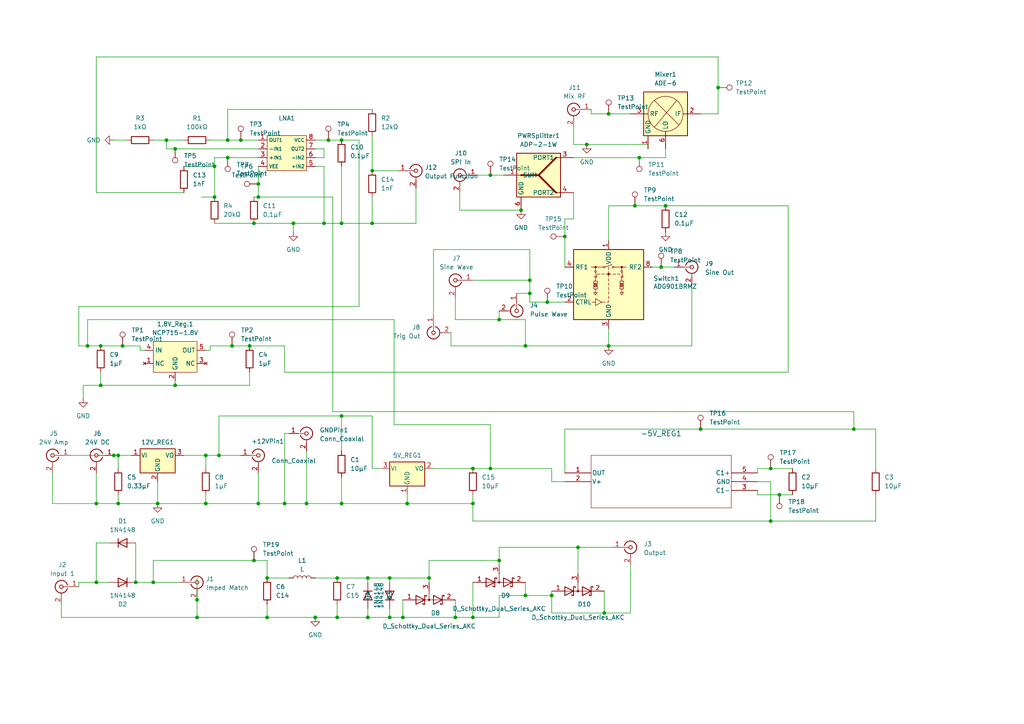
<source format=kicad_sch>
(kicad_sch
	(version 20231120)
	(generator "eeschema")
	(generator_version "8.0")
	(uuid "e969e354-3818-4d76-8547-278168c84f12")
	(paper "A4")
	(lib_symbols
		(symbol "2023-06-16_17-27-32:LM828M5"
			(pin_names
				(offset 0.254)
			)
			(exclude_from_sim no)
			(in_bom yes)
			(on_board yes)
			(property "Reference" "U"
				(at 27.94 10.16 0)
				(effects
					(font
						(size 1.524 1.524)
					)
				)
			)
			(property "Value" "LM828M5"
				(at 27.94 7.62 0)
				(effects
					(font
						(size 1.524 1.524)
					)
				)
			)
			(property "Footprint" "MF05A"
				(at 0 0 0)
				(effects
					(font
						(size 1.27 1.27)
						(italic yes)
					)
					(hide yes)
				)
			)
			(property "Datasheet" "LM828M5"
				(at 0 0 0)
				(effects
					(font
						(size 1.27 1.27)
						(italic yes)
					)
					(hide yes)
				)
			)
			(property "Description" ""
				(at 0 0 0)
				(effects
					(font
						(size 1.27 1.27)
					)
					(hide yes)
				)
			)
			(property "ki_locked" ""
				(at 0 0 0)
				(effects
					(font
						(size 1.27 1.27)
					)
				)
			)
			(property "ki_keywords" "LM828M5"
				(at 0 0 0)
				(effects
					(font
						(size 1.27 1.27)
					)
					(hide yes)
				)
			)
			(property "ki_fp_filters" "MF05A MF05A-M MF05A-L"
				(at 0 0 0)
				(effects
					(font
						(size 1.27 1.27)
					)
					(hide yes)
				)
			)
			(symbol "LM828M5_0_1"
				(polyline
					(pts
						(xy 7.62 -10.16) (xy 48.26 -10.16)
					)
					(stroke
						(width 0.127)
						(type default)
					)
					(fill
						(type none)
					)
				)
				(polyline
					(pts
						(xy 7.62 5.08) (xy 7.62 -10.16)
					)
					(stroke
						(width 0.127)
						(type default)
					)
					(fill
						(type none)
					)
				)
				(polyline
					(pts
						(xy 48.26 -10.16) (xy 48.26 5.08)
					)
					(stroke
						(width 0.127)
						(type default)
					)
					(fill
						(type none)
					)
				)
				(polyline
					(pts
						(xy 48.26 5.08) (xy 7.62 5.08)
					)
					(stroke
						(width 0.127)
						(type default)
					)
					(fill
						(type none)
					)
				)
				(pin output line
					(at 0 0 0)
					(length 7.62)
					(name "OUT"
						(effects
							(font
								(size 1.27 1.27)
							)
						)
					)
					(number "1"
						(effects
							(font
								(size 1.27 1.27)
							)
						)
					)
				)
				(pin input line
					(at 0 -2.54 0)
					(length 7.62)
					(name "V+"
						(effects
							(font
								(size 1.27 1.27)
							)
						)
					)
					(number "2"
						(effects
							(font
								(size 1.27 1.27)
							)
						)
					)
				)
				(pin passive line
					(at 55.88 -5.08 180)
					(length 7.62)
					(name "C1-"
						(effects
							(font
								(size 1.27 1.27)
							)
						)
					)
					(number "3"
						(effects
							(font
								(size 1.27 1.27)
							)
						)
					)
				)
				(pin passive line
					(at 55.88 -2.54 180)
					(length 7.62)
					(name "GND"
						(effects
							(font
								(size 1.27 1.27)
							)
						)
					)
					(number "4"
						(effects
							(font
								(size 1.27 1.27)
							)
						)
					)
				)
				(pin passive line
					(at 55.88 0 180)
					(length 7.62)
					(name "C1+"
						(effects
							(font
								(size 1.27 1.27)
							)
						)
					)
					(number "5"
						(effects
							(font
								(size 1.27 1.27)
							)
						)
					)
				)
			)
		)
		(symbol "Connector:Conn_Coaxial"
			(pin_names
				(offset 1.016) hide)
			(exclude_from_sim no)
			(in_bom yes)
			(on_board yes)
			(property "Reference" "J"
				(at 0.254 3.048 0)
				(effects
					(font
						(size 1.27 1.27)
					)
				)
			)
			(property "Value" "Conn_Coaxial"
				(at 2.921 0 90)
				(effects
					(font
						(size 1.27 1.27)
					)
				)
			)
			(property "Footprint" ""
				(at 0 0 0)
				(effects
					(font
						(size 1.27 1.27)
					)
					(hide yes)
				)
			)
			(property "Datasheet" " ~"
				(at 0 0 0)
				(effects
					(font
						(size 1.27 1.27)
					)
					(hide yes)
				)
			)
			(property "Description" "coaxial connector (BNC, SMA, SMB, SMC, Cinch/RCA, LEMO, ...)"
				(at 0 0 0)
				(effects
					(font
						(size 1.27 1.27)
					)
					(hide yes)
				)
			)
			(property "ki_keywords" "BNC SMA SMB SMC LEMO coaxial connector CINCH RCA MCX MMCX U.FL UMRF"
				(at 0 0 0)
				(effects
					(font
						(size 1.27 1.27)
					)
					(hide yes)
				)
			)
			(property "ki_fp_filters" "*BNC* *SMA* *SMB* *SMC* *Cinch* *LEMO* *UMRF* *MCX* *U.FL*"
				(at 0 0 0)
				(effects
					(font
						(size 1.27 1.27)
					)
					(hide yes)
				)
			)
			(symbol "Conn_Coaxial_0_1"
				(arc
					(start -1.778 -0.508)
					(mid 0.2311 -1.8066)
					(end 1.778 0)
					(stroke
						(width 0.254)
						(type default)
					)
					(fill
						(type none)
					)
				)
				(polyline
					(pts
						(xy -2.54 0) (xy -0.508 0)
					)
					(stroke
						(width 0)
						(type default)
					)
					(fill
						(type none)
					)
				)
				(polyline
					(pts
						(xy 0 -2.54) (xy 0 -1.778)
					)
					(stroke
						(width 0)
						(type default)
					)
					(fill
						(type none)
					)
				)
				(circle
					(center 0 0)
					(radius 0.508)
					(stroke
						(width 0.2032)
						(type default)
					)
					(fill
						(type none)
					)
				)
				(arc
					(start 1.778 0)
					(mid 0.2099 1.8101)
					(end -1.778 0.508)
					(stroke
						(width 0.254)
						(type default)
					)
					(fill
						(type none)
					)
				)
			)
			(symbol "Conn_Coaxial_1_1"
				(pin passive line
					(at -5.08 0 0)
					(length 2.54)
					(name "In"
						(effects
							(font
								(size 1.27 1.27)
							)
						)
					)
					(number "1"
						(effects
							(font
								(size 1.27 1.27)
							)
						)
					)
				)
				(pin passive line
					(at 0 -5.08 90)
					(length 2.54)
					(name "Ext"
						(effects
							(font
								(size 1.27 1.27)
							)
						)
					)
					(number "2"
						(effects
							(font
								(size 1.27 1.27)
							)
						)
					)
				)
			)
		)
		(symbol "Connector:TestPoint"
			(pin_numbers hide)
			(pin_names
				(offset 0.762) hide)
			(exclude_from_sim no)
			(in_bom yes)
			(on_board yes)
			(property "Reference" "TP"
				(at 0 6.858 0)
				(effects
					(font
						(size 1.27 1.27)
					)
				)
			)
			(property "Value" "TestPoint"
				(at 0 5.08 0)
				(effects
					(font
						(size 1.27 1.27)
					)
				)
			)
			(property "Footprint" ""
				(at 5.08 0 0)
				(effects
					(font
						(size 1.27 1.27)
					)
					(hide yes)
				)
			)
			(property "Datasheet" "~"
				(at 5.08 0 0)
				(effects
					(font
						(size 1.27 1.27)
					)
					(hide yes)
				)
			)
			(property "Description" "test point"
				(at 0 0 0)
				(effects
					(font
						(size 1.27 1.27)
					)
					(hide yes)
				)
			)
			(property "ki_keywords" "test point tp"
				(at 0 0 0)
				(effects
					(font
						(size 1.27 1.27)
					)
					(hide yes)
				)
			)
			(property "ki_fp_filters" "Pin* Test*"
				(at 0 0 0)
				(effects
					(font
						(size 1.27 1.27)
					)
					(hide yes)
				)
			)
			(symbol "TestPoint_0_1"
				(circle
					(center 0 3.302)
					(radius 0.762)
					(stroke
						(width 0)
						(type default)
					)
					(fill
						(type none)
					)
				)
			)
			(symbol "TestPoint_1_1"
				(pin passive line
					(at 0 0 90)
					(length 2.54)
					(name "1"
						(effects
							(font
								(size 1.27 1.27)
							)
						)
					)
					(number "1"
						(effects
							(font
								(size 1.27 1.27)
							)
						)
					)
				)
			)
		)
		(symbol "Device:D_Schottky_Dual_Series_AKC"
			(pin_names
				(offset 0.762) hide)
			(exclude_from_sim no)
			(in_bom yes)
			(on_board yes)
			(property "Reference" "D"
				(at 1.27 -2.54 0)
				(effects
					(font
						(size 1.27 1.27)
					)
				)
			)
			(property "Value" "D_Schottky_Dual_Series_AKC"
				(at 0 2.54 0)
				(effects
					(font
						(size 1.27 1.27)
					)
				)
			)
			(property "Footprint" ""
				(at 0 0 0)
				(effects
					(font
						(size 1.27 1.27)
					)
					(hide yes)
				)
			)
			(property "Datasheet" "~"
				(at 0 0 0)
				(effects
					(font
						(size 1.27 1.27)
					)
					(hide yes)
				)
			)
			(property "Description" "Dual Schottky diode, anode/cathode/center"
				(at 0 0 0)
				(effects
					(font
						(size 1.27 1.27)
					)
					(hide yes)
				)
			)
			(property "ki_keywords" "diode"
				(at 0 0 0)
				(effects
					(font
						(size 1.27 1.27)
					)
					(hide yes)
				)
			)
			(symbol "D_Schottky_Dual_Series_AKC_0_1"
				(polyline
					(pts
						(xy -3.81 0) (xy 3.81 0)
					)
					(stroke
						(width 0)
						(type default)
					)
					(fill
						(type none)
					)
				)
				(polyline
					(pts
						(xy 0 0) (xy 0 -2.54)
					)
					(stroke
						(width 0)
						(type default)
					)
					(fill
						(type none)
					)
				)
				(polyline
					(pts
						(xy 6.35 0) (xy 7.62 0)
					)
					(stroke
						(width 0)
						(type default)
					)
					(fill
						(type none)
					)
				)
				(polyline
					(pts
						(xy -1.27 -1.27) (xy -1.27 1.27) (xy -1.27 1.27)
					)
					(stroke
						(width 0.254)
						(type default)
					)
					(fill
						(type none)
					)
				)
				(polyline
					(pts
						(xy 3.81 1.27) (xy 3.81 -1.27) (xy 3.81 -1.27)
					)
					(stroke
						(width 0.254)
						(type default)
					)
					(fill
						(type none)
					)
				)
				(polyline
					(pts
						(xy -1.27 -1.27) (xy -0.762 -1.27) (xy -0.762 -1.016) (xy -0.762 -1.016)
					)
					(stroke
						(width 0.254)
						(type default)
					)
					(fill
						(type none)
					)
				)
				(polyline
					(pts
						(xy 3.81 -1.27) (xy 4.318 -1.27) (xy 4.318 -1.016) (xy 4.318 -1.016)
					)
					(stroke
						(width 0.254)
						(type default)
					)
					(fill
						(type none)
					)
				)
				(polyline
					(pts
						(xy 3.81 1.27) (xy 3.302 1.27) (xy 3.302 1.016) (xy 3.302 1.016)
					)
					(stroke
						(width 0.254)
						(type default)
					)
					(fill
						(type none)
					)
				)
				(polyline
					(pts
						(xy -1.778 1.016) (xy -1.778 1.27) (xy -1.27 1.27) (xy -1.27 1.27) (xy -1.27 1.27)
					)
					(stroke
						(width 0.254)
						(type default)
					)
					(fill
						(type none)
					)
				)
				(polyline
					(pts
						(xy -3.81 1.27) (xy -1.27 0) (xy -3.81 -1.27) (xy -3.81 1.27) (xy -3.81 1.27) (xy -3.81 1.27)
					)
					(stroke
						(width 0.254)
						(type default)
					)
					(fill
						(type none)
					)
				)
				(polyline
					(pts
						(xy 1.27 1.27) (xy 3.81 0) (xy 1.27 -1.27) (xy 1.27 1.27) (xy 1.27 1.27) (xy 1.27 1.27)
					)
					(stroke
						(width 0.254)
						(type default)
					)
					(fill
						(type none)
					)
				)
				(circle
					(center 0 0)
					(radius 0.254)
					(stroke
						(width 0)
						(type default)
					)
					(fill
						(type outline)
					)
				)
				(pin passive line
					(at -7.62 0 0)
					(length 3.81)
					(name "A"
						(effects
							(font
								(size 1.27 1.27)
							)
						)
					)
					(number "1"
						(effects
							(font
								(size 1.27 1.27)
							)
						)
					)
				)
				(pin passive line
					(at 7.62 0 180)
					(length 3.81)
					(name "K"
						(effects
							(font
								(size 1.27 1.27)
							)
						)
					)
					(number "2"
						(effects
							(font
								(size 1.27 1.27)
							)
						)
					)
				)
				(pin passive line
					(at 0 -5.08 90)
					(length 2.54)
					(name "common"
						(effects
							(font
								(size 1.27 1.27)
							)
						)
					)
					(number "3"
						(effects
							(font
								(size 1.27 1.27)
							)
						)
					)
				)
			)
		)
		(symbol "Device:L"
			(pin_numbers hide)
			(pin_names
				(offset 1.016) hide)
			(exclude_from_sim no)
			(in_bom yes)
			(on_board yes)
			(property "Reference" "L"
				(at -1.27 0 90)
				(effects
					(font
						(size 1.27 1.27)
					)
				)
			)
			(property "Value" "L"
				(at 1.905 0 90)
				(effects
					(font
						(size 1.27 1.27)
					)
				)
			)
			(property "Footprint" ""
				(at 0 0 0)
				(effects
					(font
						(size 1.27 1.27)
					)
					(hide yes)
				)
			)
			(property "Datasheet" "~"
				(at 0 0 0)
				(effects
					(font
						(size 1.27 1.27)
					)
					(hide yes)
				)
			)
			(property "Description" "Inductor"
				(at 0 0 0)
				(effects
					(font
						(size 1.27 1.27)
					)
					(hide yes)
				)
			)
			(property "ki_keywords" "inductor choke coil reactor magnetic"
				(at 0 0 0)
				(effects
					(font
						(size 1.27 1.27)
					)
					(hide yes)
				)
			)
			(property "ki_fp_filters" "Choke_* *Coil* Inductor_* L_*"
				(at 0 0 0)
				(effects
					(font
						(size 1.27 1.27)
					)
					(hide yes)
				)
			)
			(symbol "L_0_1"
				(arc
					(start 0 -2.54)
					(mid 0.6323 -1.905)
					(end 0 -1.27)
					(stroke
						(width 0)
						(type default)
					)
					(fill
						(type none)
					)
				)
				(arc
					(start 0 -1.27)
					(mid 0.6323 -0.635)
					(end 0 0)
					(stroke
						(width 0)
						(type default)
					)
					(fill
						(type none)
					)
				)
				(arc
					(start 0 0)
					(mid 0.6323 0.635)
					(end 0 1.27)
					(stroke
						(width 0)
						(type default)
					)
					(fill
						(type none)
					)
				)
				(arc
					(start 0 1.27)
					(mid 0.6323 1.905)
					(end 0 2.54)
					(stroke
						(width 0)
						(type default)
					)
					(fill
						(type none)
					)
				)
			)
			(symbol "L_1_1"
				(pin passive line
					(at 0 3.81 270)
					(length 1.27)
					(name "1"
						(effects
							(font
								(size 1.27 1.27)
							)
						)
					)
					(number "1"
						(effects
							(font
								(size 1.27 1.27)
							)
						)
					)
				)
				(pin passive line
					(at 0 -3.81 90)
					(length 1.27)
					(name "2"
						(effects
							(font
								(size 1.27 1.27)
							)
						)
					)
					(number "2"
						(effects
							(font
								(size 1.27 1.27)
							)
						)
					)
				)
			)
		)
		(symbol "Device:R"
			(pin_numbers hide)
			(pin_names
				(offset 0)
			)
			(exclude_from_sim no)
			(in_bom yes)
			(on_board yes)
			(property "Reference" "R"
				(at 2.032 0 90)
				(effects
					(font
						(size 1.27 1.27)
					)
				)
			)
			(property "Value" "R"
				(at 0 0 90)
				(effects
					(font
						(size 1.27 1.27)
					)
				)
			)
			(property "Footprint" ""
				(at -1.778 0 90)
				(effects
					(font
						(size 1.27 1.27)
					)
					(hide yes)
				)
			)
			(property "Datasheet" "~"
				(at 0 0 0)
				(effects
					(font
						(size 1.27 1.27)
					)
					(hide yes)
				)
			)
			(property "Description" "Resistor"
				(at 0 0 0)
				(effects
					(font
						(size 1.27 1.27)
					)
					(hide yes)
				)
			)
			(property "ki_keywords" "R res resistor"
				(at 0 0 0)
				(effects
					(font
						(size 1.27 1.27)
					)
					(hide yes)
				)
			)
			(property "ki_fp_filters" "R_*"
				(at 0 0 0)
				(effects
					(font
						(size 1.27 1.27)
					)
					(hide yes)
				)
			)
			(symbol "R_0_1"
				(rectangle
					(start -1.016 -2.54)
					(end 1.016 2.54)
					(stroke
						(width 0.254)
						(type default)
					)
					(fill
						(type none)
					)
				)
			)
			(symbol "R_1_1"
				(pin passive line
					(at 0 3.81 270)
					(length 1.27)
					(name "~"
						(effects
							(font
								(size 1.27 1.27)
							)
						)
					)
					(number "1"
						(effects
							(font
								(size 1.27 1.27)
							)
						)
					)
				)
				(pin passive line
					(at 0 -3.81 90)
					(length 1.27)
					(name "~"
						(effects
							(font
								(size 1.27 1.27)
							)
						)
					)
					(number "2"
						(effects
							(font
								(size 1.27 1.27)
							)
						)
					)
				)
			)
		)
		(symbol "Diode:1N4148"
			(pin_numbers hide)
			(pin_names hide)
			(exclude_from_sim no)
			(in_bom yes)
			(on_board yes)
			(property "Reference" "D"
				(at 0 2.54 0)
				(effects
					(font
						(size 1.27 1.27)
					)
				)
			)
			(property "Value" "1N4148"
				(at 0 -2.54 0)
				(effects
					(font
						(size 1.27 1.27)
					)
				)
			)
			(property "Footprint" "Diode_THT:D_DO-35_SOD27_P7.62mm_Horizontal"
				(at 0 0 0)
				(effects
					(font
						(size 1.27 1.27)
					)
					(hide yes)
				)
			)
			(property "Datasheet" "https://assets.nexperia.com/documents/data-sheet/1N4148_1N4448.pdf"
				(at 0 0 0)
				(effects
					(font
						(size 1.27 1.27)
					)
					(hide yes)
				)
			)
			(property "Description" "100V 0.15A standard switching diode, DO-35"
				(at 0 0 0)
				(effects
					(font
						(size 1.27 1.27)
					)
					(hide yes)
				)
			)
			(property "Sim.Device" "D"
				(at 0 0 0)
				(effects
					(font
						(size 1.27 1.27)
					)
					(hide yes)
				)
			)
			(property "Sim.Pins" "1=K 2=A"
				(at 0 0 0)
				(effects
					(font
						(size 1.27 1.27)
					)
					(hide yes)
				)
			)
			(property "ki_keywords" "diode"
				(at 0 0 0)
				(effects
					(font
						(size 1.27 1.27)
					)
					(hide yes)
				)
			)
			(property "ki_fp_filters" "D*DO?35*"
				(at 0 0 0)
				(effects
					(font
						(size 1.27 1.27)
					)
					(hide yes)
				)
			)
			(symbol "1N4148_0_1"
				(polyline
					(pts
						(xy -1.27 1.27) (xy -1.27 -1.27)
					)
					(stroke
						(width 0.254)
						(type default)
					)
					(fill
						(type none)
					)
				)
				(polyline
					(pts
						(xy 1.27 0) (xy -1.27 0)
					)
					(stroke
						(width 0)
						(type default)
					)
					(fill
						(type none)
					)
				)
				(polyline
					(pts
						(xy 1.27 1.27) (xy 1.27 -1.27) (xy -1.27 0) (xy 1.27 1.27)
					)
					(stroke
						(width 0.254)
						(type default)
					)
					(fill
						(type none)
					)
				)
			)
			(symbol "1N4148_1_1"
				(pin passive line
					(at -3.81 0 0)
					(length 2.54)
					(name "K"
						(effects
							(font
								(size 1.27 1.27)
							)
						)
					)
					(number "1"
						(effects
							(font
								(size 1.27 1.27)
							)
						)
					)
				)
				(pin passive line
					(at 3.81 0 180)
					(length 2.54)
					(name "A"
						(effects
							(font
								(size 1.27 1.27)
							)
						)
					)
					(number "2"
						(effects
							(font
								(size 1.27 1.27)
							)
						)
					)
				)
			)
		)
		(symbol "LM4565 Operational Amplifier:LM4565"
			(exclude_from_sim no)
			(in_bom yes)
			(on_board yes)
			(property "Reference" "U"
				(at 0 -6.35 0)
				(effects
					(font
						(size 1.27 1.27)
					)
				)
			)
			(property "Value" "LM4565"
				(at 0 6.35 0)
				(effects
					(font
						(size 1.27 1.27)
					)
				)
			)
			(property "Footprint" ""
				(at 0 0 0)
				(effects
					(font
						(size 1.27 1.27)
					)
					(hide yes)
				)
			)
			(property "Datasheet" ""
				(at 0 0 0)
				(effects
					(font
						(size 1.27 1.27)
					)
					(hide yes)
				)
			)
			(property "Description" ""
				(at 0 0 0)
				(effects
					(font
						(size 1.27 1.27)
					)
					(hide yes)
				)
			)
			(symbol "LM4565_0_1"
				(rectangle
					(start -6.35 5.08)
					(end 5.08 -5.08)
					(stroke
						(width 0)
						(type default)
					)
					(fill
						(type background)
					)
				)
			)
			(symbol "LM4565_1_1"
				(pin output line
					(at -8.89 3.81 0)
					(length 2.54)
					(name "OUT1"
						(effects
							(font
								(size 1 1)
							)
						)
					)
					(number "1"
						(effects
							(font
								(size 1.27 1.27)
							)
						)
					)
				)
				(pin input line
					(at -8.89 1.27 0)
					(length 2.54)
					(name "-IN1"
						(effects
							(font
								(size 1 1)
							)
						)
					)
					(number "2"
						(effects
							(font
								(size 1.27 1.27)
							)
						)
					)
				)
				(pin input line
					(at -8.89 -1.27 0)
					(length 2.54)
					(name "+IN1"
						(effects
							(font
								(size 1 1)
							)
						)
					)
					(number "3"
						(effects
							(font
								(size 1.27 1.27)
							)
						)
					)
				)
				(pin power_in line
					(at -8.89 -3.81 0)
					(length 2.54)
					(name "VEE"
						(effects
							(font
								(size 1 1)
							)
						)
					)
					(number "4"
						(effects
							(font
								(size 1.27 1.27)
							)
						)
					)
				)
				(pin input line
					(at 7.62 -3.81 180)
					(length 2.54)
					(name "+IN2"
						(effects
							(font
								(size 1 1)
							)
						)
					)
					(number "5"
						(effects
							(font
								(size 1.27 1.27)
							)
						)
					)
				)
				(pin input line
					(at 7.62 -1.27 180)
					(length 2.54)
					(name "-IN2"
						(effects
							(font
								(size 1 1)
							)
						)
					)
					(number "6"
						(effects
							(font
								(size 1.27 1.27)
							)
						)
					)
				)
				(pin output line
					(at 7.62 1.27 180)
					(length 2.54)
					(name "OUT2"
						(effects
							(font
								(size 1 1)
							)
						)
					)
					(number "7"
						(effects
							(font
								(size 1.27 1.27)
							)
						)
					)
				)
				(pin power_in line
					(at 7.62 3.81 180)
					(length 2.54)
					(name "VCC"
						(effects
							(font
								(size 1 1)
							)
						)
					)
					(number "8"
						(effects
							(font
								(size 1.27 1.27)
							)
						)
					)
				)
			)
		)
		(symbol "NCP715:NCP715-1.8V"
			(exclude_from_sim no)
			(in_bom yes)
			(on_board yes)
			(property "Reference" "U"
				(at -5.08 -6.35 0)
				(effects
					(font
						(size 1.27 1.27)
					)
				)
			)
			(property "Value" "NCP715-1.8V"
				(at 0 7.62 0)
				(effects
					(font
						(size 1.27 1.27)
					)
				)
			)
			(property "Footprint" ""
				(at 0 0 0)
				(effects
					(font
						(size 1.27 1.27)
					)
					(hide yes)
				)
			)
			(property "Datasheet" ""
				(at 0 0 0)
				(effects
					(font
						(size 1.27 1.27)
					)
					(hide yes)
				)
			)
			(property "Description" ""
				(at 0 0 0)
				(effects
					(font
						(size 1.27 1.27)
					)
					(hide yes)
				)
			)
			(symbol "NCP715-1.8V_0_1"
				(rectangle
					(start -6.35 5.08)
					(end 6.35 -3.81)
					(stroke
						(width 0)
						(type default)
					)
					(fill
						(type background)
					)
				)
			)
			(symbol "NCP715-1.8V_1_1"
				(pin no_connect line
					(at -8.89 -1.27 0)
					(length 2.54)
					(name "NC"
						(effects
							(font
								(size 1.27 1.27)
							)
						)
					)
					(number "1"
						(effects
							(font
								(size 1.27 1.27)
							)
						)
					)
				)
				(pin power_in line
					(at 0 -6.35 90)
					(length 2.54)
					(name "GND"
						(effects
							(font
								(size 1.27 1.27)
							)
						)
					)
					(number "2"
						(effects
							(font
								(size 1.27 1.27)
							)
						)
					)
				)
				(pin no_connect line
					(at 8.89 -1.27 180)
					(length 2.54)
					(name "NC"
						(effects
							(font
								(size 1.27 1.27)
							)
						)
					)
					(number "3"
						(effects
							(font
								(size 1.27 1.27)
							)
						)
					)
				)
				(pin power_in line
					(at -8.89 2.54 0)
					(length 2.54)
					(name "IN"
						(effects
							(font
								(size 1.27 1.27)
							)
						)
					)
					(number "4"
						(effects
							(font
								(size 1.27 1.27)
							)
						)
					)
				)
				(pin power_out line
					(at 8.89 2.54 180)
					(length 2.54)
					(name "OUT"
						(effects
							(font
								(size 1.27 1.27)
							)
						)
					)
					(number "5"
						(effects
							(font
								(size 1.27 1.27)
							)
						)
					)
				)
			)
		)
		(symbol "RF:ADP-2-1W"
			(exclude_from_sim no)
			(in_bom yes)
			(on_board yes)
			(property "Reference" "U"
				(at -6.35 7.62 0)
				(effects
					(font
						(size 1.27 1.27)
					)
				)
			)
			(property "Value" "ADP-2-1W"
				(at 6.35 7.62 0)
				(effects
					(font
						(size 1.27 1.27)
					)
				)
			)
			(property "Footprint" "RF_Mini-Circuits:Mini-Circuits_CD636_LandPatternPL-035"
				(at -3.81 -11.43 0)
				(effects
					(font
						(size 1.27 1.27)
					)
					(hide yes)
				)
			)
			(property "Datasheet" "https://www.minicircuits.com/pdfs/ADP-2-1W.pdf"
				(at -1.27 -8.89 0)
				(effects
					(font
						(size 1.27 1.27)
					)
					(hide yes)
				)
			)
			(property "Description" "Power splitter combiner, 1 to 650 MHz, 2 way 0-degree, 50 ohm, Mini-Circuits CD636"
				(at 0 0 0)
				(effects
					(font
						(size 1.27 1.27)
					)
					(hide yes)
				)
			)
			(property "ki_keywords" "splitter combiner"
				(at 0 0 0)
				(effects
					(font
						(size 1.27 1.27)
					)
					(hide yes)
				)
			)
			(property "ki_fp_filters" "Mini?Circuits*CD636*"
				(at 0 0 0)
				(effects
					(font
						(size 1.27 1.27)
					)
					(hide yes)
				)
			)
			(symbol "ADP-2-1W_0_1"
				(rectangle
					(start -6.35 6.35)
					(end 6.35 -6.35)
					(stroke
						(width 0.254)
						(type default)
					)
					(fill
						(type background)
					)
				)
				(polyline
					(pts
						(xy 0 0) (xy 5.08 -5.08)
					)
					(stroke
						(width 0.508)
						(type default)
					)
					(fill
						(type none)
					)
				)
				(polyline
					(pts
						(xy -5.08 0) (xy 0 0) (xy 5.08 5.08)
					)
					(stroke
						(width 0.508)
						(type default)
					)
					(fill
						(type none)
					)
				)
			)
			(symbol "ADP-2-1W_1_1"
				(pin passive line
					(at -10.16 0 0)
					(length 5.08)
					(name "SUM"
						(effects
							(font
								(size 1.27 1.27)
							)
						)
					)
					(number "1"
						(effects
							(font
								(size 1.27 1.27)
							)
						)
					)
				)
				(pin no_connect line
					(at 5.08 2.54 180)
					(length 5.08) hide
					(name "NC"
						(effects
							(font
								(size 1.27 1.27)
							)
						)
					)
					(number "2"
						(effects
							(font
								(size 1.27 1.27)
							)
						)
					)
				)
				(pin passive line
					(at 10.16 5.08 180)
					(length 5.08)
					(name "PORT1"
						(effects
							(font
								(size 1.27 1.27)
							)
						)
					)
					(number "3"
						(effects
							(font
								(size 1.27 1.27)
							)
						)
					)
				)
				(pin passive line
					(at 10.16 -5.08 180)
					(length 5.08)
					(name "PORT2"
						(effects
							(font
								(size 1.27 1.27)
							)
						)
					)
					(number "4"
						(effects
							(font
								(size 1.27 1.27)
							)
						)
					)
				)
				(pin no_connect line
					(at 5.08 -2.54 180)
					(length 5.08) hide
					(name "NC"
						(effects
							(font
								(size 1.27 1.27)
							)
						)
					)
					(number "5"
						(effects
							(font
								(size 1.27 1.27)
							)
						)
					)
				)
				(pin passive line
					(at -5.08 -10.16 90)
					(length 3.81)
					(name "GND"
						(effects
							(font
								(size 1.27 1.27)
							)
						)
					)
					(number "6"
						(effects
							(font
								(size 1.27 1.27)
							)
						)
					)
				)
			)
		)
		(symbol "RF_Mixer:ADE-6"
			(exclude_from_sim no)
			(in_bom yes)
			(on_board yes)
			(property "Reference" "U"
				(at -6.35 7.62 0)
				(effects
					(font
						(size 1.27 1.27)
					)
				)
			)
			(property "Value" "ADE-6"
				(at 6.35 7.62 0)
				(effects
					(font
						(size 1.27 1.27)
					)
				)
			)
			(property "Footprint" "RF_Mini-Circuits:Mini-Circuits_CD542_LandPatternPL-052"
				(at 1.905 -9.525 0)
				(effects
					(font
						(size 1.27 1.27)
					)
					(hide yes)
				)
			)
			(property "Datasheet" "https://www.minicircuits.com/pdfs/ADE-6.pdf"
				(at 4.445 -6.985 0)
				(effects
					(font
						(size 1.27 1.27)
					)
					(hide yes)
				)
			)
			(property "Description" "Mixer, +7 dBm LO, 0.05 to 250 MHz, CD542"
				(at 0 0 0)
				(effects
					(font
						(size 1.27 1.27)
					)
					(hide yes)
				)
			)
			(property "ki_keywords" "mixer rf"
				(at 0 0 0)
				(effects
					(font
						(size 1.27 1.27)
					)
					(hide yes)
				)
			)
			(property "ki_fp_filters" "Mini?Circuits*CD542*"
				(at 0 0 0)
				(effects
					(font
						(size 1.27 1.27)
					)
					(hide yes)
				)
			)
			(symbol "ADE-6_0_1"
				(rectangle
					(start -6.35 6.35)
					(end 6.35 -6.35)
					(stroke
						(width 0.254)
						(type default)
					)
					(fill
						(type background)
					)
				)
				(polyline
					(pts
						(xy -3.175 -3.81) (xy 3.175 3.81)
					)
					(stroke
						(width 0)
						(type default)
					)
					(fill
						(type none)
					)
				)
				(polyline
					(pts
						(xy 3.81 -3.175) (xy -3.175 3.81)
					)
					(stroke
						(width 0)
						(type default)
					)
					(fill
						(type none)
					)
				)
				(circle
					(center 0 0)
					(radius 5.08)
					(stroke
						(width 0)
						(type default)
					)
					(fill
						(type none)
					)
				)
			)
			(symbol "ADE-6_1_1"
				(pin power_in line
					(at -5.08 -10.16 90)
					(length 3.81)
					(name "GND"
						(effects
							(font
								(size 1.27 1.27)
							)
						)
					)
					(number "1"
						(effects
							(font
								(size 1.27 1.27)
							)
						)
					)
				)
				(pin output line
					(at 10.16 0 180)
					(length 5.08)
					(name "IF"
						(effects
							(font
								(size 1.27 1.27)
							)
						)
					)
					(number "2"
						(effects
							(font
								(size 1.27 1.27)
							)
						)
					)
				)
				(pin input line
					(at -10.16 0 0)
					(length 5.08)
					(name "RF"
						(effects
							(font
								(size 1.27 1.27)
							)
						)
					)
					(number "3"
						(effects
							(font
								(size 1.27 1.27)
							)
						)
					)
				)
				(pin passive line
					(at -5.08 -10.16 90)
					(length 3.81) hide
					(name "GND"
						(effects
							(font
								(size 1.27 1.27)
							)
						)
					)
					(number "4"
						(effects
							(font
								(size 1.27 1.27)
							)
						)
					)
				)
				(pin passive line
					(at -5.08 -10.16 90)
					(length 3.81) hide
					(name "GND"
						(effects
							(font
								(size 1.27 1.27)
							)
						)
					)
					(number "5"
						(effects
							(font
								(size 1.27 1.27)
							)
						)
					)
				)
				(pin input line
					(at 0 -10.16 90)
					(length 5.08)
					(name "LO"
						(effects
							(font
								(size 1.27 1.27)
							)
						)
					)
					(number "6"
						(effects
							(font
								(size 1.27 1.27)
							)
						)
					)
				)
			)
		)
		(symbol "RF_Switch:ADG901BRMZ"
			(exclude_from_sim no)
			(in_bom yes)
			(on_board yes)
			(property "Reference" "U"
				(at -10.16 11.43 0)
				(effects
					(font
						(size 1.27 1.27)
					)
					(justify left)
				)
			)
			(property "Value" "ADG901BRMZ"
				(at 1.27 11.43 0)
				(effects
					(font
						(size 1.27 1.27)
					)
					(justify left)
				)
			)
			(property "Footprint" "Package_SO:MSOP-8_3x3mm_P0.65mm"
				(at 0 -11.43 0)
				(effects
					(font
						(size 1.27 1.27)
					)
					(hide yes)
				)
			)
			(property "Datasheet" "https://www.analog.com/media/en/technical-documentation/data-sheets/ADG901_902.pdf"
				(at 0 5.08 0)
				(effects
					(font
						(size 1.27 1.27)
					)
					(hide yes)
				)
			)
			(property "Description" "SPST DC-4.5GHz absorbative switch, 40dB isolation at 1GHz, MSOP-8"
				(at 0 0 0)
				(effects
					(font
						(size 1.27 1.27)
					)
					(hide yes)
				)
			)
			(property "ki_keywords" "RF SPST switch CMOS LVTTL"
				(at 0 0 0)
				(effects
					(font
						(size 1.27 1.27)
					)
					(hide yes)
				)
			)
			(property "ki_fp_filters" "MSOP*3x3mm*P0.65mm*"
				(at 0 0 0)
				(effects
					(font
						(size 1.27 1.27)
					)
					(hide yes)
				)
			)
			(symbol "ADG901BRMZ_0_0"
				(rectangle
					(start -10.16 10.16)
					(end 10.16 -10.16)
					(stroke
						(width 0.254)
						(type default)
					)
					(fill
						(type background)
					)
				)
				(polyline
					(pts
						(xy -4.826 -5.08) (xy -3.81 -5.08)
					)
					(stroke
						(width 0)
						(type default)
					)
					(fill
						(type none)
					)
				)
				(polyline
					(pts
						(xy -2.54 3.048) (xy -3.302 3.048)
					)
					(stroke
						(width 0)
						(type default)
					)
					(fill
						(type none)
					)
				)
				(polyline
					(pts
						(xy -2.032 3.048) (xy -1.27 3.048)
					)
					(stroke
						(width 0)
						(type default)
					)
					(fill
						(type none)
					)
				)
				(polyline
					(pts
						(xy -1.016 -5.08) (xy -2.032 -5.08)
					)
					(stroke
						(width 0)
						(type default)
					)
					(fill
						(type none)
					)
				)
				(polyline
					(pts
						(xy 0 -3.302) (xy 0 -4.064)
					)
					(stroke
						(width 0)
						(type default)
					)
					(fill
						(type none)
					)
				)
				(polyline
					(pts
						(xy 0 -2.032) (xy 0 -2.794)
					)
					(stroke
						(width 0)
						(type default)
					)
					(fill
						(type none)
					)
				)
				(polyline
					(pts
						(xy 0 -0.762) (xy 0 -1.524)
					)
					(stroke
						(width 0)
						(type default)
					)
					(fill
						(type none)
					)
				)
				(polyline
					(pts
						(xy 0 0.508) (xy 0 -0.254)
					)
					(stroke
						(width 0)
						(type default)
					)
					(fill
						(type none)
					)
				)
				(polyline
					(pts
						(xy 0 1.778) (xy 0 1.016)
					)
					(stroke
						(width 0)
						(type default)
					)
					(fill
						(type none)
					)
				)
				(polyline
					(pts
						(xy 0 3.048) (xy -0.762 3.048)
					)
					(stroke
						(width 0)
						(type default)
					)
					(fill
						(type none)
					)
				)
				(polyline
					(pts
						(xy 0 3.048) (xy 0 2.286)
					)
					(stroke
						(width 0)
						(type default)
					)
					(fill
						(type none)
					)
				)
				(polyline
					(pts
						(xy 0 3.048) (xy 0 3.81)
					)
					(stroke
						(width 0)
						(type default)
					)
					(fill
						(type none)
					)
				)
				(polyline
					(pts
						(xy 0 3.048) (xy 0.762 3.048)
					)
					(stroke
						(width 0)
						(type default)
					)
					(fill
						(type none)
					)
				)
				(polyline
					(pts
						(xy 0 4.318) (xy 0 5.08)
					)
					(stroke
						(width 0)
						(type default)
					)
					(fill
						(type none)
					)
				)
				(polyline
					(pts
						(xy 1.27 3.048) (xy 2.032 3.048)
					)
					(stroke
						(width 0)
						(type default)
					)
					(fill
						(type none)
					)
				)
				(polyline
					(pts
						(xy 2.54 3.048) (xy 3.302 3.048)
					)
					(stroke
						(width 0)
						(type default)
					)
					(fill
						(type none)
					)
				)
				(polyline
					(pts
						(xy 0 -4.572) (xy 0 -5.08) (xy -0.508 -5.08)
					)
					(stroke
						(width 0)
						(type default)
					)
					(fill
						(type none)
					)
				)
				(polyline
					(pts
						(xy -3.81 -4.064) (xy -3.81 -6.096) (xy -2.032 -5.08) (xy -3.81 -4.064)
					)
					(stroke
						(width 0)
						(type default)
					)
					(fill
						(type none)
					)
				)
				(circle
					(center 0 3.048)
					(radius 0.254)
					(stroke
						(width 0)
						(type default)
					)
					(fill
						(type outline)
					)
				)
				(text "50"
					(at -3.81 -0.127 900)
					(effects
						(font
							(size 0.635 0.635)
						)
					)
				)
				(text "50"
					(at 3.81 -0.127 900)
					(effects
						(font
							(size 0.635 0.635)
						)
					)
				)
			)
			(symbol "ADG901BRMZ_0_1"
				(rectangle
					(start -4.318 1.016)
					(end -3.302 -1.27)
					(stroke
						(width 0)
						(type default)
					)
					(fill
						(type none)
					)
				)
				(circle
					(center -3.81 2.286)
					(radius 0.254)
					(stroke
						(width 0)
						(type default)
					)
					(fill
						(type none)
					)
				)
				(circle
					(center -3.81 3.81)
					(radius 0.254)
					(stroke
						(width 0)
						(type default)
					)
					(fill
						(type none)
					)
				)
				(circle
					(center -3.81 5.08)
					(radius 0.254)
					(stroke
						(width 0)
						(type default)
					)
					(fill
						(type outline)
					)
				)
				(circle
					(center -1.27 5.08)
					(radius 0.254)
					(stroke
						(width 0)
						(type default)
					)
					(fill
						(type none)
					)
				)
				(polyline
					(pts
						(xy -5.08 5.08) (xy -1.524 5.08)
					)
					(stroke
						(width 0)
						(type default)
					)
					(fill
						(type none)
					)
				)
				(polyline
					(pts
						(xy -3.81 2.032) (xy -3.81 1.016)
					)
					(stroke
						(width 0)
						(type default)
					)
					(fill
						(type none)
					)
				)
				(polyline
					(pts
						(xy -3.81 3.556) (xy -3.429 2.159)
					)
					(stroke
						(width 0)
						(type default)
					)
					(fill
						(type none)
					)
				)
				(polyline
					(pts
						(xy -3.81 5.08) (xy -3.81 4.064)
					)
					(stroke
						(width 0)
						(type default)
					)
					(fill
						(type none)
					)
				)
				(polyline
					(pts
						(xy -1.016 5.08) (xy 1.016 5.842)
					)
					(stroke
						(width 0)
						(type default)
					)
					(fill
						(type none)
					)
				)
				(polyline
					(pts
						(xy 1.524 5.08) (xy 5.08 5.08)
					)
					(stroke
						(width 0)
						(type default)
					)
					(fill
						(type none)
					)
				)
				(polyline
					(pts
						(xy 3.81 2.032) (xy 3.81 1.016)
					)
					(stroke
						(width 0)
						(type default)
					)
					(fill
						(type none)
					)
				)
				(polyline
					(pts
						(xy 3.81 3.556) (xy 4.191 2.159)
					)
					(stroke
						(width 0)
						(type default)
					)
					(fill
						(type none)
					)
				)
				(polyline
					(pts
						(xy 3.81 5.08) (xy 3.81 4.064)
					)
					(stroke
						(width 0)
						(type default)
					)
					(fill
						(type none)
					)
				)
				(polyline
					(pts
						(xy -3.81 -1.27) (xy -3.81 -2.286) (xy -4.318 -2.286) (xy -3.81 -3.048) (xy -3.302 -2.286) (xy -3.81 -2.286)
					)
					(stroke
						(width 0)
						(type default)
					)
					(fill
						(type none)
					)
				)
				(polyline
					(pts
						(xy 3.81 -1.27) (xy 3.81 -2.286) (xy 3.302 -2.286) (xy 3.81 -3.048) (xy 4.318 -2.286) (xy 3.81 -2.286)
					)
					(stroke
						(width 0)
						(type default)
					)
					(fill
						(type none)
					)
				)
				(circle
					(center 1.27 5.08)
					(radius 0.254)
					(stroke
						(width 0)
						(type default)
					)
					(fill
						(type none)
					)
				)
				(rectangle
					(start 3.302 1.016)
					(end 4.318 -1.27)
					(stroke
						(width 0)
						(type default)
					)
					(fill
						(type none)
					)
				)
				(circle
					(center 3.81 2.286)
					(radius 0.254)
					(stroke
						(width 0)
						(type default)
					)
					(fill
						(type none)
					)
				)
				(circle
					(center 3.81 3.81)
					(radius 0.254)
					(stroke
						(width 0)
						(type default)
					)
					(fill
						(type none)
					)
				)
				(circle
					(center 3.81 5.08)
					(radius 0.254)
					(stroke
						(width 0)
						(type default)
					)
					(fill
						(type outline)
					)
				)
			)
			(symbol "ADG901BRMZ_1_1"
				(pin power_in line
					(at 0 12.7 270)
					(length 2.54)
					(name "VDD"
						(effects
							(font
								(size 1.27 1.27)
							)
						)
					)
					(number "1"
						(effects
							(font
								(size 1.27 1.27)
							)
						)
					)
				)
				(pin input line
					(at -12.7 -5.08 0)
					(length 2.54)
					(name "CTRL"
						(effects
							(font
								(size 1.27 1.27)
							)
						)
					)
					(number "2"
						(effects
							(font
								(size 1.27 1.27)
							)
						)
					)
				)
				(pin power_in line
					(at 0 -12.7 90)
					(length 2.54)
					(name "GND"
						(effects
							(font
								(size 1.27 1.27)
							)
						)
					)
					(number "3"
						(effects
							(font
								(size 1.27 1.27)
							)
						)
					)
				)
				(pin passive line
					(at -12.7 5.08 0)
					(length 2.54)
					(name "RF1"
						(effects
							(font
								(size 1.27 1.27)
							)
						)
					)
					(number "4"
						(effects
							(font
								(size 1.27 1.27)
							)
						)
					)
				)
				(pin passive line
					(at 0 -12.7 90)
					(length 2.54) hide
					(name "GND"
						(effects
							(font
								(size 1.27 1.27)
							)
						)
					)
					(number "5"
						(effects
							(font
								(size 1.27 1.27)
							)
						)
					)
				)
				(pin passive line
					(at 0 -12.7 90)
					(length 2.54) hide
					(name "GND"
						(effects
							(font
								(size 1.27 1.27)
							)
						)
					)
					(number "6"
						(effects
							(font
								(size 1.27 1.27)
							)
						)
					)
				)
				(pin passive line
					(at 0 -12.7 90)
					(length 2.54) hide
					(name "GND"
						(effects
							(font
								(size 1.27 1.27)
							)
						)
					)
					(number "7"
						(effects
							(font
								(size 1.27 1.27)
							)
						)
					)
				)
				(pin passive line
					(at 12.7 5.08 180)
					(length 2.54)
					(name "RF2"
						(effects
							(font
								(size 1.27 1.27)
							)
						)
					)
					(number "8"
						(effects
							(font
								(size 1.27 1.27)
							)
						)
					)
				)
			)
		)
		(symbol "Regulator_Linear:LM7812_TO220"
			(pin_names
				(offset 0.254)
			)
			(exclude_from_sim no)
			(in_bom yes)
			(on_board yes)
			(property "Reference" "U"
				(at -3.81 3.175 0)
				(effects
					(font
						(size 1.27 1.27)
					)
				)
			)
			(property "Value" "LM7812_TO220"
				(at 0 3.175 0)
				(effects
					(font
						(size 1.27 1.27)
					)
					(justify left)
				)
			)
			(property "Footprint" "Package_TO_SOT_THT:TO-220-3_Vertical"
				(at 0 5.715 0)
				(effects
					(font
						(size 1.27 1.27)
						(italic yes)
					)
					(hide yes)
				)
			)
			(property "Datasheet" "https://www.onsemi.cn/PowerSolutions/document/MC7800-D.PDF"
				(at 0 -1.27 0)
				(effects
					(font
						(size 1.27 1.27)
					)
					(hide yes)
				)
			)
			(property "Description" "Positive 1A 35V Linear Regulator, Fixed Output 12V, TO-220"
				(at 0 0 0)
				(effects
					(font
						(size 1.27 1.27)
					)
					(hide yes)
				)
			)
			(property "ki_keywords" "Voltage Regulator 1A Positive"
				(at 0 0 0)
				(effects
					(font
						(size 1.27 1.27)
					)
					(hide yes)
				)
			)
			(property "ki_fp_filters" "TO?220*"
				(at 0 0 0)
				(effects
					(font
						(size 1.27 1.27)
					)
					(hide yes)
				)
			)
			(symbol "LM7812_TO220_0_1"
				(rectangle
					(start -5.08 1.905)
					(end 5.08 -5.08)
					(stroke
						(width 0.254)
						(type default)
					)
					(fill
						(type background)
					)
				)
			)
			(symbol "LM7812_TO220_1_1"
				(pin power_in line
					(at -7.62 0 0)
					(length 2.54)
					(name "VI"
						(effects
							(font
								(size 1.27 1.27)
							)
						)
					)
					(number "1"
						(effects
							(font
								(size 1.27 1.27)
							)
						)
					)
				)
				(pin power_in line
					(at 0 -7.62 90)
					(length 2.54)
					(name "GND"
						(effects
							(font
								(size 1.27 1.27)
							)
						)
					)
					(number "2"
						(effects
							(font
								(size 1.27 1.27)
							)
						)
					)
				)
				(pin power_out line
					(at 7.62 0 180)
					(length 2.54)
					(name "VO"
						(effects
							(font
								(size 1.27 1.27)
							)
						)
					)
					(number "3"
						(effects
							(font
								(size 1.27 1.27)
							)
						)
					)
				)
			)
		)
		(symbol "Regulator_Linear:NCP1117-5.0_TO252"
			(pin_names
				(offset 0.254)
			)
			(exclude_from_sim no)
			(in_bom yes)
			(on_board yes)
			(property "Reference" "U"
				(at -3.81 3.175 0)
				(effects
					(font
						(size 1.27 1.27)
					)
				)
			)
			(property "Value" "NCP1117-5.0_TO252"
				(at 0 3.175 0)
				(effects
					(font
						(size 1.27 1.27)
					)
					(justify left)
				)
			)
			(property "Footprint" "Package_TO_SOT_SMD:TO-252-2"
				(at 0 5.715 0)
				(effects
					(font
						(size 1.27 1.27)
					)
					(hide yes)
				)
			)
			(property "Datasheet" "http://www.onsemi.com/pub_link/Collateral/NCP1117-D.PDF"
				(at 0 0 0)
				(effects
					(font
						(size 1.27 1.27)
					)
					(hide yes)
				)
			)
			(property "Description" "1A Low drop-out regulator, Fixed Output 5.0V, TO-252 (DPAK)"
				(at 0 0 0)
				(effects
					(font
						(size 1.27 1.27)
					)
					(hide yes)
				)
			)
			(property "ki_keywords" "REGULATOR LDO 5.0V 5V"
				(at 0 0 0)
				(effects
					(font
						(size 1.27 1.27)
					)
					(hide yes)
				)
			)
			(property "ki_fp_filters" "TO?252*"
				(at 0 0 0)
				(effects
					(font
						(size 1.27 1.27)
					)
					(hide yes)
				)
			)
			(symbol "NCP1117-5.0_TO252_0_1"
				(rectangle
					(start -5.08 1.905)
					(end 5.08 -5.08)
					(stroke
						(width 0.254)
						(type default)
					)
					(fill
						(type background)
					)
				)
			)
			(symbol "NCP1117-5.0_TO252_1_1"
				(pin power_in line
					(at 0 -7.62 90)
					(length 2.54)
					(name "GND"
						(effects
							(font
								(size 1.27 1.27)
							)
						)
					)
					(number "1"
						(effects
							(font
								(size 1.27 1.27)
							)
						)
					)
				)
				(pin power_out line
					(at 7.62 0 180)
					(length 2.54)
					(name "VO"
						(effects
							(font
								(size 1.27 1.27)
							)
						)
					)
					(number "2"
						(effects
							(font
								(size 1.27 1.27)
							)
						)
					)
				)
				(pin power_in line
					(at -7.62 0 0)
					(length 2.54)
					(name "VI"
						(effects
							(font
								(size 1.27 1.27)
							)
						)
					)
					(number "3"
						(effects
							(font
								(size 1.27 1.27)
							)
						)
					)
				)
			)
		)
		(symbol "power:GND"
			(power)
			(pin_numbers hide)
			(pin_names
				(offset 0) hide)
			(exclude_from_sim no)
			(in_bom yes)
			(on_board yes)
			(property "Reference" "#PWR"
				(at 0 -6.35 0)
				(effects
					(font
						(size 1.27 1.27)
					)
					(hide yes)
				)
			)
			(property "Value" "GND"
				(at 0 -3.81 0)
				(effects
					(font
						(size 1.27 1.27)
					)
				)
			)
			(property "Footprint" ""
				(at 0 0 0)
				(effects
					(font
						(size 1.27 1.27)
					)
					(hide yes)
				)
			)
			(property "Datasheet" ""
				(at 0 0 0)
				(effects
					(font
						(size 1.27 1.27)
					)
					(hide yes)
				)
			)
			(property "Description" "Power symbol creates a global label with name \"GND\" , ground"
				(at 0 0 0)
				(effects
					(font
						(size 1.27 1.27)
					)
					(hide yes)
				)
			)
			(property "ki_keywords" "global power"
				(at 0 0 0)
				(effects
					(font
						(size 1.27 1.27)
					)
					(hide yes)
				)
			)
			(symbol "GND_0_1"
				(polyline
					(pts
						(xy 0 0) (xy 0 -1.27) (xy 1.27 -1.27) (xy 0 -2.54) (xy -1.27 -1.27) (xy 0 -1.27)
					)
					(stroke
						(width 0)
						(type default)
					)
					(fill
						(type none)
					)
				)
			)
			(symbol "GND_1_1"
				(pin power_in line
					(at 0 0 270)
					(length 0)
					(name "~"
						(effects
							(font
								(size 1.27 1.27)
							)
						)
					)
					(number "1"
						(effects
							(font
								(size 1.27 1.27)
							)
						)
					)
				)
			)
		)
	)
	(junction
		(at 226.06 143.51)
		(diameter 0)
		(color 0 0 0 0)
		(uuid "023a3e00-9164-4085-8cba-85f9011e5d3a")
	)
	(junction
		(at 77.47 179.07)
		(diameter 0)
		(color 0 0 0 0)
		(uuid "0322136b-4aa7-4bf3-b94e-f5aaf7a768d3")
	)
	(junction
		(at 63.5 132.08)
		(diameter 0)
		(color 0 0 0 0)
		(uuid "0450726c-5749-4640-86b7-0c3838d049a7")
	)
	(junction
		(at 62.23 57.15)
		(diameter 0)
		(color 0 0 0 0)
		(uuid "05f98b85-33fa-4976-94e7-b5384b5dd164")
	)
	(junction
		(at 185.42 45.72)
		(diameter 0)
		(color 0 0 0 0)
		(uuid "0ba72aa0-4ad3-4ec9-9475-6a0b2015d952")
	)
	(junction
		(at 152.4 100.33)
		(diameter 0)
		(color 0 0 0 0)
		(uuid "0bd7fb63-835d-4a4a-ad64-c5f90e7b3462")
	)
	(junction
		(at 184.15 59.69)
		(diameter 0)
		(color 0 0 0 0)
		(uuid "0e2029dd-f4f5-4d3f-a977-f662ee20db71")
	)
	(junction
		(at 176.53 33.02)
		(diameter 0)
		(color 0 0 0 0)
		(uuid "12b842fa-5c34-4453-aac3-1ad65f401140")
	)
	(junction
		(at 152.4 172.72)
		(diameter 0)
		(color 0 0 0 0)
		(uuid "13bb67ad-e36e-4768-9a91-d281f4311163")
	)
	(junction
		(at 88.9 146.05)
		(diameter 0)
		(color 0 0 0 0)
		(uuid "13cbbcc1-9ce1-477e-b38f-1832db3d73c8")
	)
	(junction
		(at 118.11 146.05)
		(diameter 0)
		(color 0 0 0 0)
		(uuid "1a1f093e-5b57-47d1-9d3a-e646a18acb17")
	)
	(junction
		(at 170.18 41.91)
		(diameter 0)
		(color 0 0 0 0)
		(uuid "1ceadea8-504e-4c18-9989-c586b654f645")
	)
	(junction
		(at 99.06 120.65)
		(diameter 0)
		(color 0 0 0 0)
		(uuid "2518b779-0113-44d7-954a-dcaff28ed417")
	)
	(junction
		(at 107.95 64.77)
		(diameter 0)
		(color 0 0 0 0)
		(uuid "3135bdd5-4d9b-4411-a99b-e76555cfa6c4")
	)
	(junction
		(at 116.84 179.07)
		(diameter 0)
		(color 0 0 0 0)
		(uuid "3244298f-624f-40e2-b739-9798822cf2f5")
	)
	(junction
		(at 45.72 146.05)
		(diameter 0)
		(color 0 0 0 0)
		(uuid "32926362-3ec5-48b9-a919-0fd335546d20")
	)
	(junction
		(at 69.85 40.64)
		(diameter 0)
		(color 0 0 0 0)
		(uuid "32d33efd-3bf4-4715-b8dd-63ee5a09ff22")
	)
	(junction
		(at 62.23 48.26)
		(diameter 0)
		(color 0 0 0 0)
		(uuid "333999cc-222c-4bfc-84ee-bb2d463c92c0")
	)
	(junction
		(at 193.04 59.69)
		(diameter 0)
		(color 0 0 0 0)
		(uuid "33cd5700-4543-4689-9f72-c1c0151cc4e9")
	)
	(junction
		(at 97.79 179.07)
		(diameter 0)
		(color 0 0 0 0)
		(uuid "380ae450-cefd-49c6-a51f-2a541ed18996")
	)
	(junction
		(at 163.83 68.58)
		(diameter 0)
		(color 0 0 0 0)
		(uuid "38521951-ec1e-412e-bbc3-ebddabcede22")
	)
	(junction
		(at 132.08 179.07)
		(diameter 0)
		(color 0 0 0 0)
		(uuid "3d8f3865-8ba3-4623-b6c5-0d793a858dae")
	)
	(junction
		(at 167.64 158.75)
		(diameter 0)
		(color 0 0 0 0)
		(uuid "4414ae7e-214b-4839-a7fd-9eb7301606a2")
	)
	(junction
		(at 66.04 40.64)
		(diameter 0)
		(color 0 0 0 0)
		(uuid "44a78e92-8199-45df-b1de-6cbfca863fb5")
	)
	(junction
		(at 203.2 124.46)
		(diameter 0)
		(color 0 0 0 0)
		(uuid "4b055598-db7f-440d-af32-992ab1bfe05e")
	)
	(junction
		(at 74.93 57.15)
		(diameter 0)
		(color 0 0 0 0)
		(uuid "50525b55-0344-4821-a3e6-8646ce1bdcbd")
	)
	(junction
		(at 113.03 167.64)
		(diameter 0)
		(color 0 0 0 0)
		(uuid "52395edb-ea0b-4c62-8f0c-fcdd4c79b53b")
	)
	(junction
		(at 91.44 179.07)
		(diameter 0)
		(color 0 0 0 0)
		(uuid "575ef7ed-baa6-47c6-ba98-d5c85b4b4126")
	)
	(junction
		(at 59.69 146.05)
		(diameter 0)
		(color 0 0 0 0)
		(uuid "63e53bc5-c7f0-4866-a48c-8e8b659ab58c")
	)
	(junction
		(at 50.8 111.76)
		(diameter 0)
		(color 0 0 0 0)
		(uuid "6a5f7ee0-e3b5-46bf-a840-5e726ddf5d87")
	)
	(junction
		(at 160.02 172.72)
		(diameter 0)
		(color 0 0 0 0)
		(uuid "6ef4e87e-7126-4247-b91d-79bc3babd1b7")
	)
	(junction
		(at 107.95 49.53)
		(diameter 0)
		(color 0 0 0 0)
		(uuid "72bb840c-af25-47eb-aa75-b378f76d4233")
	)
	(junction
		(at 93.98 64.77)
		(diameter 0)
		(color 0 0 0 0)
		(uuid "74b54709-c02e-4ee7-b04b-54356db44c5f")
	)
	(junction
		(at 97.79 167.64)
		(diameter 0)
		(color 0 0 0 0)
		(uuid "75498d34-96a7-432a-b073-45bfb0dc86f0")
	)
	(junction
		(at 33.02 132.08)
		(diameter 0)
		(color 0 0 0 0)
		(uuid "78249e18-93b3-48d9-98ff-eb2abebd2c17")
	)
	(junction
		(at 158.75 87.63)
		(diameter 0)
		(color 0 0 0 0)
		(uuid "7b6aa2e2-c835-4f9b-b26e-f7dd260a1f11")
	)
	(junction
		(at 73.66 162.56)
		(diameter 0)
		(color 0 0 0 0)
		(uuid "7ba21704-1218-4575-885d-9f75902d9362")
	)
	(junction
		(at 66.04 45.72)
		(diameter 0)
		(color 0 0 0 0)
		(uuid "7f7cb6d4-9e67-4c66-937f-37457cc55e82")
	)
	(junction
		(at 44.45 168.91)
		(diameter 0)
		(color 0 0 0 0)
		(uuid "7f91d4c7-e2d1-4070-89b1-1c1c8e6dbadb")
	)
	(junction
		(at 99.06 146.05)
		(diameter 0)
		(color 0 0 0 0)
		(uuid "85dc0df9-c17f-4ba9-8038-2717287d9f55")
	)
	(junction
		(at 34.29 146.05)
		(diameter 0)
		(color 0 0 0 0)
		(uuid "879cb819-8caa-4b0d-ace3-56cd97e38236")
	)
	(junction
		(at 27.94 168.91)
		(diameter 0)
		(color 0 0 0 0)
		(uuid "888dac73-9673-47ff-a58e-0f4129d95290")
	)
	(junction
		(at 48.26 40.64)
		(diameter 0)
		(color 0 0 0 0)
		(uuid "8c432698-9e19-4543-bd5c-e907b7f20caf")
	)
	(junction
		(at 59.69 132.08)
		(diameter 0)
		(color 0 0 0 0)
		(uuid "8ca96469-eb30-4f3b-b585-0a56cca1ecc9")
	)
	(junction
		(at 137.16 179.07)
		(diameter 0)
		(color 0 0 0 0)
		(uuid "8e643039-6770-4d60-bf54-8b31686f982f")
	)
	(junction
		(at 113.03 179.07)
		(diameter 0)
		(color 0 0 0 0)
		(uuid "90696e85-b127-43ac-9adf-4b26d7b6b0db")
	)
	(junction
		(at 72.39 100.33)
		(diameter 0)
		(color 0 0 0 0)
		(uuid "96042a3c-1174-4831-b042-979f7f84bf32")
	)
	(junction
		(at 153.67 85.09)
		(diameter 0)
		(color 0 0 0 0)
		(uuid "986f47be-c518-4192-aafc-6bd1bd21f43c")
	)
	(junction
		(at 50.8 43.18)
		(diameter 0)
		(color 0 0 0 0)
		(uuid "9884d497-1f2e-45ac-b5c0-c8c01acc4c29")
	)
	(junction
		(at 57.15 173.99)
		(diameter 0)
		(color 0 0 0 0)
		(uuid "9a1570ac-e4e9-4b5d-b5c6-20ecf9d37f44")
	)
	(junction
		(at 124.46 167.64)
		(diameter 0)
		(color 0 0 0 0)
		(uuid "9b4eca16-a6bd-49a7-a9b9-56b1f6dacb39")
	)
	(junction
		(at 247.65 124.46)
		(diameter 0)
		(color 0 0 0 0)
		(uuid "9c2d57a9-609d-4a35-a01d-c1973c0c2f33")
	)
	(junction
		(at 137.16 135.89)
		(diameter 0)
		(color 0 0 0 0)
		(uuid "9c37d9da-860b-4e63-a9be-91f994b14682")
	)
	(junction
		(at 144.78 92.71)
		(diameter 0)
		(color 0 0 0 0)
		(uuid "9c9b8d6c-e832-4e3f-af38-b33d88e60d68")
	)
	(junction
		(at 25.4 100.33)
		(diameter 0)
		(color 0 0 0 0)
		(uuid "9ccd007d-75b0-4be0-bd47-35aafbbc08d5")
	)
	(junction
		(at 176.53 100.33)
		(diameter 0)
		(color 0 0 0 0)
		(uuid "9ff61785-c1ed-41e6-a098-81e880ebcfae")
	)
	(junction
		(at 191.77 77.47)
		(diameter 0)
		(color 0 0 0 0)
		(uuid "a12925fe-88df-4cf1-accf-0e868d49bd00")
	)
	(junction
		(at 142.24 135.89)
		(diameter 0)
		(color 0 0 0 0)
		(uuid "a34d48da-907a-4b5b-ba19-d4c1034b11e0")
	)
	(junction
		(at 77.47 167.64)
		(diameter 0)
		(color 0 0 0 0)
		(uuid "aa6233f4-ed67-4242-a69a-257f2f029ec6")
	)
	(junction
		(at 57.15 179.07)
		(diameter 0)
		(color 0 0 0 0)
		(uuid "ac9dc180-328b-47b8-ada6-1e6a5147abb9")
	)
	(junction
		(at 106.68 179.07)
		(diameter 0)
		(color 0 0 0 0)
		(uuid "adb5cc21-2a7a-47d1-b914-47332cc30b3a")
	)
	(junction
		(at 39.37 168.91)
		(diameter 0)
		(color 0 0 0 0)
		(uuid "adc20b3b-2e76-4622-8f3c-3d76324c8a0c")
	)
	(junction
		(at 142.24 50.8)
		(diameter 0)
		(color 0 0 0 0)
		(uuid "ae975f1e-a5c1-4742-b33d-927faa05938b")
	)
	(junction
		(at 223.52 135.89)
		(diameter 0)
		(color 0 0 0 0)
		(uuid "b2743620-b305-4c7c-82dd-18bff8dc6f48")
	)
	(junction
		(at 74.93 53.34)
		(diameter 0)
		(color 0 0 0 0)
		(uuid "b32291a2-2961-4dff-9ea8-02c1e58a18c3")
	)
	(junction
		(at 137.16 146.05)
		(diameter 0)
		(color 0 0 0 0)
		(uuid "b4d1ffaa-dec8-4ccb-8ed9-c19a5463daad")
	)
	(junction
		(at 95.25 40.64)
		(diameter 0)
		(color 0 0 0 0)
		(uuid "b563e4f0-ae33-43c6-8790-2bcee30c39a9")
	)
	(junction
		(at 29.21 111.76)
		(diameter 0)
		(color 0 0 0 0)
		(uuid "b5e5c21c-ff2b-4b29-90c2-d71e5d866450")
	)
	(junction
		(at 82.55 146.05)
		(diameter 0)
		(color 0 0 0 0)
		(uuid "b89ca398-543b-4bd7-b4cc-fe3b8a05d030")
	)
	(junction
		(at 175.26 177.8)
		(diameter 0)
		(color 0 0 0 0)
		(uuid "b918e025-444f-4ae1-a622-690435653ac4")
	)
	(junction
		(at 153.67 81.28)
		(diameter 0)
		(color 0 0 0 0)
		(uuid "bd836ade-b8f8-4d3f-b36d-71321b097d79")
	)
	(junction
		(at 144.78 162.56)
		(diameter 0)
		(color 0 0 0 0)
		(uuid "bdd48fb8-ca07-4111-a536-6b22c370a79a")
	)
	(junction
		(at 85.09 64.77)
		(diameter 0)
		(color 0 0 0 0)
		(uuid "be67e39b-c2c0-43f6-9ef8-00427db24ff3")
	)
	(junction
		(at 151.13 60.96)
		(diameter 0)
		(color 0 0 0 0)
		(uuid "c9120b48-5004-46f1-a709-7223086ebef7")
	)
	(junction
		(at 223.52 151.13)
		(diameter 0)
		(color 0 0 0 0)
		(uuid "cc96305e-28bc-4e2e-a158-194f3180d74c")
	)
	(junction
		(at 74.93 146.05)
		(diameter 0)
		(color 0 0 0 0)
		(uuid "d37c681e-7c93-41bc-bb20-5e93040c0c2e")
	)
	(junction
		(at 106.68 167.64)
		(diameter 0)
		(color 0 0 0 0)
		(uuid "d5c1f51c-4164-4d26-8e9a-3e61347bf9b9")
	)
	(junction
		(at 99.06 64.77)
		(diameter 0)
		(color 0 0 0 0)
		(uuid "db0db8c8-2848-4718-ae48-d94aabc050eb")
	)
	(junction
		(at 35.56 100.33)
		(diameter 0)
		(color 0 0 0 0)
		(uuid "e8ced83c-b7e8-467a-b65a-170fbf62f409")
	)
	(junction
		(at 208.28 25.4)
		(diameter 0)
		(color 0 0 0 0)
		(uuid "ed7cf890-4349-4f50-af76-4bd415cc765a")
	)
	(junction
		(at 29.21 100.33)
		(diameter 0)
		(color 0 0 0 0)
		(uuid "f4b8ab93-8072-4bfb-b2d6-0dd2a24c0637")
	)
	(junction
		(at 27.94 146.05)
		(diameter 0)
		(color 0 0 0 0)
		(uuid "f500797a-27f4-4abc-bc5e-3cb4f7c34212")
	)
	(junction
		(at 34.29 132.08)
		(diameter 0)
		(color 0 0 0 0)
		(uuid "f751e643-695a-42d9-9d97-b73a88d759e3")
	)
	(junction
		(at 67.31 100.33)
		(diameter 0)
		(color 0 0 0 0)
		(uuid "fb74566c-03d8-4091-b8a2-f40d957bbed9")
	)
	(junction
		(at 99.06 40.64)
		(diameter 0)
		(color 0 0 0 0)
		(uuid "fdae03e1-923f-4acd-877d-c85e4e33bf52")
	)
	(junction
		(at 73.66 64.77)
		(diameter 0)
		(color 0 0 0 0)
		(uuid "fe5291b2-2dad-4a49-b269-cea04785de2b")
	)
	(wire
		(pts
			(xy 62.23 64.77) (xy 73.66 64.77)
		)
		(stroke
			(width 0)
			(type default)
		)
		(uuid "01bced8b-8c20-43b6-8806-3e59198a2eae")
	)
	(wire
		(pts
			(xy 113.03 168.91) (xy 113.03 167.64)
		)
		(stroke
			(width 0)
			(type default)
		)
		(uuid "02b99a9f-fb29-4624-ba90-69e4eba6f744")
	)
	(wire
		(pts
			(xy 77.47 167.64) (xy 77.47 162.56)
		)
		(stroke
			(width 0)
			(type default)
		)
		(uuid "03213103-45b1-4e58-9e86-5fc19f64b043")
	)
	(wire
		(pts
			(xy 82.55 107.95) (xy 82.55 100.33)
		)
		(stroke
			(width 0)
			(type default)
		)
		(uuid "06e35e46-763e-4520-b764-e38908a442c8")
	)
	(wire
		(pts
			(xy 208.28 33.02) (xy 203.2 33.02)
		)
		(stroke
			(width 0)
			(type default)
		)
		(uuid "0701ac1d-03dc-4218-9590-f3629edbb00e")
	)
	(wire
		(pts
			(xy 176.53 33.02) (xy 182.88 33.02)
		)
		(stroke
			(width 0)
			(type default)
		)
		(uuid "071d0dc0-07fb-49c7-9930-2c3840c7554b")
	)
	(wire
		(pts
			(xy 39.37 168.91) (xy 44.45 168.91)
		)
		(stroke
			(width 0)
			(type default)
		)
		(uuid "08d31412-716d-46de-897d-4f5729d13021")
	)
	(wire
		(pts
			(xy 142.24 50.8) (xy 146.05 50.8)
		)
		(stroke
			(width 0)
			(type default)
		)
		(uuid "08f8f5a8-8b17-44ac-8e02-82f76484b5fb")
	)
	(wire
		(pts
			(xy 24.13 111.76) (xy 24.13 115.57)
		)
		(stroke
			(width 0)
			(type default)
		)
		(uuid "0b593407-4e4c-4f03-b8c7-d3c4cf0021ee")
	)
	(wire
		(pts
			(xy 48.26 40.64) (xy 53.34 40.64)
		)
		(stroke
			(width 0)
			(type default)
		)
		(uuid "0bf0afcc-b9c7-469f-8816-71de913db957")
	)
	(wire
		(pts
			(xy 33.02 132.08) (xy 34.29 132.08)
		)
		(stroke
			(width 0)
			(type default)
		)
		(uuid "0c5788bc-2537-453a-85e9-53bf0429a7ca")
	)
	(wire
		(pts
			(xy 137.16 151.13) (xy 223.52 151.13)
		)
		(stroke
			(width 0)
			(type default)
		)
		(uuid "0c7fb5b3-67e6-42a2-8cfc-42f8f12e21c1")
	)
	(wire
		(pts
			(xy 62.23 57.15) (xy 58.42 57.15)
		)
		(stroke
			(width 0)
			(type default)
		)
		(uuid "0e72ca56-8526-4cba-939b-8da1da757c12")
	)
	(wire
		(pts
			(xy 175.26 171.45) (xy 175.26 177.8)
		)
		(stroke
			(width 0)
			(type default)
		)
		(uuid "0f963bde-3139-4755-a480-d7548f17a870")
	)
	(wire
		(pts
			(xy 137.16 151.13) (xy 137.16 146.05)
		)
		(stroke
			(width 0)
			(type default)
		)
		(uuid "0fb2194c-4126-4034-b76a-75f936c0217a")
	)
	(wire
		(pts
			(xy 91.44 48.26) (xy 93.98 48.26)
		)
		(stroke
			(width 0)
			(type default)
		)
		(uuid "102c6ccb-65dd-46df-9b45-a8a505b2a75a")
	)
	(wire
		(pts
			(xy 62.23 48.26) (xy 62.23 57.15)
		)
		(stroke
			(width 0)
			(type default)
		)
		(uuid "10a3ff9b-4111-4254-96f1-62081b1f61a5")
	)
	(wire
		(pts
			(xy 228.6 59.69) (xy 228.6 107.95)
		)
		(stroke
			(width 0)
			(type default)
		)
		(uuid "10d8a538-d22c-4c7d-af25-779c7cc9d2c5")
	)
	(wire
		(pts
			(xy 35.56 100.33) (xy 40.64 100.33)
		)
		(stroke
			(width 0)
			(type default)
		)
		(uuid "17ec11d2-1efd-46ed-9c33-ff567fa8f2b9")
	)
	(wire
		(pts
			(xy 118.11 146.05) (xy 99.06 146.05)
		)
		(stroke
			(width 0)
			(type default)
		)
		(uuid "1950e1c1-78d0-4be6-b381-ab6ad844d72c")
	)
	(wire
		(pts
			(xy 200.66 82.55) (xy 200.66 100.33)
		)
		(stroke
			(width 0)
			(type default)
		)
		(uuid "1bd3e8e5-4359-4bcc-ac2f-5c754b18ce0b")
	)
	(wire
		(pts
			(xy 152.4 172.72) (xy 144.78 172.72)
		)
		(stroke
			(width 0)
			(type default)
		)
		(uuid "1c5d804c-5f6c-4fe3-988c-50fd196f0316")
	)
	(wire
		(pts
			(xy 34.29 135.89) (xy 34.29 132.08)
		)
		(stroke
			(width 0)
			(type default)
		)
		(uuid "1f7aa9ea-48b9-4658-893a-1e85650e1a51")
	)
	(wire
		(pts
			(xy 45.72 139.7) (xy 45.72 146.05)
		)
		(stroke
			(width 0)
			(type default)
		)
		(uuid "202053b8-392d-4813-ab3e-54992af85bf4")
	)
	(wire
		(pts
			(xy 74.93 43.18) (xy 50.8 43.18)
		)
		(stroke
			(width 0)
			(type default)
		)
		(uuid "23304c2a-295f-4542-af76-667141f4f1b3")
	)
	(wire
		(pts
			(xy 85.09 64.77) (xy 85.09 67.31)
		)
		(stroke
			(width 0)
			(type default)
		)
		(uuid "23df88c6-e0d3-4233-b44a-7a303b3a13d0")
	)
	(wire
		(pts
			(xy 91.44 43.18) (xy 93.98 43.18)
		)
		(stroke
			(width 0)
			(type default)
		)
		(uuid "2657e88f-5969-464f-9225-a4168bdc92c1")
	)
	(wire
		(pts
			(xy 163.83 63.5) (xy 166.37 63.5)
		)
		(stroke
			(width 0)
			(type default)
		)
		(uuid "26900a36-7f78-424a-b2a9-f262b3e0680d")
	)
	(wire
		(pts
			(xy 107.95 135.89) (xy 110.49 135.89)
		)
		(stroke
			(width 0)
			(type default)
		)
		(uuid "27416b6e-7f40-4e66-a40e-3d5a90c38fe1")
	)
	(wire
		(pts
			(xy 226.06 143.51) (xy 219.71 143.51)
		)
		(stroke
			(width 0)
			(type default)
		)
		(uuid "27cde944-1ba5-41f7-9de4-00faf0e08f8c")
	)
	(wire
		(pts
			(xy 99.06 40.64) (xy 104.14 40.64)
		)
		(stroke
			(width 0)
			(type default)
		)
		(uuid "29fed864-084d-49c9-8c8a-643a4d8c9385")
	)
	(wire
		(pts
			(xy 73.66 162.56) (xy 44.45 162.56)
		)
		(stroke
			(width 0)
			(type default)
		)
		(uuid "2a132c0e-08bd-49ee-bbe3-9948883c7249")
	)
	(wire
		(pts
			(xy 72.39 111.76) (xy 72.39 107.95)
		)
		(stroke
			(width 0)
			(type default)
		)
		(uuid "2acc71b5-3a91-4f8b-b81a-dc65c9931c4c")
	)
	(wire
		(pts
			(xy 144.78 92.71) (xy 152.4 92.71)
		)
		(stroke
			(width 0)
			(type default)
		)
		(uuid "2d270997-557c-4a0e-95cd-f5341a1ba9c6")
	)
	(wire
		(pts
			(xy 74.93 137.16) (xy 74.93 146.05)
		)
		(stroke
			(width 0)
			(type default)
		)
		(uuid "343a19e8-4a52-4e27-9c67-9282f7a2d1e7")
	)
	(wire
		(pts
			(xy 137.16 179.07) (xy 144.78 179.07)
		)
		(stroke
			(width 0)
			(type default)
		)
		(uuid "343cc662-7601-40bf-8ccf-d4e536e5bd48")
	)
	(wire
		(pts
			(xy 53.34 55.88) (xy 27.94 55.88)
		)
		(stroke
			(width 0)
			(type default)
		)
		(uuid "34d2abba-f955-4d61-b6ac-860197580ac3")
	)
	(wire
		(pts
			(xy 34.29 146.05) (xy 45.72 146.05)
		)
		(stroke
			(width 0)
			(type default)
		)
		(uuid "3658170f-81bd-4db2-a134-c558c95944d3")
	)
	(wire
		(pts
			(xy 203.2 124.46) (xy 247.65 124.46)
		)
		(stroke
			(width 0)
			(type default)
		)
		(uuid "3759a5b0-4151-4374-b15d-a89e8d9c5e00")
	)
	(wire
		(pts
			(xy 106.68 176.53) (xy 106.68 179.07)
		)
		(stroke
			(width 0)
			(type default)
		)
		(uuid "38397b8c-25af-48b8-8ab0-f1c1d571d45e")
	)
	(wire
		(pts
			(xy 62.23 45.72) (xy 66.04 45.72)
		)
		(stroke
			(width 0)
			(type default)
		)
		(uuid "38c95f9e-05fe-46bd-b187-d0879a05c124")
	)
	(wire
		(pts
			(xy 97.79 179.07) (xy 106.68 179.07)
		)
		(stroke
			(width 0)
			(type default)
		)
		(uuid "3945ea66-c824-42a9-a963-2601963bbaa8")
	)
	(wire
		(pts
			(xy 166.37 63.5) (xy 166.37 55.88)
		)
		(stroke
			(width 0)
			(type default)
		)
		(uuid "3bcf8855-1e69-4237-8669-7e38004d0e96")
	)
	(wire
		(pts
			(xy 62.23 45.72) (xy 62.23 48.26)
		)
		(stroke
			(width 0)
			(type default)
		)
		(uuid "3cd37f6c-f84d-4ef6-94fc-cde04aebf9b3")
	)
	(wire
		(pts
			(xy 74.93 53.34) (xy 74.93 48.26)
		)
		(stroke
			(width 0)
			(type default)
		)
		(uuid "3dbf78e5-5038-4a21-a24d-45ddb46d66c6")
	)
	(wire
		(pts
			(xy 107.95 49.53) (xy 115.57 49.53)
		)
		(stroke
			(width 0)
			(type default)
		)
		(uuid "3eb56a9c-b184-4fa8-a376-96e7c83dbc7a")
	)
	(wire
		(pts
			(xy 59.69 101.6) (xy 60.96 101.6)
		)
		(stroke
			(width 0)
			(type default)
		)
		(uuid "401ffa98-c798-4d40-bbd7-391407b52dd9")
	)
	(wire
		(pts
			(xy 104.14 40.64) (xy 104.14 88.9)
		)
		(stroke
			(width 0)
			(type default)
		)
		(uuid "405a0944-51a0-4837-ad15-2ab28d731fa0")
	)
	(wire
		(pts
			(xy 31.75 157.48) (xy 27.94 157.48)
		)
		(stroke
			(width 0)
			(type default)
		)
		(uuid "4148ff35-0108-4c2d-90c9-ab88b6397d07")
	)
	(wire
		(pts
			(xy 82.55 100.33) (xy 72.39 100.33)
		)
		(stroke
			(width 0)
			(type default)
		)
		(uuid "424f7f48-f473-41df-b5a5-3f8f04a8e84d")
	)
	(wire
		(pts
			(xy 69.85 132.08) (xy 63.5 132.08)
		)
		(stroke
			(width 0)
			(type default)
		)
		(uuid "4345b00b-b255-43a7-a55b-10c00c3b3c9b")
	)
	(wire
		(pts
			(xy 132.08 173.99) (xy 132.08 179.07)
		)
		(stroke
			(width 0)
			(type default)
		)
		(uuid "43f49366-8340-4b14-a476-9b535fa6b089")
	)
	(wire
		(pts
			(xy 107.95 135.89) (xy 107.95 120.65)
		)
		(stroke
			(width 0)
			(type default)
		)
		(uuid "440a62ab-183c-4fca-b830-e7eab8982603")
	)
	(wire
		(pts
			(xy 219.71 142.24) (xy 219.71 143.51)
		)
		(stroke
			(width 0)
			(type default)
		)
		(uuid "4551858d-6a66-4f60-8c07-860fd4eac0ec")
	)
	(wire
		(pts
			(xy 57.15 167.64) (xy 57.15 173.99)
		)
		(stroke
			(width 0)
			(type default)
		)
		(uuid "47968a0e-e663-42e3-bb1e-786bacdf6861")
	)
	(wire
		(pts
			(xy 95.25 40.64) (xy 99.06 40.64)
		)
		(stroke
			(width 0)
			(type default)
		)
		(uuid "499fae4d-04f7-46ce-93b5-51d9956ddf6f")
	)
	(wire
		(pts
			(xy 191.77 77.47) (xy 195.58 77.47)
		)
		(stroke
			(width 0)
			(type default)
		)
		(uuid "4b8f36c5-ef18-41fa-89cd-9066fd1d18b5")
	)
	(wire
		(pts
			(xy 171.45 33.02) (xy 171.45 31.75)
		)
		(stroke
			(width 0)
			(type default)
		)
		(uuid "4df3b90a-dbec-4a0e-983c-3904d96e54e9")
	)
	(wire
		(pts
			(xy 142.24 135.89) (xy 137.16 135.89)
		)
		(stroke
			(width 0)
			(type default)
		)
		(uuid "4f3f3c25-fe5c-45bc-8714-f8226242da30")
	)
	(wire
		(pts
			(xy 25.4 100.33) (xy 25.4 92.71)
		)
		(stroke
			(width 0)
			(type default)
		)
		(uuid "50663b09-0dfc-47f3-9fd8-7aa35f8b9240")
	)
	(wire
		(pts
			(xy 77.47 175.26) (xy 77.47 179.07)
		)
		(stroke
			(width 0)
			(type default)
		)
		(uuid "50e9fc79-b593-48e4-973f-72966a90a4dc")
	)
	(wire
		(pts
			(xy 59.69 146.05) (xy 45.72 146.05)
		)
		(stroke
			(width 0)
			(type default)
		)
		(uuid "52a54ac5-a3e0-4c45-8615-fd12b8c1c6f1")
	)
	(wire
		(pts
			(xy 66.04 31.75) (xy 66.04 40.64)
		)
		(stroke
			(width 0)
			(type default)
		)
		(uuid "52b8a264-2797-4a4d-b834-ad98a366286a")
	)
	(wire
		(pts
			(xy 152.4 100.33) (xy 130.81 100.33)
		)
		(stroke
			(width 0)
			(type default)
		)
		(uuid "539f2cfd-6084-477d-ac4a-c29be039cf48")
	)
	(wire
		(pts
			(xy 153.67 81.28) (xy 153.67 85.09)
		)
		(stroke
			(width 0)
			(type default)
		)
		(uuid "54432bc6-42a2-4730-a38a-4c999e8c7c43")
	)
	(wire
		(pts
			(xy 74.93 146.05) (xy 82.55 146.05)
		)
		(stroke
			(width 0)
			(type default)
		)
		(uuid "54ae6f45-d2ae-429b-986b-f35a5cff2129")
	)
	(wire
		(pts
			(xy 22.86 88.9) (xy 22.86 100.33)
		)
		(stroke
			(width 0)
			(type default)
		)
		(uuid "56197b7e-6f50-42d0-97d2-41f5fad55a52")
	)
	(wire
		(pts
			(xy 176.53 95.25) (xy 176.53 100.33)
		)
		(stroke
			(width 0)
			(type default)
		)
		(uuid "577623d9-0f89-4164-98d6-4aaf857368ab")
	)
	(wire
		(pts
			(xy 132.08 92.71) (xy 144.78 92.71)
		)
		(stroke
			(width 0)
			(type default)
		)
		(uuid "58539ae4-6358-4fc8-b365-7d87e870f35a")
	)
	(wire
		(pts
			(xy 99.06 146.05) (xy 88.9 146.05)
		)
		(stroke
			(width 0)
			(type default)
		)
		(uuid "59833a1b-8a46-4d14-91fa-49c21ee098a1")
	)
	(wire
		(pts
			(xy 254 143.51) (xy 254 151.13)
		)
		(stroke
			(width 0)
			(type default)
		)
		(uuid "5ac637d6-229a-4f1c-bb91-6d2d30fc166d")
	)
	(wire
		(pts
			(xy 142.24 123.19) (xy 142.24 135.89)
		)
		(stroke
			(width 0)
			(type default)
		)
		(uuid "5c0bda26-8588-456a-90be-a6eae424180c")
	)
	(wire
		(pts
			(xy 69.85 40.64) (xy 74.93 40.64)
		)
		(stroke
			(width 0)
			(type default)
		)
		(uuid "5f049c80-cc6f-4963-be29-8688d58a9969")
	)
	(wire
		(pts
			(xy 40.64 101.6) (xy 40.64 100.33)
		)
		(stroke
			(width 0)
			(type default)
		)
		(uuid "5f64be31-2a92-4a06-8360-edcc30b29516")
	)
	(wire
		(pts
			(xy 82.55 125.73) (xy 82.55 146.05)
		)
		(stroke
			(width 0)
			(type default)
		)
		(uuid "5fdb8b55-0546-451c-915e-a5408a8e431e")
	)
	(wire
		(pts
			(xy 138.43 50.8) (xy 142.24 50.8)
		)
		(stroke
			(width 0)
			(type default)
		)
		(uuid "62040efb-ed7b-4cd1-9d82-ecae4aa30cce")
	)
	(wire
		(pts
			(xy 34.29 143.51) (xy 34.29 146.05)
		)
		(stroke
			(width 0)
			(type default)
		)
		(uuid "6377ceed-ba67-4033-b57c-163c40b6abe6")
	)
	(wire
		(pts
			(xy 91.44 179.07) (xy 97.79 179.07)
		)
		(stroke
			(width 0)
			(type default)
		)
		(uuid "63b7aab8-4baf-4972-9a14-6bfdd0534958")
	)
	(wire
		(pts
			(xy 93.98 45.72) (xy 93.98 43.18)
		)
		(stroke
			(width 0)
			(type default)
		)
		(uuid "6466fc91-6f7d-440b-aa57-c2a43088872d")
	)
	(wire
		(pts
			(xy 107.95 57.15) (xy 107.95 64.77)
		)
		(stroke
			(width 0)
			(type default)
		)
		(uuid "662fd783-fc82-4830-8b40-8e34332027da")
	)
	(wire
		(pts
			(xy 15.24 146.05) (xy 27.94 146.05)
		)
		(stroke
			(width 0)
			(type default)
		)
		(uuid "66666b09-eeb3-4275-aa36-e53ad20a1908")
	)
	(wire
		(pts
			(xy 60.96 100.33) (xy 67.31 100.33)
		)
		(stroke
			(width 0)
			(type default)
		)
		(uuid "66a86557-58a1-49a7-8890-44bf1285cb05")
	)
	(wire
		(pts
			(xy 153.67 72.39) (xy 153.67 81.28)
		)
		(stroke
			(width 0)
			(type default)
		)
		(uuid "67032b94-1602-4bce-bc08-96acaed448be")
	)
	(wire
		(pts
			(xy 208.28 25.4) (xy 208.28 33.02)
		)
		(stroke
			(width 0)
			(type default)
		)
		(uuid "67a0c7da-317a-46e0-a371-da06f7493fdc")
	)
	(wire
		(pts
			(xy 219.71 135.89) (xy 223.52 135.89)
		)
		(stroke
			(width 0)
			(type default)
		)
		(uuid "68972273-20b5-40ca-ad75-d4e98a80cbbe")
	)
	(wire
		(pts
			(xy 116.84 179.07) (xy 132.08 179.07)
		)
		(stroke
			(width 0)
			(type default)
		)
		(uuid "68f6d917-0e1b-4ce4-84f5-e7aef6225bd7")
	)
	(wire
		(pts
			(xy 124.46 162.56) (xy 124.46 167.64)
		)
		(stroke
			(width 0)
			(type default)
		)
		(uuid "691b91f1-697a-4b8f-b82c-3afde3d224f1")
	)
	(wire
		(pts
			(xy 137.16 168.91) (xy 137.16 179.07)
		)
		(stroke
			(width 0)
			(type default)
		)
		(uuid "69b3dd8a-9029-426d-abcb-7172022849ba")
	)
	(wire
		(pts
			(xy 27.94 55.88) (xy 27.94 16.51)
		)
		(stroke
			(width 0)
			(type default)
		)
		(uuid "6b840516-625c-4717-a98a-b1c668adfdff")
	)
	(wire
		(pts
			(xy 48.26 40.64) (xy 48.26 43.18)
		)
		(stroke
			(width 0)
			(type default)
		)
		(uuid "6bb6628f-2398-4837-8bb5-c431ad63af80")
	)
	(wire
		(pts
			(xy 137.16 146.05) (xy 118.11 146.05)
		)
		(stroke
			(width 0)
			(type default)
		)
		(uuid "6c05fb33-420d-4126-8628-6a8ddde8df2d")
	)
	(wire
		(pts
			(xy 66.04 45.72) (xy 74.93 45.72)
		)
		(stroke
			(width 0)
			(type default)
		)
		(uuid "6c0a5b8b-39f3-44ab-b14f-6f67c2ce15aa")
	)
	(wire
		(pts
			(xy 247.65 119.38) (xy 247.65 124.46)
		)
		(stroke
			(width 0)
			(type default)
		)
		(uuid "6c624f00-c503-461f-b245-b0d8b1f150ac")
	)
	(wire
		(pts
			(xy 22.86 168.91) (xy 27.94 168.91)
		)
		(stroke
			(width 0)
			(type default)
		)
		(uuid "6c7cd7ae-5f10-4b96-b719-3ddaaeac6fd4")
	)
	(wire
		(pts
			(xy 27.94 146.05) (xy 34.29 146.05)
		)
		(stroke
			(width 0)
			(type default)
		)
		(uuid "6d60d73f-20aa-4122-826e-18a198f20ab1")
	)
	(wire
		(pts
			(xy 39.37 157.48) (xy 39.37 168.91)
		)
		(stroke
			(width 0)
			(type default)
		)
		(uuid "6e42ef24-0a19-4ef3-ae71-abbd8c73eff2")
	)
	(wire
		(pts
			(xy 160.02 172.72) (xy 160.02 177.8)
		)
		(stroke
			(width 0)
			(type default)
		)
		(uuid "6f5d3acb-3885-40b0-99f8-71783b765c2c")
	)
	(wire
		(pts
			(xy 166.37 45.72) (xy 185.42 45.72)
		)
		(stroke
			(width 0)
			(type default)
		)
		(uuid "7040236a-ac81-4b98-a495-87a07c7ebeaf")
	)
	(wire
		(pts
			(xy 163.83 63.5) (xy 163.83 68.58)
		)
		(stroke
			(width 0)
			(type default)
		)
		(uuid "70dd00d5-edb5-475b-b9f7-ddca004b899e")
	)
	(wire
		(pts
			(xy 29.21 107.95) (xy 29.21 111.76)
		)
		(stroke
			(width 0)
			(type default)
		)
		(uuid "729b06af-2db5-4ef9-ac7a-08d1a7fe61af")
	)
	(wire
		(pts
			(xy 228.6 107.95) (xy 82.55 107.95)
		)
		(stroke
			(width 0)
			(type default)
		)
		(uuid "731ccc68-e5b5-4858-be99-3992e8ed5071")
	)
	(wire
		(pts
			(xy 160.02 139.7) (xy 160.02 135.89)
		)
		(stroke
			(width 0)
			(type default)
		)
		(uuid "73a6a045-6802-4a17-8028-b47f67a7eecb")
	)
	(wire
		(pts
			(xy 223.52 135.89) (xy 229.87 135.89)
		)
		(stroke
			(width 0)
			(type default)
		)
		(uuid "749c5017-644f-4acb-8f62-0156641773e9")
	)
	(wire
		(pts
			(xy 160.02 171.45) (xy 160.02 172.72)
		)
		(stroke
			(width 0)
			(type default)
		)
		(uuid "74bcaef5-16a0-4cdc-9c71-5f316594c9bd")
	)
	(wire
		(pts
			(xy 63.5 132.08) (xy 59.69 132.08)
		)
		(stroke
			(width 0)
			(type default)
		)
		(uuid "74c9353a-ce5f-483b-8514-2834bdf0bb94")
	)
	(wire
		(pts
			(xy 160.02 172.72) (xy 152.4 172.72)
		)
		(stroke
			(width 0)
			(type default)
		)
		(uuid "74cbed29-b8e3-46c1-8635-f1f3c76fad54")
	)
	(wire
		(pts
			(xy 219.71 139.7) (xy 223.52 139.7)
		)
		(stroke
			(width 0)
			(type default)
		)
		(uuid "782abe50-1868-4c98-a1c6-e8fadd170b15")
	)
	(wire
		(pts
			(xy 88.9 130.81) (xy 88.9 146.05)
		)
		(stroke
			(width 0)
			(type default)
		)
		(uuid "7962d8f0-08f5-47c7-82c4-92919a847d9e")
	)
	(wire
		(pts
			(xy 82.55 125.73) (xy 83.82 125.73)
		)
		(stroke
			(width 0)
			(type default)
		)
		(uuid "79b5c3f2-6731-4a37-8db3-0bb6643d0b1f")
	)
	(wire
		(pts
			(xy 163.83 124.46) (xy 203.2 124.46)
		)
		(stroke
			(width 0)
			(type default)
		)
		(uuid "7bd38dd7-0462-4565-a86a-14f1ea2604d1")
	)
	(wire
		(pts
			(xy 99.06 120.65) (xy 63.5 120.65)
		)
		(stroke
			(width 0)
			(type default)
		)
		(uuid "7bf6ed98-7ec9-47ea-837f-9d5ffc121bd3")
	)
	(wire
		(pts
			(xy 182.88 177.8) (xy 175.26 177.8)
		)
		(stroke
			(width 0)
			(type default)
		)
		(uuid "7c192c6c-31a8-4d56-b197-7e373e207177")
	)
	(wire
		(pts
			(xy 113.03 179.07) (xy 116.84 179.07)
		)
		(stroke
			(width 0)
			(type default)
		)
		(uuid "7c876826-3f71-498a-af4e-346046c31a13")
	)
	(wire
		(pts
			(xy 15.24 137.16) (xy 15.24 146.05)
		)
		(stroke
			(width 0)
			(type default)
		)
		(uuid "7d4d2a87-4209-4d77-88da-8f9737059714")
	)
	(wire
		(pts
			(xy 63.5 120.65) (xy 63.5 132.08)
		)
		(stroke
			(width 0)
			(type default)
		)
		(uuid "7e62ec52-a30f-4ebe-a633-81279b6500ab")
	)
	(wire
		(pts
			(xy 107.95 120.65) (xy 99.06 120.65)
		)
		(stroke
			(width 0)
			(type default)
		)
		(uuid "7f9870d7-f73e-4098-b9ee-ccf63a46c0f9")
	)
	(wire
		(pts
			(xy 229.87 143.51) (xy 226.06 143.51)
		)
		(stroke
			(width 0)
			(type default)
		)
		(uuid "8083e1cb-c3cd-4ade-a81b-0d5384665472")
	)
	(wire
		(pts
			(xy 152.4 92.71) (xy 152.4 100.33)
		)
		(stroke
			(width 0)
			(type default)
		)
		(uuid "810055c1-5b66-4af6-a218-78ee31958be7")
	)
	(wire
		(pts
			(xy 20.32 132.08) (xy 33.02 132.08)
		)
		(stroke
			(width 0)
			(type default)
		)
		(uuid "82500c4a-a993-4980-abcc-f61f1fa0c763")
	)
	(wire
		(pts
			(xy 247.65 124.46) (xy 254 124.46)
		)
		(stroke
			(width 0)
			(type default)
		)
		(uuid "85899a3f-7f86-4591-bd1d-61978a99df94")
	)
	(wire
		(pts
			(xy 208.28 16.51) (xy 208.28 25.4)
		)
		(stroke
			(width 0)
			(type default)
		)
		(uuid "85c5eaa0-e3e4-47cf-a476-4c3fbf342fbb")
	)
	(wire
		(pts
			(xy 193.04 45.72) (xy 193.04 43.18)
		)
		(stroke
			(width 0)
			(type default)
		)
		(uuid "8e64f05a-9a95-4b82-87c0-e9d368697258")
	)
	(wire
		(pts
			(xy 57.15 179.07) (xy 77.47 179.07)
		)
		(stroke
			(width 0)
			(type default)
		)
		(uuid "90a5c001-8c65-48cc-9d59-35977cd0a5a5")
	)
	(wire
		(pts
			(xy 104.14 88.9) (xy 22.86 88.9)
		)
		(stroke
			(width 0)
			(type default)
		)
		(uuid "90cb047a-c58f-44d4-8964-16432ddf96b7")
	)
	(wire
		(pts
			(xy 125.73 91.44) (xy 125.73 72.39)
		)
		(stroke
			(width 0)
			(type default)
		)
		(uuid "94205535-e693-46f4-92c0-f8a5ecf86138")
	)
	(wire
		(pts
			(xy 107.95 39.37) (xy 107.95 49.53)
		)
		(stroke
			(width 0)
			(type default)
		)
		(uuid "945f73d8-aae3-424b-a734-696f9f5171e3")
	)
	(wire
		(pts
			(xy 153.67 87.63) (xy 158.75 87.63)
		)
		(stroke
			(width 0)
			(type default)
		)
		(uuid "946133c3-f3c4-4532-a1ce-d139bfcf7370")
	)
	(wire
		(pts
			(xy 176.53 100.33) (xy 152.4 100.33)
		)
		(stroke
			(width 0)
			(type default)
		)
		(uuid "9496a417-f2e7-4de4-8372-e951203be813")
	)
	(wire
		(pts
			(xy 99.06 64.77) (xy 107.95 64.77)
		)
		(stroke
			(width 0)
			(type default)
		)
		(uuid "9526dcec-57b0-419b-b29c-47dbaf2a5ee7")
	)
	(wire
		(pts
			(xy 73.66 57.15) (xy 74.93 57.15)
		)
		(stroke
			(width 0)
			(type default)
		)
		(uuid "96a48a6f-20c3-4eff-9f2d-6740b64b4ceb")
	)
	(wire
		(pts
			(xy 219.71 137.16) (xy 219.71 135.89)
		)
		(stroke
			(width 0)
			(type default)
		)
		(uuid "9804e253-7bd4-4fa2-9749-56b1c1e7cdad")
	)
	(wire
		(pts
			(xy 22.86 170.18) (xy 22.86 168.91)
		)
		(stroke
			(width 0)
			(type default)
		)
		(uuid "9a5e8c17-54d3-4530-9674-1768caa9f889")
	)
	(wire
		(pts
			(xy 66.04 40.64) (xy 69.85 40.64)
		)
		(stroke
			(width 0)
			(type default)
		)
		(uuid "9a88f1bf-13df-4c4d-8b7d-80f156f14cea")
	)
	(wire
		(pts
			(xy 124.46 168.91) (xy 124.46 167.64)
		)
		(stroke
			(width 0)
			(type default)
		)
		(uuid "9d1525a8-b480-4941-aa62-9ada1f44a0e3")
	)
	(wire
		(pts
			(xy 120.65 54.61) (xy 120.65 64.77)
		)
		(stroke
			(width 0)
			(type default)
		)
		(uuid "9d810a61-c8bd-4d12-9821-792a9f22108e")
	)
	(wire
		(pts
			(xy 27.94 157.48) (xy 27.94 168.91)
		)
		(stroke
			(width 0)
			(type default)
		)
		(uuid "9f9c51e7-5436-4f5b-88f4-820337acf07c")
	)
	(wire
		(pts
			(xy 50.8 43.18) (xy 48.26 43.18)
		)
		(stroke
			(width 0)
			(type default)
		)
		(uuid "a0d16172-9698-4672-a95e-97f2a99f6543")
	)
	(wire
		(pts
			(xy 130.81 100.33) (xy 130.81 96.52)
		)
		(stroke
			(width 0)
			(type default)
		)
		(uuid "a1ec35b5-6109-4252-8d8c-1309357b2772")
	)
	(wire
		(pts
			(xy 99.06 130.81) (xy 99.06 120.65)
		)
		(stroke
			(width 0)
			(type default)
		)
		(uuid "a26c744d-7def-4333-8b36-481672d56fe6")
	)
	(wire
		(pts
			(xy 163.83 137.16) (xy 163.83 124.46)
		)
		(stroke
			(width 0)
			(type default)
		)
		(uuid "a30d91c6-ea4a-4997-a276-11f8e7e94d47")
	)
	(wire
		(pts
			(xy 144.78 90.17) (xy 144.78 92.71)
		)
		(stroke
			(width 0)
			(type default)
		)
		(uuid "a3281247-cf76-48b2-a6c1-ab4cb4d2ee60")
	)
	(wire
		(pts
			(xy 40.64 101.6) (xy 41.91 101.6)
		)
		(stroke
			(width 0)
			(type default)
		)
		(uuid "a3626347-9f9b-481c-b5fc-7c6c4eabae54")
	)
	(wire
		(pts
			(xy 93.98 64.77) (xy 99.06 64.77)
		)
		(stroke
			(width 0)
			(type default)
		)
		(uuid "a6c14230-a32e-4dd5-9018-9f9826551b9a")
	)
	(wire
		(pts
			(xy 200.66 100.33) (xy 176.53 100.33)
		)
		(stroke
			(width 0)
			(type default)
		)
		(uuid "a6f19f75-3789-4641-9fd1-63b1ab283d8b")
	)
	(wire
		(pts
			(xy 144.78 163.83) (xy 144.78 162.56)
		)
		(stroke
			(width 0)
			(type default)
		)
		(uuid "a7696d2a-872f-488b-9eff-bc630d330072")
	)
	(wire
		(pts
			(xy 163.83 139.7) (xy 160.02 139.7)
		)
		(stroke
			(width 0)
			(type default)
		)
		(uuid "a7b685b3-05ff-40bd-a488-649228da7a68")
	)
	(wire
		(pts
			(xy 184.15 59.69) (xy 193.04 59.69)
		)
		(stroke
			(width 0)
			(type default)
		)
		(uuid "a8be0def-6cde-46db-8df2-3b0f7697f0ca")
	)
	(wire
		(pts
			(xy 170.18 41.91) (xy 187.96 41.91)
		)
		(stroke
			(width 0)
			(type default)
		)
		(uuid "a8be693a-b54d-4d75-8d54-64a34bbccd5b")
	)
	(wire
		(pts
			(xy 144.78 158.75) (xy 144.78 162.56)
		)
		(stroke
			(width 0)
			(type default)
		)
		(uuid "a8c88894-2c36-4a16-b39f-6d6775253cc3")
	)
	(wire
		(pts
			(xy 74.93 57.15) (xy 74.93 53.34)
		)
		(stroke
			(width 0)
			(type default)
		)
		(uuid "a91a29d3-cfe8-4b96-b529-d0b98dfe1df1")
	)
	(wire
		(pts
			(xy 97.79 167.64) (xy 106.68 167.64)
		)
		(stroke
			(width 0)
			(type default)
		)
		(uuid "ab7fd92f-097f-401b-ac9e-b09f85a7dc57")
	)
	(wire
		(pts
			(xy 124.46 167.64) (xy 113.03 167.64)
		)
		(stroke
			(width 0)
			(type default)
		)
		(uuid "abb8cc2b-59d4-4ff9-814b-dd571ccd58f5")
	)
	(wire
		(pts
			(xy 60.96 101.6) (xy 60.96 100.33)
		)
		(stroke
			(width 0)
			(type default)
		)
		(uuid "ad5d852e-0b97-4d42-ac4a-39157592651e")
	)
	(wire
		(pts
			(xy 33.02 40.64) (xy 36.83 40.64)
		)
		(stroke
			(width 0)
			(type default)
		)
		(uuid "aff1f1b7-5b20-4c43-9280-f45abb46d9c0")
	)
	(wire
		(pts
			(xy 175.26 177.8) (xy 160.02 177.8)
		)
		(stroke
			(width 0)
			(type default)
		)
		(uuid "b0c006f0-d9a6-4c1b-a077-b88cf73700cd")
	)
	(wire
		(pts
			(xy 166.37 36.83) (xy 166.37 41.91)
		)
		(stroke
			(width 0)
			(type default)
		)
		(uuid "b0d9f054-a00b-46b0-99ab-9e236bea1d80")
	)
	(wire
		(pts
			(xy 25.4 100.33) (xy 29.21 100.33)
		)
		(stroke
			(width 0)
			(type default)
		)
		(uuid "b13fc7a0-7bc3-42e2-90e5-6cb5d3b48b17")
	)
	(wire
		(pts
			(xy 125.73 135.89) (xy 137.16 135.89)
		)
		(stroke
			(width 0)
			(type default)
		)
		(uuid "b399f93d-9b24-4ea4-adc8-a1a083f34169")
	)
	(wire
		(pts
			(xy 193.04 59.69) (xy 228.6 59.69)
		)
		(stroke
			(width 0)
			(type default)
		)
		(uuid "b3bfeac4-217f-4a50-a372-0d543765ebcf")
	)
	(wire
		(pts
			(xy 106.68 167.64) (xy 113.03 167.64)
		)
		(stroke
			(width 0)
			(type default)
		)
		(uuid "b4dd9c7f-5cdb-4802-8287-eefa2ff13f95")
	)
	(wire
		(pts
			(xy 85.09 64.77) (xy 73.66 64.77)
		)
		(stroke
			(width 0)
			(type default)
		)
		(uuid "b6ad2998-ab95-435f-9ad5-2241da063c32")
	)
	(wire
		(pts
			(xy 17.78 179.07) (xy 17.78 175.26)
		)
		(stroke
			(width 0)
			(type default)
		)
		(uuid "b6f1a8f9-3454-424c-828d-30da934e547d")
	)
	(wire
		(pts
			(xy 38.1 132.08) (xy 34.29 132.08)
		)
		(stroke
			(width 0)
			(type default)
		)
		(uuid "b78228d3-ea11-4c4d-9c74-d001eeacf52f")
	)
	(wire
		(pts
			(xy 153.67 85.09) (xy 149.86 85.09)
		)
		(stroke
			(width 0)
			(type default)
		)
		(uuid "bab39c04-f1c6-48d6-b6ea-9fb3e0faed8d")
	)
	(wire
		(pts
			(xy 223.52 139.7) (xy 223.52 151.13)
		)
		(stroke
			(width 0)
			(type default)
		)
		(uuid "bb9fb5ea-ba7b-42ae-bb94-5505c1b4ce6c")
	)
	(wire
		(pts
			(xy 50.8 110.49) (xy 50.8 111.76)
		)
		(stroke
			(width 0)
			(type default)
		)
		(uuid "bc0e1870-16d3-4c80-9c1d-c0a450f1f38c")
	)
	(wire
		(pts
			(xy 99.06 138.43) (xy 99.06 146.05)
		)
		(stroke
			(width 0)
			(type default)
		)
		(uuid "bd18b862-ddf8-40a9-9124-995c682696ca")
	)
	(wire
		(pts
			(xy 163.83 68.58) (xy 163.83 77.47)
		)
		(stroke
			(width 0)
			(type default)
		)
		(uuid "bfa0ddeb-f847-4be4-bf3e-64075c7a18ab")
	)
	(wire
		(pts
			(xy 44.45 168.91) (xy 52.07 168.91)
		)
		(stroke
			(width 0)
			(type default)
		)
		(uuid "c05aaf4c-c93e-48e3-a26a-33cec66346c3")
	)
	(wire
		(pts
			(xy 57.15 179.07) (xy 17.78 179.07)
		)
		(stroke
			(width 0)
			(type default)
		)
		(uuid "c643184c-fd26-47e7-9263-f02ea6bdfc30")
	)
	(wire
		(pts
			(xy 29.21 111.76) (xy 50.8 111.76)
		)
		(stroke
			(width 0)
			(type default)
		)
		(uuid "c6b2fb77-f520-4535-9093-da326f6b7983")
	)
	(wire
		(pts
			(xy 189.23 77.47) (xy 191.77 77.47)
		)
		(stroke
			(width 0)
			(type default)
		)
		(uuid "c74d00ce-aed6-4c2f-ab92-2a9cbcf113ff")
	)
	(wire
		(pts
			(xy 99.06 48.26) (xy 99.06 64.77)
		)
		(stroke
			(width 0)
			(type default)
		)
		(uuid "c9a62233-cb95-4f27-9808-080aed1d9f74")
	)
	(wire
		(pts
			(xy 67.31 100.33) (xy 72.39 100.33)
		)
		(stroke
			(width 0)
			(type default)
		)
		(uuid "ca162d30-094c-4cb6-aca6-830b37ac587d")
	)
	(wire
		(pts
			(xy 137.16 81.28) (xy 153.67 81.28)
		)
		(stroke
			(width 0)
			(type default)
		)
		(uuid "cc2fb5c1-deec-4b73-bdfb-cf829711d6cd")
	)
	(wire
		(pts
			(xy 176.53 59.69) (xy 184.15 59.69)
		)
		(stroke
			(width 0)
			(type default)
		)
		(uuid "cca27700-8dac-4487-8b84-efd4d09da43b")
	)
	(wire
		(pts
			(xy 167.64 158.75) (xy 167.64 166.37)
		)
		(stroke
			(width 0)
			(type default)
		)
		(uuid "cd2a8840-374a-4e3b-9aff-ee916fde4579")
	)
	(wire
		(pts
			(xy 77.47 167.64) (xy 83.82 167.64)
		)
		(stroke
			(width 0)
			(type default)
		)
		(uuid "cd47b668-9764-48ac-9bd4-dff4c8459649")
	)
	(wire
		(pts
			(xy 133.35 55.88) (xy 133.35 60.96)
		)
		(stroke
			(width 0)
			(type default)
		)
		(uuid "cd483488-def3-4d25-abe3-d66a3bd0070b")
	)
	(wire
		(pts
			(xy 74.93 146.05) (xy 59.69 146.05)
		)
		(stroke
			(width 0)
			(type default)
		)
		(uuid "cf8495f4-b98f-46e8-a948-12cad4e206fe")
	)
	(wire
		(pts
			(xy 166.37 41.91) (xy 170.18 41.91)
		)
		(stroke
			(width 0)
			(type default)
		)
		(uuid "d1347472-1897-40b2-b463-14618824683f")
	)
	(wire
		(pts
			(xy 27.94 168.91) (xy 31.75 168.91)
		)
		(stroke
			(width 0)
			(type default)
		)
		(uuid "d149038f-0ac7-4c3e-86ac-97afbf1be0be")
	)
	(wire
		(pts
			(xy 114.3 92.71) (xy 114.3 123.19)
		)
		(stroke
			(width 0)
			(type default)
		)
		(uuid "d227526a-609f-4faa-a446-998fc42b40f3")
	)
	(wire
		(pts
			(xy 44.45 162.56) (xy 44.45 168.91)
		)
		(stroke
			(width 0)
			(type default)
		)
		(uuid "d3c5ecd6-1394-4c13-b0f5-12cf12223453")
	)
	(wire
		(pts
			(xy 187.96 41.91) (xy 187.96 43.18)
		)
		(stroke
			(width 0)
			(type default)
		)
		(uuid "d40ac1c3-f356-458d-916d-df2d0ecf327b")
	)
	(wire
		(pts
			(xy 91.44 45.72) (xy 93.98 45.72)
		)
		(stroke
			(width 0)
			(type default)
		)
		(uuid "d4c770ed-f08c-4d7e-a616-86a9ba8e3d59")
	)
	(wire
		(pts
			(xy 91.44 40.64) (xy 95.25 40.64)
		)
		(stroke
			(width 0)
			(type default)
		)
		(uuid "d59dfce6-b0b4-4827-9dd3-f81fc08b9202")
	)
	(wire
		(pts
			(xy 185.42 45.72) (xy 193.04 45.72)
		)
		(stroke
			(width 0)
			(type default)
		)
		(uuid "d5f246aa-9325-4cf0-a94a-008cd59d516e")
	)
	(wire
		(pts
			(xy 97.79 175.26) (xy 97.79 179.07)
		)
		(stroke
			(width 0)
			(type default)
		)
		(uuid "d8895eb7-d3b7-4db7-9b69-ae91ad5ee215")
	)
	(wire
		(pts
			(xy 171.45 33.02) (xy 176.53 33.02)
		)
		(stroke
			(width 0)
			(type default)
		)
		(uuid "d9217ba3-60d6-48a3-98e8-8944e6c4ef6e")
	)
	(wire
		(pts
			(xy 120.65 64.77) (xy 107.95 64.77)
		)
		(stroke
			(width 0)
			(type default)
		)
		(uuid "dd038fc6-2c96-4d83-8296-bab932dade4d")
	)
	(wire
		(pts
			(xy 57.15 173.99) (xy 57.15 179.07)
		)
		(stroke
			(width 0)
			(type default)
		)
		(uuid "ddf7dcb0-8a52-4d27-93c2-62cc90f55fd8")
	)
	(wire
		(pts
			(xy 96.52 119.38) (xy 247.65 119.38)
		)
		(stroke
			(width 0)
			(type default)
		)
		(uuid "e0cca3e6-ab15-4c36-bf64-6d3100eb123f")
	)
	(wire
		(pts
			(xy 93.98 48.26) (xy 93.98 64.77)
		)
		(stroke
			(width 0)
			(type default)
		)
		(uuid "e1043253-ab36-4bdc-b362-bf5e0a21eebc")
	)
	(wire
		(pts
			(xy 29.21 100.33) (xy 35.56 100.33)
		)
		(stroke
			(width 0)
			(type default)
		)
		(uuid "e1e86d7c-fbe9-4891-9560-78f7bcd37a15")
	)
	(wire
		(pts
			(xy 91.44 167.64) (xy 97.79 167.64)
		)
		(stroke
			(width 0)
			(type default)
		)
		(uuid "e4cf0553-2729-4d11-86d2-07ca24481703")
	)
	(wire
		(pts
			(xy 44.45 40.64) (xy 48.26 40.64)
		)
		(stroke
			(width 0)
			(type default)
		)
		(uuid "e5443378-7405-461d-b8a4-987909d13716")
	)
	(wire
		(pts
			(xy 144.78 158.75) (xy 167.64 158.75)
		)
		(stroke
			(width 0)
			(type default)
		)
		(uuid "e82e0571-37b8-47a3-89cc-c68bdfd726f9")
	)
	(wire
		(pts
			(xy 50.8 111.76) (xy 72.39 111.76)
		)
		(stroke
			(width 0)
			(type default)
		)
		(uuid "e85ecaa5-b020-42c7-b3fd-43450729f4bd")
	)
	(wire
		(pts
			(xy 133.35 60.96) (xy 151.13 60.96)
		)
		(stroke
			(width 0)
			(type default)
		)
		(uuid "e87d807a-f783-4523-81a1-10992827a17d")
	)
	(wire
		(pts
			(xy 223.52 151.13) (xy 254 151.13)
		)
		(stroke
			(width 0)
			(type default)
		)
		(uuid "e96259fd-0b96-4060-94cd-d9b86d04919e")
	)
	(wire
		(pts
			(xy 114.3 123.19) (xy 142.24 123.19)
		)
		(stroke
			(width 0)
			(type default)
		)
		(uuid "e9aa4027-4c5f-44c1-86a9-1e5cd1afb6e2")
	)
	(wire
		(pts
			(xy 22.86 100.33) (xy 25.4 100.33)
		)
		(stroke
			(width 0)
			(type default)
		)
		(uuid "eb3d4fdc-bf40-46ef-bf04-c87b3ada2cba")
	)
	(wire
		(pts
			(xy 254 124.46) (xy 254 135.89)
		)
		(stroke
			(width 0)
			(type default)
		)
		(uuid "ec5c22ee-219f-468c-b84c-999fdb1f0e4d")
	)
	(wire
		(pts
			(xy 158.75 87.63) (xy 163.83 87.63)
		)
		(stroke
			(width 0)
			(type default)
		)
		(uuid "ec8fb9e1-90f6-4e79-9506-215670b22d4c")
	)
	(wire
		(pts
			(xy 77.47 179.07) (xy 91.44 179.07)
		)
		(stroke
			(width 0)
			(type default)
		)
		(uuid "ece8b2c7-381f-4103-8d69-d42d06631d12")
	)
	(wire
		(pts
			(xy 27.94 137.16) (xy 27.94 146.05)
		)
		(stroke
			(width 0)
			(type default)
		)
		(uuid "ee3b17a9-40c1-4ffd-9af4-3ff5f1c72f71")
	)
	(wire
		(pts
			(xy 96.52 57.15) (xy 96.52 119.38)
		)
		(stroke
			(width 0)
			(type default)
		)
		(uuid "ef213e97-cc54-4586-8a66-834029fb500f")
	)
	(wire
		(pts
			(xy 96.52 57.15) (xy 74.93 57.15)
		)
		(stroke
			(width 0)
			(type default)
		)
		(uuid "ef4b7950-d3ed-4bca-a59f-2c3ce2b8fee3")
	)
	(wire
		(pts
			(xy 53.34 48.26) (xy 62.23 48.26)
		)
		(stroke
			(width 0)
			(type default)
		)
		(uuid "efb53127-d357-45ff-91cd-69321e323f10")
	)
	(wire
		(pts
			(xy 60.96 40.64) (xy 66.04 40.64)
		)
		(stroke
			(width 0)
			(type default)
		)
		(uuid "f01c8a51-2b31-420e-b1d1-dca660a7f0fd")
	)
	(wire
		(pts
			(xy 116.84 173.99) (xy 116.84 179.07)
		)
		(stroke
			(width 0)
			(type default)
		)
		(uuid "f122497c-23ec-4c57-bbeb-33eaf6db6d53")
	)
	(wire
		(pts
			(xy 113.03 176.53) (xy 113.03 179.07)
		)
		(stroke
			(width 0)
			(type default)
		)
		(uuid "f1683911-ba56-4047-92bb-962c9299c764")
	)
	(wire
		(pts
			(xy 182.88 163.83) (xy 182.88 177.8)
		)
		(stroke
			(width 0)
			(type default)
		)
		(uuid "f1f333d0-b261-4b57-9264-fa3c023050fd")
	)
	(wire
		(pts
			(xy 29.21 111.76) (xy 24.13 111.76)
		)
		(stroke
			(width 0)
			(type default)
		)
		(uuid "f26db931-c709-4043-b351-7c88e31245cd")
	)
	(wire
		(pts
			(xy 118.11 143.51) (xy 118.11 146.05)
		)
		(stroke
			(width 0)
			(type default)
		)
		(uuid "f2835e4a-8c89-45fc-ae4a-254931388e92")
	)
	(wire
		(pts
			(xy 27.94 16.51) (xy 208.28 16.51)
		)
		(stroke
			(width 0)
			(type default)
		)
		(uuid "f2e4971b-a7a9-4d57-8cfb-8cfc810ccf48")
	)
	(wire
		(pts
			(xy 160.02 135.89) (xy 142.24 135.89)
		)
		(stroke
			(width 0)
			(type default)
		)
		(uuid "f33f8ea0-df20-4607-b264-7b52da8a4b8a")
	)
	(wire
		(pts
			(xy 93.98 64.77) (xy 85.09 64.77)
		)
		(stroke
			(width 0)
			(type default)
		)
		(uuid "f4dfe954-1127-45a2-b099-61378f67a3d9")
	)
	(wire
		(pts
			(xy 132.08 86.36) (xy 132.08 92.71)
		)
		(stroke
			(width 0)
			(type default)
		)
		(uuid "f616f4aa-ab52-4004-9807-dfb2081d4f23")
	)
	(wire
		(pts
			(xy 25.4 92.71) (xy 114.3 92.71)
		)
		(stroke
			(width 0)
			(type default)
		)
		(uuid "f6ab958e-7eb5-4fe2-a71c-69eccde5148e")
	)
	(wire
		(pts
			(xy 53.34 132.08) (xy 59.69 132.08)
		)
		(stroke
			(width 0)
			(type default)
		)
		(uuid "f6d2f8bc-8865-470e-b059-f35ab507d600")
	)
	(wire
		(pts
			(xy 107.95 31.75) (xy 66.04 31.75)
		)
		(stroke
			(width 0)
			(type default)
		)
		(uuid "f7654b52-707f-49f8-b18e-ef5753a45a7d")
	)
	(wire
		(pts
			(xy 106.68 168.91) (xy 106.68 167.64)
		)
		(stroke
			(width 0)
			(type default)
		)
		(uuid "f7e74a3d-ef52-4586-a0ac-f181a8805e8c")
	)
	(wire
		(pts
			(xy 82.55 146.05) (xy 88.9 146.05)
		)
		(stroke
			(width 0)
			(type default)
		)
		(uuid "fa276867-15db-463a-b97e-14edd4fbe5df")
	)
	(wire
		(pts
			(xy 153.67 85.09) (xy 153.67 87.63)
		)
		(stroke
			(width 0)
			(type default)
		)
		(uuid "fa901cbf-b1df-48fa-85c1-cc6e72115861")
	)
	(wire
		(pts
			(xy 176.53 69.85) (xy 176.53 59.69)
		)
		(stroke
			(width 0)
			(type default)
		)
		(uuid "faf1075d-3c1d-4783-80bd-d823402b7abe")
	)
	(wire
		(pts
			(xy 59.69 143.51) (xy 59.69 146.05)
		)
		(stroke
			(width 0)
			(type default)
		)
		(uuid "fb12abaf-28e5-468b-b0ad-8b6b0e91236d")
	)
	(wire
		(pts
			(xy 144.78 162.56) (xy 124.46 162.56)
		)
		(stroke
			(width 0)
			(type default)
		)
		(uuid "fb4cbb73-3d92-4ee1-869c-4c70a9e9d5b3")
	)
	(wire
		(pts
			(xy 167.64 158.75) (xy 177.8 158.75)
		)
		(stroke
			(width 0)
			(type default)
		)
		(uuid "fb6da812-58c6-4722-885f-6bb267a50f0c")
	)
	(wire
		(pts
			(xy 144.78 172.72) (xy 144.78 179.07)
		)
		(stroke
			(width 0)
			(type default)
		)
		(uuid "fb737ab2-b5df-4532-b683-94c39e31e3af")
	)
	(wire
		(pts
			(xy 132.08 179.07) (xy 137.16 179.07)
		)
		(stroke
			(width 0)
			(type default)
		)
		(uuid "fbae8d9c-1323-4103-8a04-cae0e68b4a13")
	)
	(wire
		(pts
			(xy 106.68 179.07) (xy 113.03 179.07)
		)
		(stroke
			(width 0)
			(type default)
		)
		(uuid "fd315eea-dc69-4b80-8bc6-dd03588e39dd")
	)
	(wire
		(pts
			(xy 152.4 168.91) (xy 152.4 172.72)
		)
		(stroke
			(width 0)
			(type default)
		)
		(uuid "ff414b11-f6c1-4a19-be4c-13af3cc1393a")
	)
	(wire
		(pts
			(xy 59.69 132.08) (xy 59.69 135.89)
		)
		(stroke
			(width 0)
			(type default)
		)
		(uuid "ff5338d3-64b8-4f0a-a575-4bd4c6044a9a")
	)
	(wire
		(pts
			(xy 125.73 72.39) (xy 153.67 72.39)
		)
		(stroke
			(width 0)
			(type default)
		)
		(uuid "ff56ddd2-9c58-4937-bce3-10c511c50fdf")
	)
	(wire
		(pts
			(xy 77.47 162.56) (xy 73.66 162.56)
		)
		(stroke
			(width 0)
			(type default)
		)
		(uuid "ffc9f49a-4efe-40dd-98e4-0208dd2579b0")
	)
	(wire
		(pts
			(xy 137.16 143.51) (xy 137.16 146.05)
		)
		(stroke
			(width 0)
			(type default)
		)
		(uuid "ffd8ddad-f341-482c-9e92-86f9a34672dc")
	)
	(symbol
		(lib_id "NCP715:NCP715-1.8V")
		(at 50.8 104.14 0)
		(unit 1)
		(exclude_from_sim no)
		(in_bom yes)
		(on_board yes)
		(dnp no)
		(fields_autoplaced yes)
		(uuid "0013f60c-6b49-4d3d-b2d7-69e72551fd39")
		(property "Reference" "1.8V_Reg.1"
			(at 50.8 93.98 0)
			(effects
				(font
					(size 1.27 1.27)
				)
			)
		)
		(property "Value" "NCP715-1.8V"
			(at 50.8 96.52 0)
			(effects
				(font
					(size 1.27 1.27)
				)
			)
		)
		(property "Footprint" "V 0.4.2 Footprints:1.8VReg"
			(at 50.8 104.14 0)
			(effects
				(font
					(size 1.27 1.27)
				)
				(hide yes)
			)
		)
		(property "Datasheet" ""
			(at 50.8 104.14 0)
			(effects
				(font
					(size 1.27 1.27)
				)
				(hide yes)
			)
		)
		(property "Description" ""
			(at 50.8 104.14 0)
			(effects
				(font
					(size 1.27 1.27)
				)
				(hide yes)
			)
		)
		(pin "1"
			(uuid "d7f4e216-dfe4-4e25-ac4d-a931f88ca807")
		)
		(pin "2"
			(uuid "22165754-d563-4e52-889d-b9eca1c834a3")
		)
		(pin "3"
			(uuid "5d3a6b35-0d91-4a62-9b03-fb9d4a807653")
		)
		(pin "4"
			(uuid "504bfa5d-d6e9-4947-8530-9290831bf840")
		)
		(pin "5"
			(uuid "3557d8f2-0ecb-4683-8be3-424406cc3e22")
		)
		(instances
			(project "PCB Design"
				(path "/e969e354-3818-4d76-8547-278168c84f12"
					(reference "1.8V_Reg.1")
					(unit 1)
				)
			)
		)
	)
	(symbol
		(lib_id "Connector:Conn_Coaxial")
		(at 17.78 170.18 0)
		(mirror y)
		(unit 1)
		(exclude_from_sim no)
		(in_bom yes)
		(on_board yes)
		(dnp no)
		(fields_autoplaced yes)
		(uuid "036bb83f-9b13-4792-a293-411de5e4d731")
		(property "Reference" "J2"
			(at 18.0974 163.83 0)
			(effects
				(font
					(size 1.27 1.27)
				)
			)
		)
		(property "Value" "Input 1"
			(at 18.0974 166.37 0)
			(effects
				(font
					(size 1.27 1.27)
				)
			)
		)
		(property "Footprint" "Connector_Coaxial:SMA_Amphenol_132134-14_Vertical"
			(at 17.78 170.18 0)
			(effects
				(font
					(size 1.27 1.27)
				)
				(hide yes)
			)
		)
		(property "Datasheet" " ~"
			(at 17.78 170.18 0)
			(effects
				(font
					(size 1.27 1.27)
				)
				(hide yes)
			)
		)
		(property "Description" "coaxial connector (BNC, SMA, SMB, SMC, Cinch/RCA, LEMO, ...)"
			(at 17.78 170.18 0)
			(effects
				(font
					(size 1.27 1.27)
				)
				(hide yes)
			)
		)
		(pin "2"
			(uuid "7e2b20da-cdb9-464a-b0c9-9164c8d78585")
		)
		(pin "1"
			(uuid "5f1f0111-4270-4e0e-90ad-528c2ce395e3")
		)
		(instances
			(project "PCB Design"
				(path "/e969e354-3818-4d76-8547-278168c84f12"
					(reference "J2")
					(unit 1)
				)
			)
		)
	)
	(symbol
		(lib_id "Device:R")
		(at 59.69 139.7 0)
		(unit 1)
		(exclude_from_sim no)
		(in_bom yes)
		(on_board yes)
		(dnp no)
		(fields_autoplaced yes)
		(uuid "05d5e1d6-6105-4a0d-be95-0879a1afb4e1")
		(property "Reference" "C8"
			(at 62.23 138.4299 0)
			(effects
				(font
					(size 1.27 1.27)
				)
				(justify left)
			)
		)
		(property "Value" "1μF"
			(at 62.23 140.9699 0)
			(effects
				(font
					(size 1.27 1.27)
				)
				(justify left)
			)
		)
		(property "Footprint" "V 0.4.2 Footprints:CustomR"
			(at 57.912 139.7 90)
			(effects
				(font
					(size 1.27 1.27)
				)
				(hide yes)
			)
		)
		(property "Datasheet" "~"
			(at 59.69 139.7 0)
			(effects
				(font
					(size 1.27 1.27)
				)
				(hide yes)
			)
		)
		(property "Description" "Capacitor"
			(at 59.69 139.7 0)
			(effects
				(font
					(size 1.27 1.27)
				)
				(hide yes)
			)
		)
		(pin "1"
			(uuid "a86ee523-428b-42ef-a2bf-7d2b700e0576")
		)
		(pin "2"
			(uuid "c95f02f8-2af9-4043-a4ff-a5abd9771cbb")
		)
		(instances
			(project "PCB Design"
				(path "/e969e354-3818-4d76-8547-278168c84f12"
					(reference "C8")
					(unit 1)
				)
			)
		)
	)
	(symbol
		(lib_id "Connector:TestPoint")
		(at 73.66 162.56 0)
		(unit 1)
		(exclude_from_sim no)
		(in_bom yes)
		(on_board yes)
		(dnp no)
		(fields_autoplaced yes)
		(uuid "0660a57e-7ab4-4104-bcdd-96bd9e9a757e")
		(property "Reference" "TP19"
			(at 76.2 157.9879 0)
			(effects
				(font
					(size 1.27 1.27)
				)
				(justify left)
			)
		)
		(property "Value" "TestPoint"
			(at 76.2 160.5279 0)
			(effects
				(font
					(size 1.27 1.27)
				)
				(justify left)
			)
		)
		(property "Footprint" "TestPoint:TestPoint_Keystone_5000-5004_Miniature"
			(at 78.74 162.56 0)
			(effects
				(font
					(size 1.27 1.27)
				)
				(hide yes)
			)
		)
		(property "Datasheet" "~"
			(at 78.74 162.56 0)
			(effects
				(font
					(size 1.27 1.27)
				)
				(hide yes)
			)
		)
		(property "Description" "test point"
			(at 73.66 162.56 0)
			(effects
				(font
					(size 1.27 1.27)
				)
				(hide yes)
			)
		)
		(pin "1"
			(uuid "912bc674-d17d-48ac-84fe-7edbc87b916c")
		)
		(instances
			(project "PCB Design"
				(path "/e969e354-3818-4d76-8547-278168c84f12"
					(reference "TP19")
					(unit 1)
				)
			)
		)
	)
	(symbol
		(lib_id "Connector:Conn_Coaxial")
		(at 182.88 158.75 0)
		(unit 1)
		(exclude_from_sim no)
		(in_bom yes)
		(on_board yes)
		(dnp no)
		(fields_autoplaced yes)
		(uuid "071645d7-da1c-4a38-85a6-7c4d2413b9ee")
		(property "Reference" "J3"
			(at 186.69 157.7731 0)
			(effects
				(font
					(size 1.27 1.27)
				)
				(justify left)
			)
		)
		(property "Value" "Output"
			(at 186.69 160.3131 0)
			(effects
				(font
					(size 1.27 1.27)
				)
				(justify left)
			)
		)
		(property "Footprint" "Connector_Coaxial:SMA_Amphenol_132134-14_Vertical"
			(at 182.88 158.75 0)
			(effects
				(font
					(size 1.27 1.27)
				)
				(hide yes)
			)
		)
		(property "Datasheet" " ~"
			(at 182.88 158.75 0)
			(effects
				(font
					(size 1.27 1.27)
				)
				(hide yes)
			)
		)
		(property "Description" "coaxial connector (BNC, SMA, SMB, SMC, Cinch/RCA, LEMO, ...)"
			(at 182.88 158.75 0)
			(effects
				(font
					(size 1.27 1.27)
				)
				(hide yes)
			)
		)
		(pin "2"
			(uuid "52234942-cd2d-45d7-84a7-c0a9fb2b4de8")
		)
		(pin "1"
			(uuid "1ce16868-e9c1-46ad-a2e3-ada5002baeea")
		)
		(instances
			(project "PCB Design"
				(path "/e969e354-3818-4d76-8547-278168c84f12"
					(reference "J3")
					(unit 1)
				)
			)
		)
	)
	(symbol
		(lib_id "Connector:TestPoint")
		(at 142.24 50.8 0)
		(unit 1)
		(exclude_from_sim no)
		(in_bom yes)
		(on_board yes)
		(dnp no)
		(fields_autoplaced yes)
		(uuid "076527f8-308a-4af8-a497-f30b1a8b9e42")
		(property "Reference" "TP14"
			(at 144.78 46.2279 0)
			(effects
				(font
					(size 1.27 1.27)
				)
				(justify left)
			)
		)
		(property "Value" "TestPoint"
			(at 144.78 48.7679 0)
			(effects
				(font
					(size 1.27 1.27)
				)
				(justify left)
			)
		)
		(property "Footprint" "TestPoint:TestPoint_Keystone_5000-5004_Miniature"
			(at 147.32 50.8 0)
			(effects
				(font
					(size 1.27 1.27)
				)
				(hide yes)
			)
		)
		(property "Datasheet" "~"
			(at 147.32 50.8 0)
			(effects
				(font
					(size 1.27 1.27)
				)
				(hide yes)
			)
		)
		(property "Description" "test point"
			(at 142.24 50.8 0)
			(effects
				(font
					(size 1.27 1.27)
				)
				(hide yes)
			)
		)
		(pin "1"
			(uuid "37a4f66f-47a1-477d-a880-9efc312874fa")
		)
		(instances
			(project "PCB Design"
				(path "/e969e354-3818-4d76-8547-278168c84f12"
					(reference "TP14")
					(unit 1)
				)
			)
		)
	)
	(symbol
		(lib_id "Device:R")
		(at 137.16 139.7 0)
		(unit 1)
		(exclude_from_sim no)
		(in_bom yes)
		(on_board yes)
		(dnp no)
		(fields_autoplaced yes)
		(uuid "0fb0fc27-07ae-48f8-a19c-0c8b60319c9c")
		(property "Reference" "C15"
			(at 139.7 138.4299 0)
			(effects
				(font
					(size 1.27 1.27)
				)
				(justify left)
			)
		)
		(property "Value" "10μF"
			(at 139.7 140.9699 0)
			(effects
				(font
					(size 1.27 1.27)
				)
				(justify left)
			)
		)
		(property "Footprint" "V 0.4.2 Footprints:CustomR"
			(at 135.382 139.7 90)
			(effects
				(font
					(size 1.27 1.27)
				)
				(hide yes)
			)
		)
		(property "Datasheet" "~"
			(at 137.16 139.7 0)
			(effects
				(font
					(size 1.27 1.27)
				)
				(hide yes)
			)
		)
		(property "Description" "Capacitor"
			(at 137.16 139.7 0)
			(effects
				(font
					(size 1.27 1.27)
				)
				(hide yes)
			)
		)
		(pin "1"
			(uuid "5f92a80f-53ac-4dde-9611-ee3f604d4e52")
		)
		(pin "2"
			(uuid "4d7ddad9-877a-44a6-8879-163b2f688143")
		)
		(instances
			(project "PCB Design"
				(path "/e969e354-3818-4d76-8547-278168c84f12"
					(reference "C15")
					(unit 1)
				)
			)
		)
	)
	(symbol
		(lib_id "Device:R")
		(at 40.64 40.64 270)
		(unit 1)
		(exclude_from_sim no)
		(in_bom yes)
		(on_board yes)
		(dnp no)
		(fields_autoplaced yes)
		(uuid "1068ce1f-51ca-4eec-a1ac-9a8e2e828d5b")
		(property "Reference" "R3"
			(at 40.64 34.29 90)
			(effects
				(font
					(size 1.27 1.27)
				)
			)
		)
		(property "Value" "1kΩ"
			(at 40.64 36.83 90)
			(effects
				(font
					(size 1.27 1.27)
				)
			)
		)
		(property "Footprint" "V 0.4.2 Footprints:CustomR"
			(at 40.64 38.862 90)
			(effects
				(font
					(size 1.27 1.27)
				)
				(hide yes)
			)
		)
		(property "Datasheet" "~"
			(at 40.64 40.64 0)
			(effects
				(font
					(size 1.27 1.27)
				)
				(hide yes)
			)
		)
		(property "Description" "Resistor"
			(at 40.64 40.64 0)
			(effects
				(font
					(size 1.27 1.27)
				)
				(hide yes)
			)
		)
		(pin "1"
			(uuid "06eacf7d-75e9-4169-8be7-595a474df72f")
		)
		(pin "2"
			(uuid "4611ae40-ff55-47f1-a696-d5fdb9d77c86")
		)
		(instances
			(project "PCB Design"
				(path "/e969e354-3818-4d76-8547-278168c84f12"
					(reference "R3")
					(unit 1)
				)
			)
		)
	)
	(symbol
		(lib_id "Connector:TestPoint")
		(at 67.31 100.33 0)
		(unit 1)
		(exclude_from_sim no)
		(in_bom yes)
		(on_board yes)
		(dnp no)
		(fields_autoplaced yes)
		(uuid "1300f05c-86ed-4f8d-a740-2ba736d16aad")
		(property "Reference" "TP2"
			(at 69.85 95.7579 0)
			(effects
				(font
					(size 1.27 1.27)
				)
				(justify left)
			)
		)
		(property "Value" "TestPoint"
			(at 69.85 98.2979 0)
			(effects
				(font
					(size 1.27 1.27)
				)
				(justify left)
			)
		)
		(property "Footprint" "TestPoint:TestPoint_Keystone_5000-5004_Miniature"
			(at 72.39 100.33 0)
			(effects
				(font
					(size 1.27 1.27)
				)
				(hide yes)
			)
		)
		(property "Datasheet" "~"
			(at 72.39 100.33 0)
			(effects
				(font
					(size 1.27 1.27)
				)
				(hide yes)
			)
		)
		(property "Description" "test point"
			(at 67.31 100.33 0)
			(effects
				(font
					(size 1.27 1.27)
				)
				(hide yes)
			)
		)
		(pin "1"
			(uuid "47b81837-8590-4a68-b8c2-7d9bc872571f")
		)
		(instances
			(project "PCB Design"
				(path "/e969e354-3818-4d76-8547-278168c84f12"
					(reference "TP2")
					(unit 1)
				)
			)
		)
	)
	(symbol
		(lib_id "Device:R")
		(at 99.06 134.62 0)
		(unit 1)
		(exclude_from_sim no)
		(in_bom yes)
		(on_board yes)
		(dnp no)
		(fields_autoplaced yes)
		(uuid "1c593d30-a5f5-4b66-8309-3c756ec1eba9")
		(property "Reference" "C1"
			(at 101.6 133.3499 0)
			(effects
				(font
					(size 1.27 1.27)
				)
				(justify left)
			)
		)
		(property "Value" "10μF"
			(at 101.6 135.8899 0)
			(effects
				(font
					(size 1.27 1.27)
				)
				(justify left)
			)
		)
		(property "Footprint" "V 0.4.2 Footprints:CustomR"
			(at 97.282 134.62 90)
			(effects
				(font
					(size 1.27 1.27)
				)
				(hide yes)
			)
		)
		(property "Datasheet" "~"
			(at 99.06 134.62 0)
			(effects
				(font
					(size 1.27 1.27)
				)
				(hide yes)
			)
		)
		(property "Description" "Capacitor"
			(at 99.06 134.62 0)
			(effects
				(font
					(size 1.27 1.27)
				)
				(hide yes)
			)
		)
		(pin "1"
			(uuid "ead662b3-1d7f-4917-b50a-589c6a364dd6")
		)
		(pin "2"
			(uuid "df16cbb9-5175-40fa-8cf1-7dccd094745c")
		)
		(instances
			(project "PCB Design"
				(path "/e969e354-3818-4d76-8547-278168c84f12"
					(reference "C1")
					(unit 1)
				)
			)
		)
	)
	(symbol
		(lib_id "Device:R")
		(at 97.79 171.45 0)
		(unit 1)
		(exclude_from_sim no)
		(in_bom yes)
		(on_board yes)
		(dnp no)
		(fields_autoplaced yes)
		(uuid "1d037489-c660-485f-a0fa-7e8e8ffefbc6")
		(property "Reference" "C7"
			(at 100.33 170.1799 0)
			(effects
				(font
					(size 1.27 1.27)
				)
				(justify left)
			)
		)
		(property "Value" "C15"
			(at 100.33 172.7199 0)
			(effects
				(font
					(size 1.27 1.27)
				)
				(justify left)
			)
		)
		(property "Footprint" "V 0.4.2 Footprints:CustomR"
			(at 96.012 171.45 90)
			(effects
				(font
					(size 1.27 1.27)
				)
				(hide yes)
			)
		)
		(property "Datasheet" "~"
			(at 97.79 171.45 0)
			(effects
				(font
					(size 1.27 1.27)
				)
				(hide yes)
			)
		)
		(property "Description" "Capacitor"
			(at 97.79 171.45 0)
			(effects
				(font
					(size 1.27 1.27)
				)
				(hide yes)
			)
		)
		(pin "1"
			(uuid "72d70644-cf06-4f0a-bfce-fd72dfc812c5")
		)
		(pin "2"
			(uuid "9b167cc4-383a-44ad-a37f-46075fd71dba")
		)
		(instances
			(project "PCB Design"
				(path "/e969e354-3818-4d76-8547-278168c84f12"
					(reference "C7")
					(unit 1)
				)
			)
		)
	)
	(symbol
		(lib_id "Connector:Conn_Coaxial")
		(at 120.65 49.53 0)
		(unit 1)
		(exclude_from_sim no)
		(in_bom yes)
		(on_board yes)
		(dnp no)
		(fields_autoplaced yes)
		(uuid "1e623793-ddd8-4c24-9743-86bdfea77c47")
		(property "Reference" "J12"
			(at 123.19 48.5531 0)
			(effects
				(font
					(size 1.27 1.27)
				)
				(justify left)
			)
		)
		(property "Value" "Output Function"
			(at 123.19 51.0931 0)
			(effects
				(font
					(size 1.27 1.27)
				)
				(justify left)
			)
		)
		(property "Footprint" "Connector_Coaxial:SMA_Amphenol_132134_Vertical"
			(at 120.65 49.53 0)
			(effects
				(font
					(size 1.27 1.27)
				)
				(hide yes)
			)
		)
		(property "Datasheet" " ~"
			(at 120.65 49.53 0)
			(effects
				(font
					(size 1.27 1.27)
				)
				(hide yes)
			)
		)
		(property "Description" "coaxial connector (BNC, SMA, SMB, SMC, Cinch/RCA, LEMO, ...)"
			(at 120.65 49.53 0)
			(effects
				(font
					(size 1.27 1.27)
				)
				(hide yes)
			)
		)
		(pin "2"
			(uuid "660dac3f-c0c5-4bd3-97b4-f42024ee4d78")
		)
		(pin "1"
			(uuid "6d4f31a7-0cbd-4754-bb89-0a579bb4f291")
		)
		(instances
			(project "PCB Design"
				(path "/e969e354-3818-4d76-8547-278168c84f12"
					(reference "J12")
					(unit 1)
				)
			)
		)
	)
	(symbol
		(lib_id "Connector:TestPoint")
		(at 66.04 45.72 180)
		(unit 1)
		(exclude_from_sim no)
		(in_bom yes)
		(on_board yes)
		(dnp no)
		(fields_autoplaced yes)
		(uuid "233d57c1-f9ff-48f7-9602-05f05c6ff594")
		(property "Reference" "TP7"
			(at 68.58 47.7519 0)
			(effects
				(font
					(size 1.27 1.27)
				)
				(justify right)
			)
		)
		(property "Value" "TestPoint"
			(at 68.58 50.2919 0)
			(effects
				(font
					(size 1.27 1.27)
				)
				(justify right)
			)
		)
		(property "Footprint" "TestPoint:TestPoint_Keystone_5000-5004_Miniature"
			(at 60.96 45.72 0)
			(effects
				(font
					(size 1.27 1.27)
				)
				(hide yes)
			)
		)
		(property "Datasheet" "~"
			(at 60.96 45.72 0)
			(effects
				(font
					(size 1.27 1.27)
				)
				(hide yes)
			)
		)
		(property "Description" "test point"
			(at 66.04 45.72 0)
			(effects
				(font
					(size 1.27 1.27)
				)
				(hide yes)
			)
		)
		(pin "1"
			(uuid "36413c1e-9137-4a97-89f4-2a7ca4c97c69")
		)
		(instances
			(project "PCB Design"
				(path "/e969e354-3818-4d76-8547-278168c84f12"
					(reference "TP7")
					(unit 1)
				)
			)
		)
	)
	(symbol
		(lib_id "Diode:1N4148")
		(at 113.03 172.72 90)
		(unit 1)
		(exclude_from_sim no)
		(in_bom yes)
		(on_board yes)
		(dnp no)
		(uuid "27912b3f-33b0-4411-be76-935c43eb00fd")
		(property "Reference" "D4"
			(at 106.68 172.72 0)
			(effects
				(font
					(size 1.27 1.27)
				)
			)
		)
		(property "Value" "1N4148"
			(at 109.22 172.72 0)
			(effects
				(font
					(size 1.27 1.27)
				)
			)
		)
		(property "Footprint" "Diode_THT:D_DO-35_SOD27_P7.62mm_Horizontal"
			(at 113.03 172.72 0)
			(effects
				(font
					(size 1.27 1.27)
				)
				(hide yes)
			)
		)
		(property "Datasheet" "https://assets.nexperia.com/documents/data-sheet/1N4148_1N4448.pdf"
			(at 113.03 172.72 0)
			(effects
				(font
					(size 1.27 1.27)
				)
				(hide yes)
			)
		)
		(property "Description" "100V 0.15A standard switching diode, DO-35"
			(at 113.03 172.72 0)
			(effects
				(font
					(size 1.27 1.27)
				)
				(hide yes)
			)
		)
		(property "Sim.Device" "D"
			(at 113.03 172.72 0)
			(effects
				(font
					(size 1.27 1.27)
				)
				(hide yes)
			)
		)
		(property "Sim.Pins" "1=K 2=A"
			(at 113.03 172.72 0)
			(effects
				(font
					(size 1.27 1.27)
				)
				(hide yes)
			)
		)
		(pin "2"
			(uuid "bdaa995b-0984-486b-85fd-0fb0679f7f41")
		)
		(pin "1"
			(uuid "a2e1710b-1cf9-4575-9abf-3071479a9342")
		)
		(instances
			(project "PCB Design"
				(path "/e969e354-3818-4d76-8547-278168c84f12"
					(reference "D4")
					(unit 1)
				)
			)
		)
	)
	(symbol
		(lib_id "Connector:TestPoint")
		(at 69.85 40.64 0)
		(unit 1)
		(exclude_from_sim no)
		(in_bom yes)
		(on_board yes)
		(dnp no)
		(fields_autoplaced yes)
		(uuid "27c30ceb-d7e1-4361-aa8d-faefce427825")
		(property "Reference" "TP3"
			(at 72.39 36.0679 0)
			(effects
				(font
					(size 1.27 1.27)
				)
				(justify left)
			)
		)
		(property "Value" "TestPoint"
			(at 72.39 38.6079 0)
			(effects
				(font
					(size 1.27 1.27)
				)
				(justify left)
			)
		)
		(property "Footprint" "TestPoint:TestPoint_Keystone_5000-5004_Miniature"
			(at 74.93 40.64 0)
			(effects
				(font
					(size 1.27 1.27)
				)
				(hide yes)
			)
		)
		(property "Datasheet" "~"
			(at 74.93 40.64 0)
			(effects
				(font
					(size 1.27 1.27)
				)
				(hide yes)
			)
		)
		(property "Description" "test point"
			(at 69.85 40.64 0)
			(effects
				(font
					(size 1.27 1.27)
				)
				(hide yes)
			)
		)
		(pin "1"
			(uuid "984fb738-e743-4af5-994f-e711ed40458b")
		)
		(instances
			(project "PCB Design"
				(path "/e969e354-3818-4d76-8547-278168c84f12"
					(reference "TP3")
					(unit 1)
				)
			)
		)
	)
	(symbol
		(lib_id "Connector:TestPoint")
		(at 176.53 33.02 0)
		(unit 1)
		(exclude_from_sim no)
		(in_bom yes)
		(on_board yes)
		(dnp no)
		(fields_autoplaced yes)
		(uuid "29540d3c-433a-4e21-8498-ad34adbe62d0")
		(property "Reference" "TP13"
			(at 179.07 28.4479 0)
			(effects
				(font
					(size 1.27 1.27)
				)
				(justify left)
			)
		)
		(property "Value" "TestPoint"
			(at 179.07 30.9879 0)
			(effects
				(font
					(size 1.27 1.27)
				)
				(justify left)
			)
		)
		(property "Footprint" "TestPoint:TestPoint_Keystone_5000-5004_Miniature"
			(at 181.61 33.02 0)
			(effects
				(font
					(size 1.27 1.27)
				)
				(hide yes)
			)
		)
		(property "Datasheet" "~"
			(at 181.61 33.02 0)
			(effects
				(font
					(size 1.27 1.27)
				)
				(hide yes)
			)
		)
		(property "Description" "test point"
			(at 176.53 33.02 0)
			(effects
				(font
					(size 1.27 1.27)
				)
				(hide yes)
			)
		)
		(pin "1"
			(uuid "07549fa8-e6db-41b4-8dbf-322385908b6f")
		)
		(instances
			(project "PCB Design"
				(path "/e969e354-3818-4d76-8547-278168c84f12"
					(reference "TP13")
					(unit 1)
				)
			)
		)
	)
	(symbol
		(lib_id "Device:R")
		(at 57.15 40.64 270)
		(unit 1)
		(exclude_from_sim no)
		(in_bom yes)
		(on_board yes)
		(dnp no)
		(fields_autoplaced yes)
		(uuid "297bcaa1-5cbb-4503-9d03-0ab45457519a")
		(property "Reference" "R1"
			(at 57.15 34.29 90)
			(effects
				(font
					(size 1.27 1.27)
				)
			)
		)
		(property "Value" "100kΩ"
			(at 57.15 36.83 90)
			(effects
				(font
					(size 1.27 1.27)
				)
			)
		)
		(property "Footprint" "V 0.4.2 Footprints:CustomR"
			(at 57.15 38.862 90)
			(effects
				(font
					(size 1.27 1.27)
				)
				(hide yes)
			)
		)
		(property "Datasheet" "~"
			(at 57.15 40.64 0)
			(effects
				(font
					(size 1.27 1.27)
				)
				(hide yes)
			)
		)
		(property "Description" "Resistor"
			(at 57.15 40.64 0)
			(effects
				(font
					(size 1.27 1.27)
				)
				(hide yes)
			)
		)
		(pin "1"
			(uuid "3d460393-cee0-4e22-b4c3-3d78b1711fef")
		)
		(pin "2"
			(uuid "6640af24-1b2b-494f-a50b-716a1fd77a53")
		)
		(instances
			(project "PCB Design"
				(path "/e969e354-3818-4d76-8547-278168c84f12"
					(reference "R1")
					(unit 1)
				)
			)
		)
	)
	(symbol
		(lib_id "Regulator_Linear:LM7812_TO220")
		(at 45.72 132.08 0)
		(unit 1)
		(exclude_from_sim no)
		(in_bom yes)
		(on_board yes)
		(dnp no)
		(fields_autoplaced yes)
		(uuid "2af1203b-73c9-4a8a-8a9d-5de601843553")
		(property "Reference" "12V_REG1"
			(at 45.72 128.27 0)
			(effects
				(font
					(size 1.27 1.27)
				)
			)
		)
		(property "Value" "LM7812_TO220"
			(at 45.72 127 0)
			(effects
				(font
					(size 1.27 1.27)
				)
				(hide yes)
			)
		)
		(property "Footprint" "V 0.4.2 Footprints:5VReg"
			(at 45.72 126.365 0)
			(effects
				(font
					(size 1.27 1.27)
					(italic yes)
				)
				(hide yes)
			)
		)
		(property "Datasheet" "https://www.onsemi.cn/PowerSolutions/document/MC7800-D.PDF"
			(at 45.72 133.35 0)
			(effects
				(font
					(size 1.27 1.27)
				)
				(hide yes)
			)
		)
		(property "Description" ""
			(at 45.72 132.08 0)
			(effects
				(font
					(size 1.27 1.27)
				)
				(hide yes)
			)
		)
		(pin "1"
			(uuid "62a85d3d-19f2-4d56-8509-cf4e0e65496c")
		)
		(pin "2"
			(uuid "e951c735-ce35-4a3e-9a86-3b81c0f35d66")
		)
		(pin "3"
			(uuid "9a8aa93a-edc1-44cb-958b-e402be18d7f9")
		)
		(instances
			(project "PCB Design"
				(path "/e969e354-3818-4d76-8547-278168c84f12"
					(reference "12V_REG1")
					(unit 1)
				)
			)
		)
	)
	(symbol
		(lib_id "Device:R")
		(at 62.23 60.96 0)
		(unit 1)
		(exclude_from_sim no)
		(in_bom yes)
		(on_board yes)
		(dnp no)
		(fields_autoplaced yes)
		(uuid "2b3ca82b-1f3b-4d2a-823c-1327421e8f56")
		(property "Reference" "R4"
			(at 64.77 59.6899 0)
			(effects
				(font
					(size 1.27 1.27)
				)
				(justify left)
			)
		)
		(property "Value" "20kΩ"
			(at 64.77 62.2299 0)
			(effects
				(font
					(size 1.27 1.27)
				)
				(justify left)
			)
		)
		(property "Footprint" "V 0.4.2 Footprints:CustomR"
			(at 60.452 60.96 90)
			(effects
				(font
					(size 1.27 1.27)
				)
				(hide yes)
			)
		)
		(property "Datasheet" "~"
			(at 62.23 60.96 0)
			(effects
				(font
					(size 1.27 1.27)
				)
				(hide yes)
			)
		)
		(property "Description" "Resistor"
			(at 62.23 60.96 0)
			(effects
				(font
					(size 1.27 1.27)
				)
				(hide yes)
			)
		)
		(pin "1"
			(uuid "b19345c3-30f4-4797-84ef-6e163dae4028")
		)
		(pin "2"
			(uuid "ea6309f8-f2c5-4a55-a585-e217f03fcd8d")
		)
		(instances
			(project "PCB Design"
				(path "/e969e354-3818-4d76-8547-278168c84f12"
					(reference "R4")
					(unit 1)
				)
			)
		)
	)
	(symbol
		(lib_id "Device:D_Schottky_Dual_Series_AKC")
		(at 144.78 168.91 0)
		(mirror x)
		(unit 1)
		(exclude_from_sim no)
		(in_bom yes)
		(on_board yes)
		(dnp no)
		(uuid "30c44f4e-91f1-4387-ac44-e3701030c03d")
		(property "Reference" "D9"
			(at 146.6215 172.72 0)
			(effects
				(font
					(size 1.27 1.27)
				)
			)
		)
		(property "Value" "D_Schottky_Dual_Series_AKC"
			(at 144.78 176.53 0)
			(effects
				(font
					(size 1.27 1.27)
				)
			)
		)
		(property "Footprint" "Package_TO_SOT_SMD:TSOT-23_HandSoldering"
			(at 144.78 168.91 0)
			(effects
				(font
					(size 1.27 1.27)
				)
				(hide yes)
			)
		)
		(property "Datasheet" "~"
			(at 144.78 168.91 0)
			(effects
				(font
					(size 1.27 1.27)
				)
				(hide yes)
			)
		)
		(property "Description" ""
			(at 144.78 168.91 0)
			(effects
				(font
					(size 1.27 1.27)
				)
				(hide yes)
			)
		)
		(pin "1"
			(uuid "35a6deb8-b3f2-454e-a93d-c80c371ef198")
		)
		(pin "2"
			(uuid "1e654f76-279e-4287-8770-2bc565b03ea6")
		)
		(pin "3"
			(uuid "cf09a286-94a1-494d-b47e-1f7c453637cd")
		)
		(instances
			(project "PCB Design"
				(path "/e969e354-3818-4d76-8547-278168c84f12"
					(reference "D9")
					(unit 1)
				)
			)
		)
	)
	(symbol
		(lib_id "Connector:TestPoint")
		(at 208.28 25.4 270)
		(unit 1)
		(exclude_from_sim no)
		(in_bom yes)
		(on_board yes)
		(dnp no)
		(fields_autoplaced yes)
		(uuid "30d943bd-7be6-4f93-98a8-e7ec1dcc5d34")
		(property "Reference" "TP12"
			(at 213.36 24.1299 90)
			(effects
				(font
					(size 1.27 1.27)
				)
				(justify left)
			)
		)
		(property "Value" "TestPoint"
			(at 213.36 26.6699 90)
			(effects
				(font
					(size 1.27 1.27)
				)
				(justify left)
			)
		)
		(property "Footprint" "TestPoint:TestPoint_Keystone_5000-5004_Miniature"
			(at 208.28 30.48 0)
			(effects
				(font
					(size 1.27 1.27)
				)
				(hide yes)
			)
		)
		(property "Datasheet" "~"
			(at 208.28 30.48 0)
			(effects
				(font
					(size 1.27 1.27)
				)
				(hide yes)
			)
		)
		(property "Description" "test point"
			(at 208.28 25.4 0)
			(effects
				(font
					(size 1.27 1.27)
				)
				(hide yes)
			)
		)
		(pin "1"
			(uuid "8dc1fc8b-3baf-47cc-b9ee-ce0da45df3c9")
		)
		(instances
			(project "PCB Design"
				(path "/e969e354-3818-4d76-8547-278168c84f12"
					(reference "TP12")
					(unit 1)
				)
			)
		)
	)
	(symbol
		(lib_id "Device:R")
		(at 34.29 139.7 0)
		(unit 1)
		(exclude_from_sim no)
		(in_bom yes)
		(on_board yes)
		(dnp no)
		(fields_autoplaced yes)
		(uuid "33ef09e0-860f-4ece-9bff-565df99af5c8")
		(property "Reference" "C5"
			(at 36.83 138.4299 0)
			(effects
				(font
					(size 1.27 1.27)
				)
				(justify left)
			)
		)
		(property "Value" "0.33μF"
			(at 36.83 140.9699 0)
			(effects
				(font
					(size 1.27 1.27)
				)
				(justify left)
			)
		)
		(property "Footprint" "V 0.4.2 Footprints:CustomR"
			(at 32.512 139.7 90)
			(effects
				(font
					(size 1.27 1.27)
				)
				(hide yes)
			)
		)
		(property "Datasheet" "~"
			(at 34.29 139.7 0)
			(effects
				(font
					(size 1.27 1.27)
				)
				(hide yes)
			)
		)
		(property "Description" "Capacitor"
			(at 34.29 139.7 0)
			(effects
				(font
					(size 1.27 1.27)
				)
				(hide yes)
			)
		)
		(pin "1"
			(uuid "48940f53-4c23-4814-aa0a-49075543de01")
		)
		(pin "2"
			(uuid "e0d24119-e91c-459d-88b7-b741a58e52a0")
		)
		(instances
			(project "PCB Design"
				(path "/e969e354-3818-4d76-8547-278168c84f12"
					(reference "C5")
					(unit 1)
				)
			)
		)
	)
	(symbol
		(lib_id "Connector:TestPoint")
		(at 184.15 59.69 0)
		(unit 1)
		(exclude_from_sim no)
		(in_bom yes)
		(on_board yes)
		(dnp no)
		(fields_autoplaced yes)
		(uuid "38744cde-ec89-4c9b-b395-4cc3c30a2f26")
		(property "Reference" "TP9"
			(at 186.69 55.1179 0)
			(effects
				(font
					(size 1.27 1.27)
				)
				(justify left)
			)
		)
		(property "Value" "TestPoint"
			(at 186.69 57.6579 0)
			(effects
				(font
					(size 1.27 1.27)
				)
				(justify left)
			)
		)
		(property "Footprint" "TestPoint:TestPoint_Keystone_5000-5004_Miniature"
			(at 189.23 59.69 0)
			(effects
				(font
					(size 1.27 1.27)
				)
				(hide yes)
			)
		)
		(property "Datasheet" "~"
			(at 189.23 59.69 0)
			(effects
				(font
					(size 1.27 1.27)
				)
				(hide yes)
			)
		)
		(property "Description" "test point"
			(at 184.15 59.69 0)
			(effects
				(font
					(size 1.27 1.27)
				)
				(hide yes)
			)
		)
		(pin "1"
			(uuid "135290fa-e2cd-441b-b71d-e9eaccb3b2c7")
		)
		(instances
			(project "PCB Design"
				(path "/e969e354-3818-4d76-8547-278168c84f12"
					(reference "TP9")
					(unit 1)
				)
			)
		)
	)
	(symbol
		(lib_id "Connector:Conn_Coaxial")
		(at 149.86 90.17 270)
		(unit 1)
		(exclude_from_sim no)
		(in_bom yes)
		(on_board yes)
		(dnp no)
		(fields_autoplaced yes)
		(uuid "38755811-9c80-43f9-abc1-023ecaaf849a")
		(property "Reference" "J4"
			(at 153.67 88.5824 90)
			(effects
				(font
					(size 1.27 1.27)
				)
				(justify left)
			)
		)
		(property "Value" "Pulse Wave"
			(at 153.67 91.1224 90)
			(effects
				(font
					(size 1.27 1.27)
				)
				(justify left)
			)
		)
		(property "Footprint" "Connector_Coaxial:SMA_Amphenol_132134_Vertical"
			(at 149.86 90.17 0)
			(effects
				(font
					(size 1.27 1.27)
				)
				(hide yes)
			)
		)
		(property "Datasheet" " ~"
			(at 149.86 90.17 0)
			(effects
				(font
					(size 1.27 1.27)
				)
				(hide yes)
			)
		)
		(property "Description" "coaxial connector (BNC, SMA, SMB, SMC, Cinch/RCA, LEMO, ...)"
			(at 149.86 90.17 0)
			(effects
				(font
					(size 1.27 1.27)
				)
				(hide yes)
			)
		)
		(pin "2"
			(uuid "5ff05f00-4288-4feb-8181-a11bb173b6d9")
		)
		(pin "1"
			(uuid "601a9d6c-1aa8-4629-ac0c-29a278a16a51")
		)
		(instances
			(project "PCB Design"
				(path "/e969e354-3818-4d76-8547-278168c84f12"
					(reference "J4")
					(unit 1)
				)
			)
		)
	)
	(symbol
		(lib_id "Connector:Conn_Coaxial")
		(at 200.66 77.47 0)
		(unit 1)
		(exclude_from_sim no)
		(in_bom yes)
		(on_board yes)
		(dnp no)
		(fields_autoplaced yes)
		(uuid "3e56329e-898e-4799-a869-2546a8d05f4b")
		(property "Reference" "J9"
			(at 204.47 76.4931 0)
			(effects
				(font
					(size 1.27 1.27)
				)
				(justify left)
			)
		)
		(property "Value" "Sine Out"
			(at 204.47 79.0331 0)
			(effects
				(font
					(size 1.27 1.27)
				)
				(justify left)
			)
		)
		(property "Footprint" "Connector_Coaxial:SMA_Amphenol_132134_Vertical"
			(at 200.66 77.47 0)
			(effects
				(font
					(size 1.27 1.27)
				)
				(hide yes)
			)
		)
		(property "Datasheet" " ~"
			(at 200.66 77.47 0)
			(effects
				(font
					(size 1.27 1.27)
				)
				(hide yes)
			)
		)
		(property "Description" "coaxial connector (BNC, SMA, SMB, SMC, Cinch/RCA, LEMO, ...)"
			(at 200.66 77.47 0)
			(effects
				(font
					(size 1.27 1.27)
				)
				(hide yes)
			)
		)
		(pin "2"
			(uuid "9f01de6b-8969-424d-b565-f361ab4fc3c6")
		)
		(pin "1"
			(uuid "a035a7cd-e5f7-4377-bbfe-6800c361f5e6")
		)
		(instances
			(project "PCB Design"
				(path "/e969e354-3818-4d76-8547-278168c84f12"
					(reference "J9")
					(unit 1)
				)
			)
		)
	)
	(symbol
		(lib_id "Connector:TestPoint")
		(at 163.83 68.58 90)
		(unit 1)
		(exclude_from_sim no)
		(in_bom yes)
		(on_board yes)
		(dnp no)
		(fields_autoplaced yes)
		(uuid "42388036-1ad3-4fe8-8b72-bd1ffd49288e")
		(property "Reference" "TP15"
			(at 160.528 63.5 90)
			(effects
				(font
					(size 1.27 1.27)
				)
			)
		)
		(property "Value" "TestPoint"
			(at 160.528 66.04 90)
			(effects
				(font
					(size 1.27 1.27)
				)
			)
		)
		(property "Footprint" "TestPoint:TestPoint_Keystone_5000-5004_Miniature"
			(at 163.83 63.5 0)
			(effects
				(font
					(size 1.27 1.27)
				)
				(hide yes)
			)
		)
		(property "Datasheet" "~"
			(at 163.83 63.5 0)
			(effects
				(font
					(size 1.27 1.27)
				)
				(hide yes)
			)
		)
		(property "Description" "test point"
			(at 163.83 68.58 0)
			(effects
				(font
					(size 1.27 1.27)
				)
				(hide yes)
			)
		)
		(pin "1"
			(uuid "a5d45693-c24e-4361-aa9b-f0afa25c692c")
		)
		(instances
			(project "PCB Design"
				(path "/e969e354-3818-4d76-8547-278168c84f12"
					(reference "TP15")
					(unit 1)
				)
			)
		)
	)
	(symbol
		(lib_id "Connector:Conn_Coaxial")
		(at 15.24 132.08 0)
		(mirror y)
		(unit 1)
		(exclude_from_sim no)
		(in_bom yes)
		(on_board yes)
		(dnp no)
		(fields_autoplaced yes)
		(uuid "42e96875-322a-4b87-ad5f-c1497090a24f")
		(property "Reference" "J5"
			(at 15.5574 125.73 0)
			(effects
				(font
					(size 1.27 1.27)
				)
			)
		)
		(property "Value" "24V Amp"
			(at 15.5574 128.27 0)
			(effects
				(font
					(size 1.27 1.27)
				)
			)
		)
		(property "Footprint" "Connector_Coaxial:SMA_Amphenol_132134-14_Vertical"
			(at 15.24 132.08 0)
			(effects
				(font
					(size 1.27 1.27)
				)
				(hide yes)
			)
		)
		(property "Datasheet" " ~"
			(at 15.24 132.08 0)
			(effects
				(font
					(size 1.27 1.27)
				)
				(hide yes)
			)
		)
		(property "Description" "coaxial connector (BNC, SMA, SMB, SMC, Cinch/RCA, LEMO, ...)"
			(at 15.24 132.08 0)
			(effects
				(font
					(size 1.27 1.27)
				)
				(hide yes)
			)
		)
		(pin "2"
			(uuid "7225549e-1447-481c-9072-49d5cd8401b2")
		)
		(pin "1"
			(uuid "7f35fa57-d55d-4fb2-8eb3-898982fb57ca")
		)
		(instances
			(project "PCB Design"
				(path "/e969e354-3818-4d76-8547-278168c84f12"
					(reference "J5")
					(unit 1)
				)
			)
		)
	)
	(symbol
		(lib_id "Connector:Conn_Coaxial")
		(at 166.37 31.75 0)
		(mirror y)
		(unit 1)
		(exclude_from_sim no)
		(in_bom yes)
		(on_board yes)
		(dnp no)
		(fields_autoplaced yes)
		(uuid "47a2dbdd-14b0-4bd1-addb-afc6e348d129")
		(property "Reference" "J11"
			(at 166.6874 25.4 0)
			(effects
				(font
					(size 1.27 1.27)
				)
			)
		)
		(property "Value" "Mix RF"
			(at 166.6874 27.94 0)
			(effects
				(font
					(size 1.27 1.27)
				)
			)
		)
		(property "Footprint" "Connector_Coaxial:SMA_Amphenol_132134_Vertical"
			(at 166.37 31.75 0)
			(effects
				(font
					(size 1.27 1.27)
				)
				(hide yes)
			)
		)
		(property "Datasheet" " ~"
			(at 166.37 31.75 0)
			(effects
				(font
					(size 1.27 1.27)
				)
				(hide yes)
			)
		)
		(property "Description" "coaxial connector (BNC, SMA, SMB, SMC, Cinch/RCA, LEMO, ...)"
			(at 166.37 31.75 0)
			(effects
				(font
					(size 1.27 1.27)
				)
				(hide yes)
			)
		)
		(pin "2"
			(uuid "577ca466-3f52-4655-a6d3-90538da6853b")
		)
		(pin "1"
			(uuid "1d512fc0-c855-4682-9119-dfb78fdfa5f4")
		)
		(instances
			(project "PCB Design"
				(path "/e969e354-3818-4d76-8547-278168c84f12"
					(reference "J11")
					(unit 1)
				)
			)
		)
	)
	(symbol
		(lib_id "power:GND")
		(at 45.72 146.05 0)
		(unit 1)
		(exclude_from_sim no)
		(in_bom yes)
		(on_board yes)
		(dnp no)
		(fields_autoplaced yes)
		(uuid "4b3d81b1-5e4a-4534-8128-6bac2029578d")
		(property "Reference" "#PWR04"
			(at 45.72 152.4 0)
			(effects
				(font
					(size 1.27 1.27)
				)
				(hide yes)
			)
		)
		(property "Value" "GND"
			(at 45.72 151.13 0)
			(effects
				(font
					(size 1.27 1.27)
				)
			)
		)
		(property "Footprint" ""
			(at 45.72 146.05 0)
			(effects
				(font
					(size 1.27 1.27)
				)
				(hide yes)
			)
		)
		(property "Datasheet" ""
			(at 45.72 146.05 0)
			(effects
				(font
					(size 1.27 1.27)
				)
				(hide yes)
			)
		)
		(property "Description" "Power symbol creates a global label with name \"GND\" , ground"
			(at 45.72 146.05 0)
			(effects
				(font
					(size 1.27 1.27)
				)
				(hide yes)
			)
		)
		(pin "1"
			(uuid "22b21bf2-7052-43ac-9db3-390e7789c319")
		)
		(instances
			(project "PCB Design"
				(path "/e969e354-3818-4d76-8547-278168c84f12"
					(reference "#PWR04")
					(unit 1)
				)
			)
		)
	)
	(symbol
		(lib_id "Device:R")
		(at 193.04 63.5 0)
		(unit 1)
		(exclude_from_sim no)
		(in_bom yes)
		(on_board yes)
		(dnp no)
		(fields_autoplaced yes)
		(uuid "4c27dbe0-ea42-420d-b042-a9cba08ce8cd")
		(property "Reference" "C12"
			(at 195.58 62.2299 0)
			(effects
				(font
					(size 1.27 1.27)
				)
				(justify left)
			)
		)
		(property "Value" "0.1μF"
			(at 195.58 64.7699 0)
			(effects
				(font
					(size 1.27 1.27)
				)
				(justify left)
			)
		)
		(property "Footprint" "V 0.4.2 Footprints:CustomR"
			(at 191.262 63.5 90)
			(effects
				(font
					(size 1.27 1.27)
				)
				(hide yes)
			)
		)
		(property "Datasheet" "~"
			(at 193.04 63.5 0)
			(effects
				(font
					(size 1.27 1.27)
				)
				(hide yes)
			)
		)
		(property "Description" "Capacitor"
			(at 193.04 63.5 0)
			(effects
				(font
					(size 1.27 1.27)
				)
				(hide yes)
			)
		)
		(pin "1"
			(uuid "b3b11519-471c-49fd-9c34-fd8c05b58f07")
		)
		(pin "2"
			(uuid "24c3419d-64a4-4163-ad77-85f569605775")
		)
		(instances
			(project "PCB Design"
				(path "/e969e354-3818-4d76-8547-278168c84f12"
					(reference "C12")
					(unit 1)
				)
			)
		)
	)
	(symbol
		(lib_id "power:GND")
		(at 91.44 179.07 0)
		(unit 1)
		(exclude_from_sim no)
		(in_bom yes)
		(on_board yes)
		(dnp no)
		(fields_autoplaced yes)
		(uuid "4dbccbbb-51fb-4e77-9c45-c055fbae2535")
		(property "Reference" "#PWR05"
			(at 91.44 185.42 0)
			(effects
				(font
					(size 1.27 1.27)
				)
				(hide yes)
			)
		)
		(property "Value" "GND"
			(at 91.44 184.15 0)
			(effects
				(font
					(size 1.27 1.27)
				)
			)
		)
		(property "Footprint" ""
			(at 91.44 179.07 0)
			(effects
				(font
					(size 1.27 1.27)
				)
				(hide yes)
			)
		)
		(property "Datasheet" ""
			(at 91.44 179.07 0)
			(effects
				(font
					(size 1.27 1.27)
				)
				(hide yes)
			)
		)
		(property "Description" "Power symbol creates a global label with name \"GND\" , ground"
			(at 91.44 179.07 0)
			(effects
				(font
					(size 1.27 1.27)
				)
				(hide yes)
			)
		)
		(pin "1"
			(uuid "3f0818e4-4973-4921-9c3d-6510d8c8a883")
		)
		(instances
			(project "PCB Design"
				(path "/e969e354-3818-4d76-8547-278168c84f12"
					(reference "#PWR05")
					(unit 1)
				)
			)
		)
	)
	(symbol
		(lib_id "Connector:TestPoint")
		(at 185.42 45.72 180)
		(unit 1)
		(exclude_from_sim no)
		(in_bom yes)
		(on_board yes)
		(dnp no)
		(fields_autoplaced yes)
		(uuid "4f45a815-d03c-4dd0-b84f-b1f7a2a93989")
		(property "Reference" "TP11"
			(at 187.96 47.7519 0)
			(effects
				(font
					(size 1.27 1.27)
				)
				(justify right)
			)
		)
		(property "Value" "TestPoint"
			(at 187.96 50.2919 0)
			(effects
				(font
					(size 1.27 1.27)
				)
				(justify right)
			)
		)
		(property "Footprint" "TestPoint:TestPoint_Keystone_5000-5004_Miniature"
			(at 180.34 45.72 0)
			(effects
				(font
					(size 1.27 1.27)
				)
				(hide yes)
			)
		)
		(property "Datasheet" "~"
			(at 180.34 45.72 0)
			(effects
				(font
					(size 1.27 1.27)
				)
				(hide yes)
			)
		)
		(property "Description" "test point"
			(at 185.42 45.72 0)
			(effects
				(font
					(size 1.27 1.27)
				)
				(hide yes)
			)
		)
		(pin "1"
			(uuid "2a4a0ca3-e255-46cf-aa6b-5bf3ce186621")
		)
		(instances
			(project "PCB Design"
				(path "/e969e354-3818-4d76-8547-278168c84f12"
					(reference "TP11")
					(unit 1)
				)
			)
		)
	)
	(symbol
		(lib_id "Connector:Conn_Coaxial")
		(at 125.73 96.52 90)
		(mirror x)
		(unit 1)
		(exclude_from_sim no)
		(in_bom yes)
		(on_board yes)
		(dnp no)
		(fields_autoplaced yes)
		(uuid "5f41285a-ab52-4932-9bb4-5aa93f2653f2")
		(property "Reference" "J8"
			(at 121.92 94.9324 90)
			(effects
				(font
					(size 1.27 1.27)
				)
				(justify left)
			)
		)
		(property "Value" "Trig Out"
			(at 121.92 97.4724 90)
			(effects
				(font
					(size 1.27 1.27)
				)
				(justify left)
			)
		)
		(property "Footprint" "Connector_Coaxial:SMA_Amphenol_132134_Vertical"
			(at 125.73 96.52 0)
			(effects
				(font
					(size 1.27 1.27)
				)
				(hide yes)
			)
		)
		(property "Datasheet" " ~"
			(at 125.73 96.52 0)
			(effects
				(font
					(size 1.27 1.27)
				)
				(hide yes)
			)
		)
		(property "Description" "coaxial connector (BNC, SMA, SMB, SMC, Cinch/RCA, LEMO, ...)"
			(at 125.73 96.52 0)
			(effects
				(font
					(size 1.27 1.27)
				)
				(hide yes)
			)
		)
		(pin "2"
			(uuid "6d5fbd45-1567-44e9-93c5-3232c4b9358c")
		)
		(pin "1"
			(uuid "15d185a4-9568-445e-a2c4-c0c3f8b1b41f")
		)
		(instances
			(project "PCB Design"
				(path "/e969e354-3818-4d76-8547-278168c84f12"
					(reference "J8")
					(unit 1)
				)
			)
		)
	)
	(symbol
		(lib_id "RF:ADP-2-1W")
		(at 156.21 50.8 0)
		(unit 1)
		(exclude_from_sim no)
		(in_bom yes)
		(on_board yes)
		(dnp no)
		(fields_autoplaced yes)
		(uuid "62f6a577-226b-4a5c-bf85-36ac3151de71")
		(property "Reference" "PWRSplitter1"
			(at 156.21 39.37 0)
			(effects
				(font
					(size 1.27 1.27)
				)
			)
		)
		(property "Value" "ADP-2-1W"
			(at 156.21 41.91 0)
			(effects
				(font
					(size 1.27 1.27)
				)
			)
		)
		(property "Footprint" "V 0.4.2 Footprints:Mini-Circuits_CD636_LandPatternPL-035"
			(at 152.4 62.23 0)
			(effects
				(font
					(size 1.27 1.27)
				)
				(hide yes)
			)
		)
		(property "Datasheet" "https://www.minicircuits.com/pdfs/ADP-2-1W.pdf"
			(at 154.94 59.69 0)
			(effects
				(font
					(size 1.27 1.27)
				)
				(hide yes)
			)
		)
		(property "Description" "Power splitter combiner, 1 to 650 MHz, 2 way 0-degree, 50 ohm, Mini-Circuits CD636"
			(at 156.21 50.8 0)
			(effects
				(font
					(size 1.27 1.27)
				)
				(hide yes)
			)
		)
		(pin "2"
			(uuid "d3b3cadb-a401-4a01-8217-5549701f63c3")
		)
		(pin "3"
			(uuid "08911827-665f-4e40-89fe-2d45fca4eaff")
		)
		(pin "5"
			(uuid "947bc6d0-dd54-4243-bebc-703b05096053")
		)
		(pin "6"
			(uuid "b17177e3-31d6-44bd-a804-bf281da3e585")
		)
		(pin "1"
			(uuid "538900c0-d42c-4126-a749-0f3c5867c5b7")
		)
		(pin "4"
			(uuid "dba456c3-48b5-4273-b16f-06f6e9b89e08")
		)
		(instances
			(project "PCB Design"
				(path "/e969e354-3818-4d76-8547-278168c84f12"
					(reference "PWRSplitter1")
					(unit 1)
				)
			)
		)
	)
	(symbol
		(lib_id "Device:R")
		(at 72.39 104.14 0)
		(unit 1)
		(exclude_from_sim no)
		(in_bom yes)
		(on_board yes)
		(dnp no)
		(fields_autoplaced yes)
		(uuid "6aee9d0a-518f-441b-b845-7437190cdef7")
		(property "Reference" "C4"
			(at 74.93 102.8699 0)
			(effects
				(font
					(size 1.27 1.27)
				)
				(justify left)
			)
		)
		(property "Value" "1μF"
			(at 74.93 105.4099 0)
			(effects
				(font
					(size 1.27 1.27)
				)
				(justify left)
			)
		)
		(property "Footprint" "V 0.4.2 Footprints:CustomR"
			(at 70.612 104.14 90)
			(effects
				(font
					(size 1.27 1.27)
				)
				(hide yes)
			)
		)
		(property "Datasheet" "~"
			(at 72.39 104.14 0)
			(effects
				(font
					(size 1.27 1.27)
				)
				(hide yes)
			)
		)
		(property "Description" "Capacitor"
			(at 72.39 104.14 0)
			(effects
				(font
					(size 1.27 1.27)
				)
				(hide yes)
			)
		)
		(pin "1"
			(uuid "9b8ea18d-7223-4112-9808-d3ebdf0cdd87")
		)
		(pin "2"
			(uuid "8ee65cd7-c903-4203-9792-245581de4396")
		)
		(instances
			(project "PCB Design"
				(path "/e969e354-3818-4d76-8547-278168c84f12"
					(reference "C4")
					(unit 1)
				)
			)
		)
	)
	(symbol
		(lib_id "Connector:TestPoint")
		(at 223.52 135.89 0)
		(unit 1)
		(exclude_from_sim no)
		(in_bom yes)
		(on_board yes)
		(dnp no)
		(fields_autoplaced yes)
		(uuid "762fa0b6-5ee4-4d72-8e79-74339787ce54")
		(property "Reference" "TP17"
			(at 226.06 131.3179 0)
			(effects
				(font
					(size 1.27 1.27)
				)
				(justify left)
			)
		)
		(property "Value" "TestPoint"
			(at 226.06 133.8579 0)
			(effects
				(font
					(size 1.27 1.27)
				)
				(justify left)
			)
		)
		(property "Footprint" "TestPoint:TestPoint_Keystone_5000-5004_Miniature"
			(at 228.6 135.89 0)
			(effects
				(font
					(size 1.27 1.27)
				)
				(hide yes)
			)
		)
		(property "Datasheet" "~"
			(at 228.6 135.89 0)
			(effects
				(font
					(size 1.27 1.27)
				)
				(hide yes)
			)
		)
		(property "Description" "test point"
			(at 223.52 135.89 0)
			(effects
				(font
					(size 1.27 1.27)
				)
				(hide yes)
			)
		)
		(pin "1"
			(uuid "7e2c7509-3abf-45fe-bc9c-5375a21a2f58")
		)
		(instances
			(project "PCB Design"
				(path "/e969e354-3818-4d76-8547-278168c84f12"
					(reference "TP17")
					(unit 1)
				)
			)
		)
	)
	(symbol
		(lib_id "Connector:Conn_Coaxial")
		(at 74.93 132.08 0)
		(unit 1)
		(exclude_from_sim no)
		(in_bom yes)
		(on_board yes)
		(dnp no)
		(uuid "76fdb236-f9f0-4fbe-8559-5d7a8993ba1d")
		(property "Reference" "+12VPin1"
			(at 72.898 128.016 0)
			(effects
				(font
					(size 1.27 1.27)
				)
				(justify left)
			)
		)
		(property "Value" "Conn_Coaxial"
			(at 78.74 133.6431 0)
			(effects
				(font
					(size 1.27 1.27)
				)
				(justify left)
			)
		)
		(property "Footprint" "Connector_Pin:Pin_D1.0mm_L10.0mm_LooseFit"
			(at 74.93 132.08 0)
			(effects
				(font
					(size 1.27 1.27)
				)
				(hide yes)
			)
		)
		(property "Datasheet" " ~"
			(at 74.93 132.08 0)
			(effects
				(font
					(size 1.27 1.27)
				)
				(hide yes)
			)
		)
		(property "Description" "coaxial connector (BNC, SMA, SMB, SMC, Cinch/RCA, LEMO, ...)"
			(at 74.93 132.08 0)
			(effects
				(font
					(size 1.27 1.27)
				)
				(hide yes)
			)
		)
		(pin "2"
			(uuid "06140661-93e3-4d9a-a621-454bda802d42")
		)
		(pin "1"
			(uuid "c05c0403-ee07-4a9f-acad-85daa60f9750")
		)
		(instances
			(project "PCB Design"
				(path "/e969e354-3818-4d76-8547-278168c84f12"
					(reference "+12VPin1")
					(unit 1)
				)
			)
		)
	)
	(symbol
		(lib_id "Connector:TestPoint")
		(at 158.75 87.63 0)
		(unit 1)
		(exclude_from_sim no)
		(in_bom yes)
		(on_board yes)
		(dnp no)
		(fields_autoplaced yes)
		(uuid "78ee3234-5b40-46db-bc71-21fadf963813")
		(property "Reference" "TP10"
			(at 161.29 83.0579 0)
			(effects
				(font
					(size 1.27 1.27)
				)
				(justify left)
			)
		)
		(property "Value" "TestPoint"
			(at 161.29 85.5979 0)
			(effects
				(font
					(size 1.27 1.27)
				)
				(justify left)
			)
		)
		(property "Footprint" "TestPoint:TestPoint_Keystone_5000-5004_Miniature"
			(at 163.83 87.63 0)
			(effects
				(font
					(size 1.27 1.27)
				)
				(hide yes)
			)
		)
		(property "Datasheet" "~"
			(at 163.83 87.63 0)
			(effects
				(font
					(size 1.27 1.27)
				)
				(hide yes)
			)
		)
		(property "Description" "test point"
			(at 158.75 87.63 0)
			(effects
				(font
					(size 1.27 1.27)
				)
				(hide yes)
			)
		)
		(pin "1"
			(uuid "ccdf0a73-d2f9-414f-b6dc-e66b11cb8342")
		)
		(instances
			(project "PCB Design"
				(path "/e969e354-3818-4d76-8547-278168c84f12"
					(reference "TP10")
					(unit 1)
				)
			)
		)
	)
	(symbol
		(lib_id "power:GND")
		(at 85.09 67.31 0)
		(unit 1)
		(exclude_from_sim no)
		(in_bom yes)
		(on_board yes)
		(dnp no)
		(fields_autoplaced yes)
		(uuid "7adbcfd1-b7b5-4e6a-ba39-f44131dde79e")
		(property "Reference" "#PWR02"
			(at 85.09 73.66 0)
			(effects
				(font
					(size 1.27 1.27)
				)
				(hide yes)
			)
		)
		(property "Value" "GND"
			(at 85.09 72.39 0)
			(effects
				(font
					(size 1.27 1.27)
				)
			)
		)
		(property "Footprint" ""
			(at 85.09 67.31 0)
			(effects
				(font
					(size 1.27 1.27)
				)
				(hide yes)
			)
		)
		(property "Datasheet" ""
			(at 85.09 67.31 0)
			(effects
				(font
					(size 1.27 1.27)
				)
				(hide yes)
			)
		)
		(property "Description" "Power symbol creates a global label with name \"GND\" , ground"
			(at 85.09 67.31 0)
			(effects
				(font
					(size 1.27 1.27)
				)
				(hide yes)
			)
		)
		(pin "1"
			(uuid "fd8d6e82-513b-4220-9d8a-368c24ac8676")
		)
		(instances
			(project "PCB Design"
				(path "/e969e354-3818-4d76-8547-278168c84f12"
					(reference "#PWR02")
					(unit 1)
				)
			)
		)
	)
	(symbol
		(lib_id "Connector:Conn_Coaxial")
		(at 88.9 125.73 0)
		(unit 1)
		(exclude_from_sim no)
		(in_bom yes)
		(on_board yes)
		(dnp no)
		(fields_autoplaced yes)
		(uuid "7b453bf5-d439-4487-a1a0-8ac3f1fae6c4")
		(property "Reference" "GNDPin1"
			(at 92.71 124.7531 0)
			(effects
				(font
					(size 1.27 1.27)
				)
				(justify left)
			)
		)
		(property "Value" "Conn_Coaxial"
			(at 92.71 127.2931 0)
			(effects
				(font
					(size 1.27 1.27)
				)
				(justify left)
			)
		)
		(property "Footprint" "Connector_Pin:Pin_D1.0mm_L10.0mm_LooseFit"
			(at 88.9 125.73 0)
			(effects
				(font
					(size 1.27 1.27)
				)
				(hide yes)
			)
		)
		(property "Datasheet" " ~"
			(at 88.9 125.73 0)
			(effects
				(font
					(size 1.27 1.27)
				)
				(hide yes)
			)
		)
		(property "Description" "coaxial connector (BNC, SMA, SMB, SMC, Cinch/RCA, LEMO, ...)"
			(at 88.9 125.73 0)
			(effects
				(font
					(size 1.27 1.27)
				)
				(hide yes)
			)
		)
		(pin "2"
			(uuid "2b175d36-8d40-4f1f-aecb-0e58b57f987f")
		)
		(pin "1"
			(uuid "b94ed841-d330-4d91-99eb-b65b9d7d79c4")
		)
		(instances
			(project "PCB Design"
				(path "/e969e354-3818-4d76-8547-278168c84f12"
					(reference "GNDPin1")
					(unit 1)
				)
			)
		)
	)
	(symbol
		(lib_id "Device:L")
		(at 87.63 167.64 90)
		(unit 1)
		(exclude_from_sim no)
		(in_bom yes)
		(on_board yes)
		(dnp no)
		(fields_autoplaced yes)
		(uuid "7dce1d35-e766-4789-9bc8-9fe161bca788")
		(property "Reference" "L1"
			(at 87.63 162.56 90)
			(effects
				(font
					(size 1.27 1.27)
				)
			)
		)
		(property "Value" "L"
			(at 87.63 165.1 90)
			(effects
				(font
					(size 1.27 1.27)
				)
			)
		)
		(property "Footprint" "Inductor_THT:L_Axial_L5.3mm_D2.2mm_P7.62mm_Horizontal_Vishay_IM-1"
			(at 87.63 167.64 0)
			(effects
				(font
					(size 1.27 1.27)
				)
				(hide yes)
			)
		)
		(property "Datasheet" "~"
			(at 87.63 167.64 0)
			(effects
				(font
					(size 1.27 1.27)
				)
				(hide yes)
			)
		)
		(property "Description" "Inductor"
			(at 87.63 167.64 0)
			(effects
				(font
					(size 1.27 1.27)
				)
				(hide yes)
			)
		)
		(pin "1"
			(uuid "ab2b5cec-238e-43cd-9d49-252af0da2f78")
		)
		(pin "2"
			(uuid "083f8347-cc1c-4d90-be19-4fc094d399e8")
		)
		(instances
			(project "PCB Design"
				(path "/e969e354-3818-4d76-8547-278168c84f12"
					(reference "L1")
					(unit 1)
				)
			)
		)
	)
	(symbol
		(lib_id "Connector:TestPoint")
		(at 74.93 53.34 90)
		(unit 1)
		(exclude_from_sim no)
		(in_bom yes)
		(on_board yes)
		(dnp no)
		(fields_autoplaced yes)
		(uuid "7e6c16db-e6d2-4513-b29b-eecc12900536")
		(property "Reference" "TP6"
			(at 71.628 48.26 90)
			(effects
				(font
					(size 1.27 1.27)
				)
			)
		)
		(property "Value" "TestPoint"
			(at 71.628 50.8 90)
			(effects
				(font
					(size 1.27 1.27)
				)
			)
		)
		(property "Footprint" "TestPoint:TestPoint_Keystone_5000-5004_Miniature"
			(at 74.93 48.26 0)
			(effects
				(font
					(size 1.27 1.27)
				)
				(hide yes)
			)
		)
		(property "Datasheet" "~"
			(at 74.93 48.26 0)
			(effects
				(font
					(size 1.27 1.27)
				)
				(hide yes)
			)
		)
		(property "Description" "test point"
			(at 74.93 53.34 0)
			(effects
				(font
					(size 1.27 1.27)
				)
				(hide yes)
			)
		)
		(pin "1"
			(uuid "49c074da-b663-4830-8c66-831afe7051c7")
		)
		(instances
			(project "PCB Design"
				(path "/e969e354-3818-4d76-8547-278168c84f12"
					(reference "TP6")
					(unit 1)
				)
			)
		)
	)
	(symbol
		(lib_id "Connector:Conn_Coaxial")
		(at 27.94 132.08 0)
		(mirror y)
		(unit 1)
		(exclude_from_sim no)
		(in_bom yes)
		(on_board yes)
		(dnp no)
		(fields_autoplaced yes)
		(uuid "83334b4f-74fd-4851-a2ba-8886b9389fe0")
		(property "Reference" "J6"
			(at 28.2574 125.73 0)
			(effects
				(font
					(size 1.27 1.27)
				)
			)
		)
		(property "Value" "24V DC"
			(at 28.2574 128.27 0)
			(effects
				(font
					(size 1.27 1.27)
				)
			)
		)
		(property "Footprint" "Connector_Coaxial:SMA_Amphenol_132134_Vertical"
			(at 27.94 132.08 0)
			(effects
				(font
					(size 1.27 1.27)
				)
				(hide yes)
			)
		)
		(property "Datasheet" " ~"
			(at 27.94 132.08 0)
			(effects
				(font
					(size 1.27 1.27)
				)
				(hide yes)
			)
		)
		(property "Description" "coaxial connector (BNC, SMA, SMB, SMC, Cinch/RCA, LEMO, ...)"
			(at 27.94 132.08 0)
			(effects
				(font
					(size 1.27 1.27)
				)
				(hide yes)
			)
		)
		(pin "2"
			(uuid "cc3e044f-5698-4419-86a4-421f7569b9b1")
		)
		(pin "1"
			(uuid "fa5d9947-bbee-481c-ae27-a902fb6abd24")
		)
		(instances
			(project "PCB Design"
				(path "/e969e354-3818-4d76-8547-278168c84f12"
					(reference "J6")
					(unit 1)
				)
			)
		)
	)
	(symbol
		(lib_id "Diode:1N4148")
		(at 35.56 157.48 0)
		(unit 1)
		(exclude_from_sim no)
		(in_bom yes)
		(on_board yes)
		(dnp no)
		(fields_autoplaced yes)
		(uuid "8c9c964e-e51f-45b0-97c2-12a2748d1692")
		(property "Reference" "D1"
			(at 35.56 151.13 0)
			(effects
				(font
					(size 1.27 1.27)
				)
			)
		)
		(property "Value" "1N4148"
			(at 35.56 153.67 0)
			(effects
				(font
					(size 1.27 1.27)
				)
			)
		)
		(property "Footprint" "Diode_THT:D_DO-35_SOD27_P7.62mm_Horizontal"
			(at 35.56 157.48 0)
			(effects
				(font
					(size 1.27 1.27)
				)
				(hide yes)
			)
		)
		(property "Datasheet" "https://assets.nexperia.com/documents/data-sheet/1N4148_1N4448.pdf"
			(at 35.56 157.48 0)
			(effects
				(font
					(size 1.27 1.27)
				)
				(hide yes)
			)
		)
		(property "Description" "100V 0.15A standard switching diode, DO-35"
			(at 35.56 157.48 0)
			(effects
				(font
					(size 1.27 1.27)
				)
				(hide yes)
			)
		)
		(property "Sim.Device" "D"
			(at 35.56 157.48 0)
			(effects
				(font
					(size 1.27 1.27)
				)
				(hide yes)
			)
		)
		(property "Sim.Pins" "1=K 2=A"
			(at 35.56 157.48 0)
			(effects
				(font
					(size 1.27 1.27)
				)
				(hide yes)
			)
		)
		(pin "2"
			(uuid "66be37fa-3b1e-49f0-8d3f-0255311017c8")
		)
		(pin "1"
			(uuid "d786c4a1-188b-42bc-9094-28c00070c9c9")
		)
		(instances
			(project "PCB Design"
				(path "/e969e354-3818-4d76-8547-278168c84f12"
					(reference "D1")
					(unit 1)
				)
			)
		)
	)
	(symbol
		(lib_id "Connector:TestPoint")
		(at 50.8 43.18 180)
		(unit 1)
		(exclude_from_sim no)
		(in_bom yes)
		(on_board yes)
		(dnp no)
		(fields_autoplaced yes)
		(uuid "8e18beef-c7c0-4f69-b6a2-b91b9a83485f")
		(property "Reference" "TP5"
			(at 53.34 45.2119 0)
			(effects
				(font
					(size 1.27 1.27)
				)
				(justify right)
			)
		)
		(property "Value" "TestPoint"
			(at 53.34 47.7519 0)
			(effects
				(font
					(size 1.27 1.27)
				)
				(justify right)
			)
		)
		(property "Footprint" "TestPoint:TestPoint_Keystone_5000-5004_Miniature"
			(at 45.72 43.18 0)
			(effects
				(font
					(size 1.27 1.27)
				)
				(hide yes)
			)
		)
		(property "Datasheet" "~"
			(at 45.72 43.18 0)
			(effects
				(font
					(size 1.27 1.27)
				)
				(hide yes)
			)
		)
		(property "Description" "test point"
			(at 50.8 43.18 0)
			(effects
				(font
					(size 1.27 1.27)
				)
				(hide yes)
			)
		)
		(pin "1"
			(uuid "c175c61a-28bf-4455-9cf7-a5a51c28871f")
		)
		(instances
			(project "PCB Design"
				(path "/e969e354-3818-4d76-8547-278168c84f12"
					(reference "TP5")
					(unit 1)
				)
			)
		)
	)
	(symbol
		(lib_id "Connector:TestPoint")
		(at 191.77 77.47 0)
		(unit 1)
		(exclude_from_sim no)
		(in_bom yes)
		(on_board yes)
		(dnp no)
		(fields_autoplaced yes)
		(uuid "902dbeed-565e-44f3-8bb5-0c7fcdb91b4a")
		(property "Reference" "TP8"
			(at 194.31 72.8979 0)
			(effects
				(font
					(size 1.27 1.27)
				)
				(justify left)
			)
		)
		(property "Value" "TestPoint"
			(at 194.31 75.4379 0)
			(effects
				(font
					(size 1.27 1.27)
				)
				(justify left)
			)
		)
		(property "Footprint" "TestPoint:TestPoint_Keystone_5000-5004_Miniature"
			(at 196.85 77.47 0)
			(effects
				(font
					(size 1.27 1.27)
				)
				(hide yes)
			)
		)
		(property "Datasheet" "~"
			(at 196.85 77.47 0)
			(effects
				(font
					(size 1.27 1.27)
				)
				(hide yes)
			)
		)
		(property "Description" "test point"
			(at 191.77 77.47 0)
			(effects
				(font
					(size 1.27 1.27)
				)
				(hide yes)
			)
		)
		(pin "1"
			(uuid "125b4a0f-5c24-41c1-9487-12678a62e516")
		)
		(instances
			(project "PCB Design"
				(path "/e969e354-3818-4d76-8547-278168c84f12"
					(reference "TP8")
					(unit 1)
				)
			)
		)
	)
	(symbol
		(lib_id "Device:R")
		(at 107.95 35.56 0)
		(unit 1)
		(exclude_from_sim no)
		(in_bom yes)
		(on_board yes)
		(dnp no)
		(fields_autoplaced yes)
		(uuid "92ae6590-485c-4fb3-b49e-395ec820e74a")
		(property "Reference" "R2"
			(at 110.49 34.2899 0)
			(effects
				(font
					(size 1.27 1.27)
				)
				(justify left)
			)
		)
		(property "Value" "12kΩ"
			(at 110.49 36.8299 0)
			(effects
				(font
					(size 1.27 1.27)
				)
				(justify left)
			)
		)
		(property "Footprint" "V 0.4.2 Footprints:CustomR"
			(at 106.172 35.56 90)
			(effects
				(font
					(size 1.27 1.27)
				)
				(hide yes)
			)
		)
		(property "Datasheet" "~"
			(at 107.95 35.56 0)
			(effects
				(font
					(size 1.27 1.27)
				)
				(hide yes)
			)
		)
		(property "Description" "Resistor"
			(at 107.95 35.56 0)
			(effects
				(font
					(size 1.27 1.27)
				)
				(hide yes)
			)
		)
		(pin "1"
			(uuid "7b2a8496-93d5-45a5-9e44-0e627fd60343")
		)
		(pin "2"
			(uuid "530581da-80a4-4caa-abe3-2c89071e4570")
		)
		(instances
			(project "PCB Design"
				(path "/e969e354-3818-4d76-8547-278168c84f12"
					(reference "R2")
					(unit 1)
				)
			)
		)
	)
	(symbol
		(lib_id "power:GND")
		(at 33.02 40.64 270)
		(unit 1)
		(exclude_from_sim no)
		(in_bom yes)
		(on_board yes)
		(dnp no)
		(fields_autoplaced yes)
		(uuid "96c896dd-54df-4edb-b747-caf695d8b462")
		(property "Reference" "#PWR01"
			(at 26.67 40.64 0)
			(effects
				(font
					(size 1.27 1.27)
				)
				(hide yes)
			)
		)
		(property "Value" "GND"
			(at 29.21 40.6399 90)
			(effects
				(font
					(size 1.27 1.27)
				)
				(justify right)
			)
		)
		(property "Footprint" ""
			(at 33.02 40.64 0)
			(effects
				(font
					(size 1.27 1.27)
				)
				(hide yes)
			)
		)
		(property "Datasheet" ""
			(at 33.02 40.64 0)
			(effects
				(font
					(size 1.27 1.27)
				)
				(hide yes)
			)
		)
		(property "Description" "Power symbol creates a global label with name \"GND\" , ground"
			(at 33.02 40.64 0)
			(effects
				(font
					(size 1.27 1.27)
				)
				(hide yes)
			)
		)
		(pin "1"
			(uuid "8d90fe7b-b290-443b-a833-54b0a6996d5c")
		)
		(instances
			(project "PCB Design"
				(path "/e969e354-3818-4d76-8547-278168c84f12"
					(reference "#PWR01")
					(unit 1)
				)
			)
		)
	)
	(symbol
		(lib_id "power:GND")
		(at 170.18 41.91 0)
		(unit 1)
		(exclude_from_sim no)
		(in_bom yes)
		(on_board yes)
		(dnp no)
		(fields_autoplaced yes)
		(uuid "9f13f9b9-2620-4b3c-b8bd-dfe449aae47b")
		(property "Reference" "#PWR08"
			(at 170.18 48.26 0)
			(effects
				(font
					(size 1.27 1.27)
				)
				(hide yes)
			)
		)
		(property "Value" "GND"
			(at 170.18 46.99 0)
			(effects
				(font
					(size 1.27 1.27)
				)
			)
		)
		(property "Footprint" ""
			(at 170.18 41.91 0)
			(effects
				(font
					(size 1.27 1.27)
				)
				(hide yes)
			)
		)
		(property "Datasheet" ""
			(at 170.18 41.91 0)
			(effects
				(font
					(size 1.27 1.27)
				)
				(hide yes)
			)
		)
		(property "Description" "Power symbol creates a global label with name \"GND\" , ground"
			(at 170.18 41.91 0)
			(effects
				(font
					(size 1.27 1.27)
				)
				(hide yes)
			)
		)
		(pin "1"
			(uuid "872c3172-e56d-4f4f-80a2-5308b2bd4e7f")
		)
		(instances
			(project "PCB Design"
				(path "/e969e354-3818-4d76-8547-278168c84f12"
					(reference "#PWR08")
					(unit 1)
				)
			)
		)
	)
	(symbol
		(lib_id "Connector:Conn_Coaxial")
		(at 57.15 168.91 0)
		(unit 1)
		(exclude_from_sim no)
		(in_bom yes)
		(on_board yes)
		(dnp no)
		(fields_autoplaced yes)
		(uuid "9fbef88e-b242-4595-b474-21dea8670cdc")
		(property "Reference" "J1"
			(at 59.69 167.9331 0)
			(effects
				(font
					(size 1.27 1.27)
				)
				(justify left)
			)
		)
		(property "Value" "Imped Match"
			(at 59.69 170.4731 0)
			(effects
				(font
					(size 1.27 1.27)
				)
				(justify left)
			)
		)
		(property "Footprint" "Connector_Coaxial:SMA_Amphenol_132134-14_Vertical"
			(at 57.15 168.91 0)
			(effects
				(font
					(size 1.27 1.27)
				)
				(hide yes)
			)
		)
		(property "Datasheet" " ~"
			(at 57.15 168.91 0)
			(effects
				(font
					(size 1.27 1.27)
				)
				(hide yes)
			)
		)
		(property "Description" "coaxial connector (BNC, SMA, SMB, SMC, Cinch/RCA, LEMO, ...)"
			(at 57.15 168.91 0)
			(effects
				(font
					(size 1.27 1.27)
				)
				(hide yes)
			)
		)
		(pin "2"
			(uuid "738e2499-547e-4922-a4b3-122ad5af04ff")
		)
		(pin "1"
			(uuid "8e50ce9e-cd50-42a0-84df-5d87f33d2be4")
		)
		(instances
			(project "PCB Design"
				(path "/e969e354-3818-4d76-8547-278168c84f12"
					(reference "J1")
					(unit 1)
				)
			)
		)
	)
	(symbol
		(lib_id "Device:R")
		(at 107.95 53.34 180)
		(unit 1)
		(exclude_from_sim no)
		(in_bom yes)
		(on_board yes)
		(dnp no)
		(fields_autoplaced yes)
		(uuid "a211f21f-7006-4877-82a7-a4e671e2a6a9")
		(property "Reference" "C14"
			(at 110.49 52.0699 0)
			(effects
				(font
					(size 1.27 1.27)
				)
				(justify right)
			)
		)
		(property "Value" "1nF"
			(at 110.49 54.6099 0)
			(effects
				(font
					(size 1.27 1.27)
				)
				(justify right)
			)
		)
		(property "Footprint" "V 0.4.2 Footprints:CustomR"
			(at 109.728 53.34 90)
			(effects
				(font
					(size 1.27 1.27)
				)
				(hide yes)
			)
		)
		(property "Datasheet" "~"
			(at 107.95 53.34 0)
			(effects
				(font
					(size 1.27 1.27)
				)
				(hide yes)
			)
		)
		(property "Description" "Capacitor"
			(at 107.95 53.34 0)
			(effects
				(font
					(size 1.27 1.27)
				)
				(hide yes)
			)
		)
		(pin "1"
			(uuid "dc0f3656-ced9-4bc6-93a6-dfd50c063d22")
		)
		(pin "2"
			(uuid "ffd2c207-4d45-453f-b35e-20f16a73a022")
		)
		(instances
			(project "PCB Design"
				(path "/e969e354-3818-4d76-8547-278168c84f12"
					(reference "C14")
					(unit 1)
				)
			)
		)
	)
	(symbol
		(lib_id "2023-06-16_17-27-32:LM828M5")
		(at 163.83 137.16 0)
		(unit 1)
		(exclude_from_sim no)
		(in_bom yes)
		(on_board yes)
		(dnp no)
		(fields_autoplaced yes)
		(uuid "a4a635db-0e70-4e81-a552-2881b3f0cbb0")
		(property "Reference" "-5V_REG1"
			(at 191.77 125.73 0)
			(effects
				(font
					(size 1.524 1.524)
				)
			)
		)
		(property "Value" "LM828M5"
			(at 191.77 129.54 0)
			(effects
				(font
					(size 1.524 1.524)
				)
				(hide yes)
			)
		)
		(property "Footprint" "V 0.4.2 Footprints:Mf05A"
			(at 163.83 137.16 0)
			(effects
				(font
					(size 1.27 1.27)
					(italic yes)
				)
				(hide yes)
			)
		)
		(property "Datasheet" "LM828M5"
			(at 163.83 137.16 0)
			(effects
				(font
					(size 1.27 1.27)
					(italic yes)
				)
				(hide yes)
			)
		)
		(property "Description" ""
			(at 163.83 137.16 0)
			(effects
				(font
					(size 1.27 1.27)
				)
				(hide yes)
			)
		)
		(pin "1"
			(uuid "bcd560be-5b39-4338-9ca6-459f71b013ff")
		)
		(pin "2"
			(uuid "d6dd3dec-e5a9-4b61-a3ab-156c6b429f2e")
		)
		(pin "3"
			(uuid "7758733b-5c52-4623-87b1-f4d3a548a850")
		)
		(pin "4"
			(uuid "4fa14b47-1b48-4762-a0c9-36526414b8ae")
		)
		(pin "5"
			(uuid "fe90044c-09fe-4f34-8984-b2462e483ec6")
		)
		(instances
			(project "PCB Design"
				(path "/e969e354-3818-4d76-8547-278168c84f12"
					(reference "-5V_REG1")
					(unit 1)
				)
			)
		)
	)
	(symbol
		(lib_id "Connector:Conn_Coaxial")
		(at 132.08 81.28 0)
		(mirror y)
		(unit 1)
		(exclude_from_sim no)
		(in_bom yes)
		(on_board yes)
		(dnp no)
		(fields_autoplaced yes)
		(uuid "b516bc5d-0956-4fd0-be47-3d4c54f66f80")
		(property "Reference" "J7"
			(at 132.3974 74.93 0)
			(effects
				(font
					(size 1.27 1.27)
				)
			)
		)
		(property "Value" "Sine Wave"
			(at 132.3974 77.47 0)
			(effects
				(font
					(size 1.27 1.27)
				)
			)
		)
		(property "Footprint" "Connector_Coaxial:SMA_Amphenol_132134_Vertical"
			(at 132.08 81.28 0)
			(effects
				(font
					(size 1.27 1.27)
				)
				(hide yes)
			)
		)
		(property "Datasheet" " ~"
			(at 132.08 81.28 0)
			(effects
				(font
					(size 1.27 1.27)
				)
				(hide yes)
			)
		)
		(property "Description" "coaxial connector (BNC, SMA, SMB, SMC, Cinch/RCA, LEMO, ...)"
			(at 132.08 81.28 0)
			(effects
				(font
					(size 1.27 1.27)
				)
				(hide yes)
			)
		)
		(pin "2"
			(uuid "c776877e-ec53-4873-b2fe-1cc1ff9c650d")
		)
		(pin "1"
			(uuid "4165bb22-8338-4ea8-83ba-e9e06b135248")
		)
		(instances
			(project "PCB Design"
				(path "/e969e354-3818-4d76-8547-278168c84f12"
					(reference "J7")
					(unit 1)
				)
			)
		)
	)
	(symbol
		(lib_id "power:GND")
		(at 193.04 67.31 0)
		(unit 1)
		(exclude_from_sim no)
		(in_bom yes)
		(on_board yes)
		(dnp no)
		(fields_autoplaced yes)
		(uuid "b5ac6b6b-8e17-4e1d-a01d-0228f5d09ad0")
		(property "Reference" "#PWR09"
			(at 193.04 73.66 0)
			(effects
				(font
					(size 1.27 1.27)
				)
				(hide yes)
			)
		)
		(property "Value" "GND"
			(at 193.04 72.39 0)
			(effects
				(font
					(size 1.27 1.27)
				)
			)
		)
		(property "Footprint" ""
			(at 193.04 67.31 0)
			(effects
				(font
					(size 1.27 1.27)
				)
				(hide yes)
			)
		)
		(property "Datasheet" ""
			(at 193.04 67.31 0)
			(effects
				(font
					(size 1.27 1.27)
				)
				(hide yes)
			)
		)
		(property "Description" "Power symbol creates a global label with name \"GND\" , ground"
			(at 193.04 67.31 0)
			(effects
				(font
					(size 1.27 1.27)
				)
				(hide yes)
			)
		)
		(pin "1"
			(uuid "beb9be4b-56ed-4d96-b9e4-93302e6e4928")
		)
		(instances
			(project "PCB Design"
				(path "/e969e354-3818-4d76-8547-278168c84f12"
					(reference "#PWR09")
					(unit 1)
				)
			)
		)
	)
	(symbol
		(lib_id "power:GND")
		(at 24.13 115.57 0)
		(unit 1)
		(exclude_from_sim no)
		(in_bom yes)
		(on_board yes)
		(dnp no)
		(fields_autoplaced yes)
		(uuid "b72db081-2ffa-4cea-8dcd-fe1be10ef42d")
		(property "Reference" "#PWR03"
			(at 24.13 121.92 0)
			(effects
				(font
					(size 1.27 1.27)
				)
				(hide yes)
			)
		)
		(property "Value" "GND"
			(at 24.13 120.65 0)
			(effects
				(font
					(size 1.27 1.27)
				)
			)
		)
		(property "Footprint" ""
			(at 24.13 115.57 0)
			(effects
				(font
					(size 1.27 1.27)
				)
				(hide yes)
			)
		)
		(property "Datasheet" ""
			(at 24.13 115.57 0)
			(effects
				(font
					(size 1.27 1.27)
				)
				(hide yes)
			)
		)
		(property "Description" "Power symbol creates a global label with name \"GND\" , ground"
			(at 24.13 115.57 0)
			(effects
				(font
					(size 1.27 1.27)
				)
				(hide yes)
			)
		)
		(pin "1"
			(uuid "b3994f71-20e6-45a4-8f1f-8caf17f4c4e5")
		)
		(instances
			(project "PCB Design"
				(path "/e969e354-3818-4d76-8547-278168c84f12"
					(reference "#PWR03")
					(unit 1)
				)
			)
		)
	)
	(symbol
		(lib_id "Device:R")
		(at 53.34 52.07 0)
		(unit 1)
		(exclude_from_sim no)
		(in_bom yes)
		(on_board yes)
		(dnp no)
		(fields_autoplaced yes)
		(uuid "b762b38c-2dae-479e-a02b-b1c13ffe9fa3")
		(property "Reference" "C13"
			(at 55.88 50.7999 0)
			(effects
				(font
					(size 1.27 1.27)
				)
				(justify left)
			)
		)
		(property "Value" "1nF"
			(at 55.88 53.3399 0)
			(effects
				(font
					(size 1.27 1.27)
				)
				(justify left)
			)
		)
		(property "Footprint" "V 0.4.2 Footprints:CustomR"
			(at 51.562 52.07 90)
			(effects
				(font
					(size 1.27 1.27)
				)
				(hide yes)
			)
		)
		(property "Datasheet" "~"
			(at 53.34 52.07 0)
			(effects
				(font
					(size 1.27 1.27)
				)
				(hide yes)
			)
		)
		(property "Description" "Capacitor"
			(at 53.34 52.07 0)
			(effects
				(font
					(size 1.27 1.27)
				)
				(hide yes)
			)
		)
		(pin "1"
			(uuid "e27133fb-32af-45da-91a6-258e2d86f103")
		)
		(pin "2"
			(uuid "0da3101e-2a3c-4cdd-928c-f719934f8211")
		)
		(instances
			(project "PCB Design"
				(path "/e969e354-3818-4d76-8547-278168c84f12"
					(reference "C13")
					(unit 1)
				)
			)
		)
	)
	(symbol
		(lib_id "Device:D_Schottky_Dual_Series_AKC")
		(at 167.64 171.45 0)
		(mirror x)
		(unit 1)
		(exclude_from_sim no)
		(in_bom yes)
		(on_board yes)
		(dnp no)
		(uuid "b9606066-fe40-408e-9a02-c06ab82dc3f4")
		(property "Reference" "D10"
			(at 169.4815 175.26 0)
			(effects
				(font
					(size 1.27 1.27)
				)
			)
		)
		(property "Value" "D_Schottky_Dual_Series_AKC"
			(at 167.64 179.07 0)
			(effects
				(font
					(size 1.27 1.27)
				)
			)
		)
		(property "Footprint" "Package_TO_SOT_SMD:TSOT-23_HandSoldering"
			(at 167.64 171.45 0)
			(effects
				(font
					(size 1.27 1.27)
				)
				(hide yes)
			)
		)
		(property "Datasheet" "~"
			(at 167.64 171.45 0)
			(effects
				(font
					(size 1.27 1.27)
				)
				(hide yes)
			)
		)
		(property "Description" ""
			(at 167.64 171.45 0)
			(effects
				(font
					(size 1.27 1.27)
				)
				(hide yes)
			)
		)
		(pin "1"
			(uuid "5e0405b1-6850-4d4b-b5e5-d017607975b8")
		)
		(pin "2"
			(uuid "3582a6b4-10f4-465f-8fff-78e07e963da8")
		)
		(pin "3"
			(uuid "e2849054-f282-4c00-a104-bc224d9d881b")
		)
		(instances
			(project "PCB Design"
				(path "/e969e354-3818-4d76-8547-278168c84f12"
					(reference "D10")
					(unit 1)
				)
			)
		)
	)
	(symbol
		(lib_id "Device:R")
		(at 73.66 60.96 0)
		(unit 1)
		(exclude_from_sim no)
		(in_bom yes)
		(on_board yes)
		(dnp no)
		(fields_autoplaced yes)
		(uuid "bd72c339-17bd-4d2f-8b15-8404a1afc74f")
		(property "Reference" "C11"
			(at 76.2 59.6899 0)
			(effects
				(font
					(size 1.27 1.27)
				)
				(justify left)
			)
		)
		(property "Value" "0.1μF"
			(at 76.2 62.2299 0)
			(effects
				(font
					(size 1.27 1.27)
				)
				(justify left)
			)
		)
		(property "Footprint" "V 0.4.2 Footprints:CustomR"
			(at 71.882 60.96 90)
			(effects
				(font
					(size 1.27 1.27)
				)
				(hide yes)
			)
		)
		(property "Datasheet" "~"
			(at 73.66 60.96 0)
			(effects
				(font
					(size 1.27 1.27)
				)
				(hide yes)
			)
		)
		(property "Description" "Capacitor"
			(at 73.66 60.96 0)
			(effects
				(font
					(size 1.27 1.27)
				)
				(hide yes)
			)
		)
		(pin "1"
			(uuid "1242ce51-c417-4322-8aa9-eed20f8ab0e8")
		)
		(pin "2"
			(uuid "95aa8678-6082-4d19-a03f-6660536ad6e8")
		)
		(instances
			(project "PCB Design"
				(path "/e969e354-3818-4d76-8547-278168c84f12"
					(reference "C11")
					(unit 1)
				)
			)
		)
	)
	(symbol
		(lib_id "Connector:TestPoint")
		(at 95.25 40.64 0)
		(unit 1)
		(exclude_from_sim no)
		(in_bom yes)
		(on_board yes)
		(dnp no)
		(fields_autoplaced yes)
		(uuid "c20eb7ec-e6e2-4870-b0b3-d8accd6a0d4b")
		(property "Reference" "TP4"
			(at 97.79 36.0679 0)
			(effects
				(font
					(size 1.27 1.27)
				)
				(justify left)
			)
		)
		(property "Value" "TestPoint"
			(at 97.79 38.6079 0)
			(effects
				(font
					(size 1.27 1.27)
				)
				(justify left)
			)
		)
		(property "Footprint" "TestPoint:TestPoint_Keystone_5000-5004_Miniature"
			(at 100.33 40.64 0)
			(effects
				(font
					(size 1.27 1.27)
				)
				(hide yes)
			)
		)
		(property "Datasheet" "~"
			(at 100.33 40.64 0)
			(effects
				(font
					(size 1.27 1.27)
				)
				(hide yes)
			)
		)
		(property "Description" "test point"
			(at 95.25 40.64 0)
			(effects
				(font
					(size 1.27 1.27)
				)
				(hide yes)
			)
		)
		(pin "1"
			(uuid "71c438c6-119c-4874-9de7-a76a0a73db4f")
		)
		(instances
			(project "PCB Design"
				(path "/e969e354-3818-4d76-8547-278168c84f12"
					(reference "TP4")
					(unit 1)
				)
			)
		)
	)
	(symbol
		(lib_id "Connector:TestPoint")
		(at 226.06 143.51 180)
		(unit 1)
		(exclude_from_sim no)
		(in_bom yes)
		(on_board yes)
		(dnp no)
		(fields_autoplaced yes)
		(uuid "c81f4671-616c-446d-b8b1-b00331c13fd2")
		(property "Reference" "TP18"
			(at 228.6 145.5419 0)
			(effects
				(font
					(size 1.27 1.27)
				)
				(justify right)
			)
		)
		(property "Value" "TestPoint"
			(at 228.6 148.0819 0)
			(effects
				(font
					(size 1.27 1.27)
				)
				(justify right)
			)
		)
		(property "Footprint" "TestPoint:TestPoint_Keystone_5000-5004_Miniature"
			(at 220.98 143.51 0)
			(effects
				(font
					(size 1.27 1.27)
				)
				(hide yes)
			)
		)
		(property "Datasheet" "~"
			(at 220.98 143.51 0)
			(effects
				(font
					(size 1.27 1.27)
				)
				(hide yes)
			)
		)
		(property "Description" "test point"
			(at 226.06 143.51 0)
			(effects
				(font
					(size 1.27 1.27)
				)
				(hide yes)
			)
		)
		(pin "1"
			(uuid "a4fa9b83-921f-4054-bdbe-b356a96f6c85")
		)
		(instances
			(project "PCB Design"
				(path "/e969e354-3818-4d76-8547-278168c84f12"
					(reference "TP18")
					(unit 1)
				)
			)
		)
	)
	(symbol
		(lib_id "Connector:Conn_Coaxial")
		(at 133.35 50.8 0)
		(mirror y)
		(unit 1)
		(exclude_from_sim no)
		(in_bom yes)
		(on_board yes)
		(dnp no)
		(fields_autoplaced yes)
		(uuid "caaeae78-2698-455c-add6-16707094de9b")
		(property "Reference" "J10"
			(at 133.6674 44.45 0)
			(effects
				(font
					(size 1.27 1.27)
				)
			)
		)
		(property "Value" "SPI In"
			(at 133.6674 46.99 0)
			(effects
				(font
					(size 1.27 1.27)
				)
			)
		)
		(property "Footprint" "Connector_Coaxial:SMA_Amphenol_132134_Vertical"
			(at 133.35 50.8 0)
			(effects
				(font
					(size 1.27 1.27)
				)
				(hide yes)
			)
		)
		(property "Datasheet" " ~"
			(at 133.35 50.8 0)
			(effects
				(font
					(size 1.27 1.27)
				)
				(hide yes)
			)
		)
		(property "Description" "coaxial connector (BNC, SMA, SMB, SMC, Cinch/RCA, LEMO, ...)"
			(at 133.35 50.8 0)
			(effects
				(font
					(size 1.27 1.27)
				)
				(hide yes)
			)
		)
		(pin "2"
			(uuid "46705667-20ec-4e2b-98d2-5274cd1cec9e")
		)
		(pin "1"
			(uuid "b58b91cf-85d0-4278-86f6-77f10e8da35f")
		)
		(instances
			(project "PCB Design"
				(path "/e969e354-3818-4d76-8547-278168c84f12"
					(reference "J10")
					(unit 1)
				)
			)
		)
	)
	(symbol
		(lib_id "RF_Switch:ADG901BRMZ")
		(at 176.53 82.55 0)
		(unit 1)
		(exclude_from_sim no)
		(in_bom yes)
		(on_board yes)
		(dnp no)
		(uuid "cba10e10-5751-40a3-87cb-ba06ff7a645f")
		(property "Reference" "Switch1"
			(at 189.484 80.772 0)
			(effects
				(font
					(size 1.27 1.27)
				)
				(justify left)
			)
		)
		(property "Value" "ADG901BRMZ"
			(at 189.484 83.0834 0)
			(effects
				(font
					(size 1.27 1.27)
				)
				(justify left)
			)
		)
		(property "Footprint" "V 0.4.2 Footprints:Switch"
			(at 176.53 93.98 0)
			(effects
				(font
					(size 1.27 1.27)
				)
				(hide yes)
			)
		)
		(property "Datasheet" "https://www.analog.com/media/en/technical-documentation/data-sheets/ADG901_902.pdf"
			(at 176.53 77.47 0)
			(effects
				(font
					(size 1.27 1.27)
				)
				(hide yes)
			)
		)
		(property "Description" ""
			(at 176.53 82.55 0)
			(effects
				(font
					(size 1.27 1.27)
				)
				(hide yes)
			)
		)
		(pin "1"
			(uuid "08e77e05-039f-40b0-805e-cc23476c487f")
		)
		(pin "2"
			(uuid "8f57131c-3704-4e42-a924-b8d3c8010343")
		)
		(pin "3"
			(uuid "ef2e4d30-6dcc-482e-8fef-9969cc435fc6")
		)
		(pin "4"
			(uuid "a8e88c1c-d458-4b37-9a69-9623584151f4")
		)
		(pin "5"
			(uuid "9be0f077-cdbb-4f66-84dd-0054a40e5c96")
		)
		(pin "6"
			(uuid "8d0c6243-f3a9-4743-9564-388bad741c2d")
		)
		(pin "7"
			(uuid "b08d1cbe-432d-46c1-9bd5-60b37a267201")
		)
		(pin "8"
			(uuid "683573cb-077a-4fcd-9f87-49b3c3b4992b")
		)
		(instances
			(project "PCB Design"
				(path "/e969e354-3818-4d76-8547-278168c84f12"
					(reference "Switch1")
					(unit 1)
				)
			)
		)
	)
	(symbol
		(lib_id "LM4565 Operational Amplifier:LM4565")
		(at 83.82 44.45 0)
		(unit 1)
		(exclude_from_sim no)
		(in_bom yes)
		(on_board yes)
		(dnp no)
		(fields_autoplaced yes)
		(uuid "cbcae21f-da61-4f6c-8e2c-d5de740714bc")
		(property "Reference" "LNA1"
			(at 83.185 34.29 0)
			(effects
				(font
					(size 1.27 1.27)
				)
			)
		)
		(property "Value" "LM4565"
			(at 83.185 36.83 0)
			(effects
				(font
					(size 1.27 1.27)
				)
				(hide yes)
			)
		)
		(property "Footprint" "V 0.4.2 Footprints:LNA"
			(at 83.82 44.45 0)
			(effects
				(font
					(size 1.27 1.27)
				)
				(hide yes)
			)
		)
		(property "Datasheet" ""
			(at 83.82 44.45 0)
			(effects
				(font
					(size 1.27 1.27)
				)
				(hide yes)
			)
		)
		(property "Description" ""
			(at 83.82 44.45 0)
			(effects
				(font
					(size 1.27 1.27)
				)
				(hide yes)
			)
		)
		(pin "1"
			(uuid "8112b9f3-4892-4024-8235-f9c8b8684106")
		)
		(pin "2"
			(uuid "54d9ddd2-5b79-47a9-930b-23d4dbedeca7")
		)
		(pin "3"
			(uuid "8256b9a1-97a8-40cb-a539-f9544a2b6cca")
		)
		(pin "4"
			(uuid "0c78af1c-d951-4fd1-ae5c-6b818f802a79")
		)
		(pin "5"
			(uuid "c5672cd4-647b-4d01-a856-5e3c6dff17ba")
		)
		(pin "6"
			(uuid "d729372b-563e-4ead-aca7-3a35aa9669d1")
		)
		(pin "7"
			(uuid "4c43455c-ede8-49eb-a7bc-2c416d43029b")
		)
		(pin "8"
			(uuid "f405708f-8659-4a71-96a0-232deb1e7547")
		)
		(instances
			(project "PCB Design"
				(path "/e969e354-3818-4d76-8547-278168c84f12"
					(reference "LNA1")
					(unit 1)
				)
			)
		)
	)
	(symbol
		(lib_id "Device:R")
		(at 254 139.7 0)
		(unit 1)
		(exclude_from_sim no)
		(in_bom yes)
		(on_board yes)
		(dnp no)
		(fields_autoplaced yes)
		(uuid "d24c1136-d75d-41d5-9b18-bbffafe6907a")
		(property "Reference" "C3"
			(at 256.54 138.4299 0)
			(effects
				(font
					(size 1.27 1.27)
				)
				(justify left)
			)
		)
		(property "Value" "10μF"
			(at 256.54 140.9699 0)
			(effects
				(font
					(size 1.27 1.27)
				)
				(justify left)
			)
		)
		(property "Footprint" "V 0.4.2 Footprints:CustomR"
			(at 252.222 139.7 90)
			(effects
				(font
					(size 1.27 1.27)
				)
				(hide yes)
			)
		)
		(property "Datasheet" "~"
			(at 254 139.7 0)
			(effects
				(font
					(size 1.27 1.27)
				)
				(hide yes)
			)
		)
		(property "Description" "Capacitor"
			(at 254 139.7 0)
			(effects
				(font
					(size 1.27 1.27)
				)
				(hide yes)
			)
		)
		(pin "1"
			(uuid "5fc9501e-1130-4c30-b116-d296444962d4")
		)
		(pin "2"
			(uuid "881c43f2-c443-463d-a244-bab69ebf845a")
		)
		(instances
			(project "PCB Design"
				(path "/e969e354-3818-4d76-8547-278168c84f12"
					(reference "C3")
					(unit 1)
				)
			)
		)
	)
	(symbol
		(lib_id "Diode:1N4148")
		(at 35.56 168.91 180)
		(unit 1)
		(exclude_from_sim no)
		(in_bom yes)
		(on_board yes)
		(dnp no)
		(uuid "d363b78c-e5b8-4e35-9fda-35463d874f4f")
		(property "Reference" "D2"
			(at 35.56 175.26 0)
			(effects
				(font
					(size 1.27 1.27)
				)
			)
		)
		(property "Value" "1N4148"
			(at 35.56 172.72 0)
			(effects
				(font
					(size 1.27 1.27)
				)
			)
		)
		(property "Footprint" "Diode_THT:D_DO-35_SOD27_P7.62mm_Horizontal"
			(at 35.56 168.91 0)
			(effects
				(font
					(size 1.27 1.27)
				)
				(hide yes)
			)
		)
		(property "Datasheet" "https://assets.nexperia.com/documents/data-sheet/1N4148_1N4448.pdf"
			(at 35.56 168.91 0)
			(effects
				(font
					(size 1.27 1.27)
				)
				(hide yes)
			)
		)
		(property "Description" "100V 0.15A standard switching diode, DO-35"
			(at 35.56 168.91 0)
			(effects
				(font
					(size 1.27 1.27)
				)
				(hide yes)
			)
		)
		(property "Sim.Device" "D"
			(at 35.56 168.91 0)
			(effects
				(font
					(size 1.27 1.27)
				)
				(hide yes)
			)
		)
		(property "Sim.Pins" "1=K 2=A"
			(at 35.56 168.91 0)
			(effects
				(font
					(size 1.27 1.27)
				)
				(hide yes)
			)
		)
		(pin "2"
			(uuid "b4df43bf-a072-49c9-955d-c124ee4564e8")
		)
		(pin "1"
			(uuid "9208b7a8-5779-41f4-9361-b8a685d3c0da")
		)
		(instances
			(project "PCB Design"
				(path "/e969e354-3818-4d76-8547-278168c84f12"
					(reference "D2")
					(unit 1)
				)
			)
		)
	)
	(symbol
		(lib_id "Regulator_Linear:NCP1117-5.0_TO252")
		(at 118.11 135.89 0)
		(unit 1)
		(exclude_from_sim no)
		(in_bom yes)
		(on_board yes)
		(dnp no)
		(fields_autoplaced yes)
		(uuid "d836060f-4161-469d-9277-f1c801239c48")
		(property "Reference" "5V_REG1"
			(at 118.11 132.08 0)
			(effects
				(font
					(size 1.27 1.27)
				)
			)
		)
		(property "Value" "NCP1117-5.0_TO252"
			(at 118.11 130.81 0)
			(effects
				(font
					(size 1.27 1.27)
				)
				(hide yes)
			)
		)
		(property "Footprint" "V 0.4.2 Footprints:5VReg2"
			(at 118.11 130.175 0)
			(effects
				(font
					(size 1.27 1.27)
				)
				(hide yes)
			)
		)
		(property "Datasheet" "http://www.onsemi.com/pub_link/Collateral/NCP1117-D.PDF"
			(at 118.11 135.89 0)
			(effects
				(font
					(size 1.27 1.27)
				)
				(hide yes)
			)
		)
		(property "Description" ""
			(at 118.11 135.89 0)
			(effects
				(font
					(size 1.27 1.27)
				)
				(hide yes)
			)
		)
		(pin "1"
			(uuid "41580b53-1bb6-47d3-bd35-c1914497d5d6")
		)
		(pin "2"
			(uuid "074076fc-9d2e-4a34-af91-6456622b704d")
		)
		(pin "3"
			(uuid "4cf79105-9529-4347-ae2f-c24b590b185c")
		)
		(instances
			(project "PCB Design"
				(path "/e969e354-3818-4d76-8547-278168c84f12"
					(reference "5V_REG1")
					(unit 1)
				)
			)
		)
	)
	(symbol
		(lib_id "Device:R")
		(at 99.06 44.45 0)
		(unit 1)
		(exclude_from_sim no)
		(in_bom yes)
		(on_board yes)
		(dnp no)
		(uuid "e4073bac-48ee-45fd-af26-767c1b51b9b9")
		(property "Reference" "C10"
			(at 101.6 42.672 0)
			(effects
				(font
					(size 1.27 1.27)
				)
				(justify left)
			)
		)
		(property "Value" "0.1μF"
			(at 101.6 45.212 0)
			(effects
				(font
					(size 1.27 1.27)
				)
				(justify left)
			)
		)
		(property "Footprint" "V 0.4.2 Footprints:CustomR"
			(at 97.282 44.45 90)
			(effects
				(font
					(size 1.27 1.27)
				)
				(hide yes)
			)
		)
		(property "Datasheet" "~"
			(at 99.06 44.45 0)
			(effects
				(font
					(size 1.27 1.27)
				)
				(hide yes)
			)
		)
		(property "Description" "Capacitor"
			(at 99.06 44.45 0)
			(effects
				(font
					(size 1.27 1.27)
				)
				(hide yes)
			)
		)
		(pin "1"
			(uuid "f13f5eaa-c100-48ba-9418-86866442ba5b")
		)
		(pin "2"
			(uuid "4ec12a01-63c4-44e0-99ce-a071e97cb512")
		)
		(instances
			(project "PCB Design"
				(path "/e969e354-3818-4d76-8547-278168c84f12"
					(reference "C10")
					(unit 1)
				)
			)
		)
	)
	(symbol
		(lib_id "Diode:1N4148")
		(at 106.68 172.72 270)
		(unit 1)
		(exclude_from_sim no)
		(in_bom yes)
		(on_board yes)
		(dnp no)
		(uuid "e5d3d0df-1945-40bc-a78b-6cb3f8815e49")
		(property "Reference" "D3"
			(at 113.03 172.72 0)
			(effects
				(font
					(size 1.27 1.27)
				)
			)
		)
		(property "Value" "1N4148"
			(at 110.49 172.72 0)
			(effects
				(font
					(size 1.27 1.27)
				)
			)
		)
		(property "Footprint" "Diode_THT:D_DO-35_SOD27_P7.62mm_Horizontal"
			(at 106.68 172.72 0)
			(effects
				(font
					(size 1.27 1.27)
				)
				(hide yes)
			)
		)
		(property "Datasheet" "https://assets.nexperia.com/documents/data-sheet/1N4148_1N4448.pdf"
			(at 106.68 172.72 0)
			(effects
				(font
					(size 1.27 1.27)
				)
				(hide yes)
			)
		)
		(property "Description" "100V 0.15A standard switching diode, DO-35"
			(at 106.68 172.72 0)
			(effects
				(font
					(size 1.27 1.27)
				)
				(hide yes)
			)
		)
		(property "Sim.Device" "D"
			(at 106.68 172.72 0)
			(effects
				(font
					(size 1.27 1.27)
				)
				(hide yes)
			)
		)
		(property "Sim.Pins" "1=K 2=A"
			(at 106.68 172.72 0)
			(effects
				(font
					(size 1.27 1.27)
				)
				(hide yes)
			)
		)
		(pin "2"
			(uuid "52e0134a-d06f-40b7-a30f-a29fb30696bd")
		)
		(pin "1"
			(uuid "937455ae-f8a8-4a61-9fa5-af63da002fe3")
		)
		(instances
			(project "PCB Design"
				(path "/e969e354-3818-4d76-8547-278168c84f12"
					(reference "D3")
					(unit 1)
				)
			)
		)
	)
	(symbol
		(lib_id "power:GND")
		(at 176.53 100.33 0)
		(unit 1)
		(exclude_from_sim no)
		(in_bom yes)
		(on_board yes)
		(dnp no)
		(fields_autoplaced yes)
		(uuid "e6afddd9-9f21-4dfc-a0f0-adb1c5b411ff")
		(property "Reference" "#PWR06"
			(at 176.53 106.68 0)
			(effects
				(font
					(size 1.27 1.27)
				)
				(hide yes)
			)
		)
		(property "Value" "GND"
			(at 176.53 105.41 0)
			(effects
				(font
					(size 1.27 1.27)
				)
			)
		)
		(property "Footprint" ""
			(at 176.53 100.33 0)
			(effects
				(font
					(size 1.27 1.27)
				)
				(hide yes)
			)
		)
		(property "Datasheet" ""
			(at 176.53 100.33 0)
			(effects
				(font
					(size 1.27 1.27)
				)
				(hide yes)
			)
		)
		(property "Description" "Power symbol creates a global label with name \"GND\" , ground"
			(at 176.53 100.33 0)
			(effects
				(font
					(size 1.27 1.27)
				)
				(hide yes)
			)
		)
		(pin "1"
			(uuid "7c45ead6-a7e2-4b18-bff4-9be4c95c5e05")
		)
		(instances
			(project "PCB Design"
				(path "/e969e354-3818-4d76-8547-278168c84f12"
					(reference "#PWR06")
					(unit 1)
				)
			)
		)
	)
	(symbol
		(lib_id "power:GND")
		(at 151.13 60.96 0)
		(unit 1)
		(exclude_from_sim no)
		(in_bom yes)
		(on_board yes)
		(dnp no)
		(fields_autoplaced yes)
		(uuid "e87cf3f4-7539-4dc5-bcd5-6add5ba27ac8")
		(property "Reference" "#PWR07"
			(at 151.13 67.31 0)
			(effects
				(font
					(size 1.27 1.27)
				)
				(hide yes)
			)
		)
		(property "Value" "GND"
			(at 151.13 66.04 0)
			(effects
				(font
					(size 1.27 1.27)
				)
			)
		)
		(property "Footprint" ""
			(at 151.13 60.96 0)
			(effects
				(font
					(size 1.27 1.27)
				)
				(hide yes)
			)
		)
		(property "Datasheet" ""
			(at 151.13 60.96 0)
			(effects
				(font
					(size 1.27 1.27)
				)
				(hide yes)
			)
		)
		(property "Description" "Power symbol creates a global label with name \"GND\" , ground"
			(at 151.13 60.96 0)
			(effects
				(font
					(size 1.27 1.27)
				)
				(hide yes)
			)
		)
		(pin "1"
			(uuid "cfd363ef-c978-4877-a13b-275cb923098d")
		)
		(instances
			(project "PCB Design"
				(path "/e969e354-3818-4d76-8547-278168c84f12"
					(reference "#PWR07")
					(unit 1)
				)
			)
		)
	)
	(symbol
		(lib_id "Device:R")
		(at 29.21 104.14 0)
		(unit 1)
		(exclude_from_sim no)
		(in_bom yes)
		(on_board yes)
		(dnp no)
		(fields_autoplaced yes)
		(uuid "e9618194-52a4-4387-bb86-2cf6633bcd87")
		(property "Reference" "C9"
			(at 31.75 102.8699 0)
			(effects
				(font
					(size 1.27 1.27)
				)
				(justify left)
			)
		)
		(property "Value" "1μF"
			(at 31.75 105.4099 0)
			(effects
				(font
					(size 1.27 1.27)
				)
				(justify left)
			)
		)
		(property "Footprint" "V 0.4.2 Footprints:CustomR"
			(at 27.432 104.14 90)
			(effects
				(font
					(size 1.27 1.27)
				)
				(hide yes)
			)
		)
		(property "Datasheet" "~"
			(at 29.21 104.14 0)
			(effects
				(font
					(size 1.27 1.27)
				)
				(hide yes)
			)
		)
		(property "Description" "Capacitor"
			(at 29.21 104.14 0)
			(effects
				(font
					(size 1.27 1.27)
				)
				(hide yes)
			)
		)
		(pin "1"
			(uuid "a9fbb21e-c493-4bc4-a0e5-60b0c8168d72")
		)
		(pin "2"
			(uuid "ced25a50-fca2-4d06-9f33-29410e1129ba")
		)
		(instances
			(project "PCB Design"
				(path "/e969e354-3818-4d76-8547-278168c84f12"
					(reference "C9")
					(unit 1)
				)
			)
		)
	)
	(symbol
		(lib_id "Device:R")
		(at 77.47 171.45 0)
		(unit 1)
		(exclude_from_sim no)
		(in_bom yes)
		(on_board yes)
		(dnp no)
		(fields_autoplaced yes)
		(uuid "ebf7319c-4c87-4b43-b690-ac21e646f6d8")
		(property "Reference" "C6"
			(at 80.01 170.1799 0)
			(effects
				(font
					(size 1.27 1.27)
				)
				(justify left)
			)
		)
		(property "Value" "C14"
			(at 80.01 172.7199 0)
			(effects
				(font
					(size 1.27 1.27)
				)
				(justify left)
			)
		)
		(property "Footprint" "V 0.4.2 Footprints:CustomR"
			(at 75.692 171.45 90)
			(effects
				(font
					(size 1.27 1.27)
				)
				(hide yes)
			)
		)
		(property "Datasheet" "~"
			(at 77.47 171.45 0)
			(effects
				(font
					(size 1.27 1.27)
				)
				(hide yes)
			)
		)
		(property "Description" "Capacitor"
			(at 77.47 171.45 0)
			(effects
				(font
					(size 1.27 1.27)
				)
				(hide yes)
			)
		)
		(pin "1"
			(uuid "449d9d33-7e81-4657-8ecb-2312e8480394")
		)
		(pin "2"
			(uuid "ec84c11b-2db9-4ccf-a5e3-5461334768fe")
		)
		(instances
			(project "PCB Design"
				(path "/e969e354-3818-4d76-8547-278168c84f12"
					(reference "C6")
					(unit 1)
				)
			)
		)
	)
	(symbol
		(lib_id "Device:D_Schottky_Dual_Series_AKC")
		(at 124.46 173.99 0)
		(mirror x)
		(unit 1)
		(exclude_from_sim no)
		(in_bom yes)
		(on_board yes)
		(dnp no)
		(uuid "ecaaeceb-8429-4293-b15e-e6bb4389a9ba")
		(property "Reference" "D8"
			(at 126.3015 177.8 0)
			(effects
				(font
					(size 1.27 1.27)
				)
			)
		)
		(property "Value" "D_Schottky_Dual_Series_AKC"
			(at 124.46 181.61 0)
			(effects
				(font
					(size 1.27 1.27)
				)
			)
		)
		(property "Footprint" "Package_TO_SOT_SMD:TSOT-23_HandSoldering"
			(at 124.46 173.99 0)
			(effects
				(font
					(size 1.27 1.27)
				)
				(hide yes)
			)
		)
		(property "Datasheet" "~"
			(at 124.46 173.99 0)
			(effects
				(font
					(size 1.27 1.27)
				)
				(hide yes)
			)
		)
		(property "Description" ""
			(at 124.46 173.99 0)
			(effects
				(font
					(size 1.27 1.27)
				)
				(hide yes)
			)
		)
		(pin "1"
			(uuid "7b7735b3-c6cf-4019-a686-47420448b7e9")
		)
		(pin "2"
			(uuid "a24d3d44-e38f-49ae-be96-c059912993d0")
		)
		(pin "3"
			(uuid "f66d5219-5dad-4085-ad61-afe88adbf5f6")
		)
		(instances
			(project "PCB Design"
				(path "/e969e354-3818-4d76-8547-278168c84f12"
					(reference "D8")
					(unit 1)
				)
			)
		)
	)
	(symbol
		(lib_id "Device:R")
		(at 229.87 139.7 0)
		(unit 1)
		(exclude_from_sim no)
		(in_bom yes)
		(on_board yes)
		(dnp no)
		(fields_autoplaced yes)
		(uuid "eefa7dbf-41f0-49c5-9163-a760034a19d1")
		(property "Reference" "C2"
			(at 232.41 138.4299 0)
			(effects
				(font
					(size 1.27 1.27)
				)
				(justify left)
			)
		)
		(property "Value" "10μF"
			(at 232.41 140.9699 0)
			(effects
				(font
					(size 1.27 1.27)
				)
				(justify left)
			)
		)
		(property "Footprint" "V 0.4.2 Footprints:CustomR"
			(at 228.092 139.7 90)
			(effects
				(font
					(size 1.27 1.27)
				)
				(hide yes)
			)
		)
		(property "Datasheet" "~"
			(at 229.87 139.7 0)
			(effects
				(font
					(size 1.27 1.27)
				)
				(hide yes)
			)
		)
		(property "Description" "Capacitor"
			(at 229.87 139.7 0)
			(effects
				(font
					(size 1.27 1.27)
				)
				(hide yes)
			)
		)
		(pin "1"
			(uuid "33a4d779-5518-48df-b34c-d0da2bf4ac9d")
		)
		(pin "2"
			(uuid "b485ef99-dcb8-49da-8563-ea7fe3b83533")
		)
		(instances
			(project "PCB Design"
				(path "/e969e354-3818-4d76-8547-278168c84f12"
					(reference "C2")
					(unit 1)
				)
			)
		)
	)
	(symbol
		(lib_id "Connector:TestPoint")
		(at 203.2 124.46 0)
		(unit 1)
		(exclude_from_sim no)
		(in_bom yes)
		(on_board yes)
		(dnp no)
		(fields_autoplaced yes)
		(uuid "f0fdb8d2-2426-4c83-8cd2-e9b3511713b1")
		(property "Reference" "TP16"
			(at 205.74 119.8879 0)
			(effects
				(font
					(size 1.27 1.27)
				)
				(justify left)
			)
		)
		(property "Value" "TestPoint"
			(at 205.74 122.4279 0)
			(effects
				(font
					(size 1.27 1.27)
				)
				(justify left)
			)
		)
		(property "Footprint" "TestPoint:TestPoint_Keystone_5000-5004_Miniature"
			(at 208.28 124.46 0)
			(effects
				(font
					(size 1.27 1.27)
				)
				(hide yes)
			)
		)
		(property "Datasheet" "~"
			(at 208.28 124.46 0)
			(effects
				(font
					(size 1.27 1.27)
				)
				(hide yes)
			)
		)
		(property "Description" "test point"
			(at 203.2 124.46 0)
			(effects
				(font
					(size 1.27 1.27)
				)
				(hide yes)
			)
		)
		(pin "1"
			(uuid "7828ae3f-77d3-4088-a3cd-476a97ddd870")
		)
		(instances
			(project "PCB Design"
				(path "/e969e354-3818-4d76-8547-278168c84f12"
					(reference "TP16")
					(unit 1)
				)
			)
		)
	)
	(symbol
		(lib_id "RF_Mixer:ADE-6")
		(at 193.04 33.02 0)
		(unit 1)
		(exclude_from_sim no)
		(in_bom yes)
		(on_board yes)
		(dnp no)
		(fields_autoplaced yes)
		(uuid "f5d54a3d-2cc6-4c47-bfe4-9ff1bdb933b8")
		(property "Reference" "Mixer1"
			(at 193.04 21.59 0)
			(effects
				(font
					(size 1.27 1.27)
				)
			)
		)
		(property "Value" "ADE-6"
			(at 193.04 24.13 0)
			(effects
				(font
					(size 1.27 1.27)
				)
			)
		)
		(property "Footprint" "V 0.4.2 Footprints:Mixer2"
			(at 194.945 42.545 0)
			(effects
				(font
					(size 1.27 1.27)
				)
				(hide yes)
			)
		)
		(property "Datasheet" "https://www.minicircuits.com/pdfs/ADE-6.pdf"
			(at 197.485 40.005 0)
			(effects
				(font
					(size 1.27 1.27)
				)
				(hide yes)
			)
		)
		(property "Description" "Mixer, +7 dBm LO, 0.05 to 250 MHz, CD542"
			(at 193.04 33.02 0)
			(effects
				(font
					(size 1.27 1.27)
				)
				(hide yes)
			)
		)
		(pin "4"
			(uuid "3dd84db8-9f6f-409e-b7f5-fc093611b192")
		)
		(pin "3"
			(uuid "5b882fad-1c9e-4cf2-8fb4-66ccd142b6d8")
		)
		(pin "1"
			(uuid "ad8ff2d4-567e-45e5-9131-08ebdd560f73")
		)
		(pin "2"
			(uuid "1f3c39a6-11c8-4fbc-9314-d323531d3b5e")
		)
		(pin "5"
			(uuid "0d56276c-59c3-4595-9fbe-63e4e618fa06")
		)
		(pin "6"
			(uuid "e6d8ed77-3449-44d0-a021-fe521207da4f")
		)
		(instances
			(project "PCB Design"
				(path "/e969e354-3818-4d76-8547-278168c84f12"
					(reference "Mixer1")
					(unit 1)
				)
			)
		)
	)
	(symbol
		(lib_id "Connector:TestPoint")
		(at 35.56 100.33 0)
		(unit 1)
		(exclude_from_sim no)
		(in_bom yes)
		(on_board yes)
		(dnp no)
		(fields_autoplaced yes)
		(uuid "fd86b95f-6b5a-4e91-bfab-6f44b92b78f2")
		(property "Reference" "TP1"
			(at 38.1 95.7579 0)
			(effects
				(font
					(size 1.27 1.27)
				)
				(justify left)
			)
		)
		(property "Value" "TestPoint"
			(at 38.1 98.2979 0)
			(effects
				(font
					(size 1.27 1.27)
				)
				(justify left)
			)
		)
		(property "Footprint" "TestPoint:TestPoint_Keystone_5000-5004_Miniature"
			(at 40.64 100.33 0)
			(effects
				(font
					(size 1.27 1.27)
				)
				(hide yes)
			)
		)
		(property "Datasheet" "~"
			(at 40.64 100.33 0)
			(effects
				(font
					(size 1.27 1.27)
				)
				(hide yes)
			)
		)
		(property "Description" "test point"
			(at 35.56 100.33 0)
			(effects
				(font
					(size 1.27 1.27)
				)
				(hide yes)
			)
		)
		(pin "1"
			(uuid "6dd7d588-88c5-48d1-bc80-77b9899255cc")
		)
		(instances
			(project "PCB Design"
				(path "/e969e354-3818-4d76-8547-278168c84f12"
					(reference "TP1")
					(unit 1)
				)
			)
		)
	)
	(sheet_instances
		(path "/"
			(page "1")
		)
	)
)

</source>
